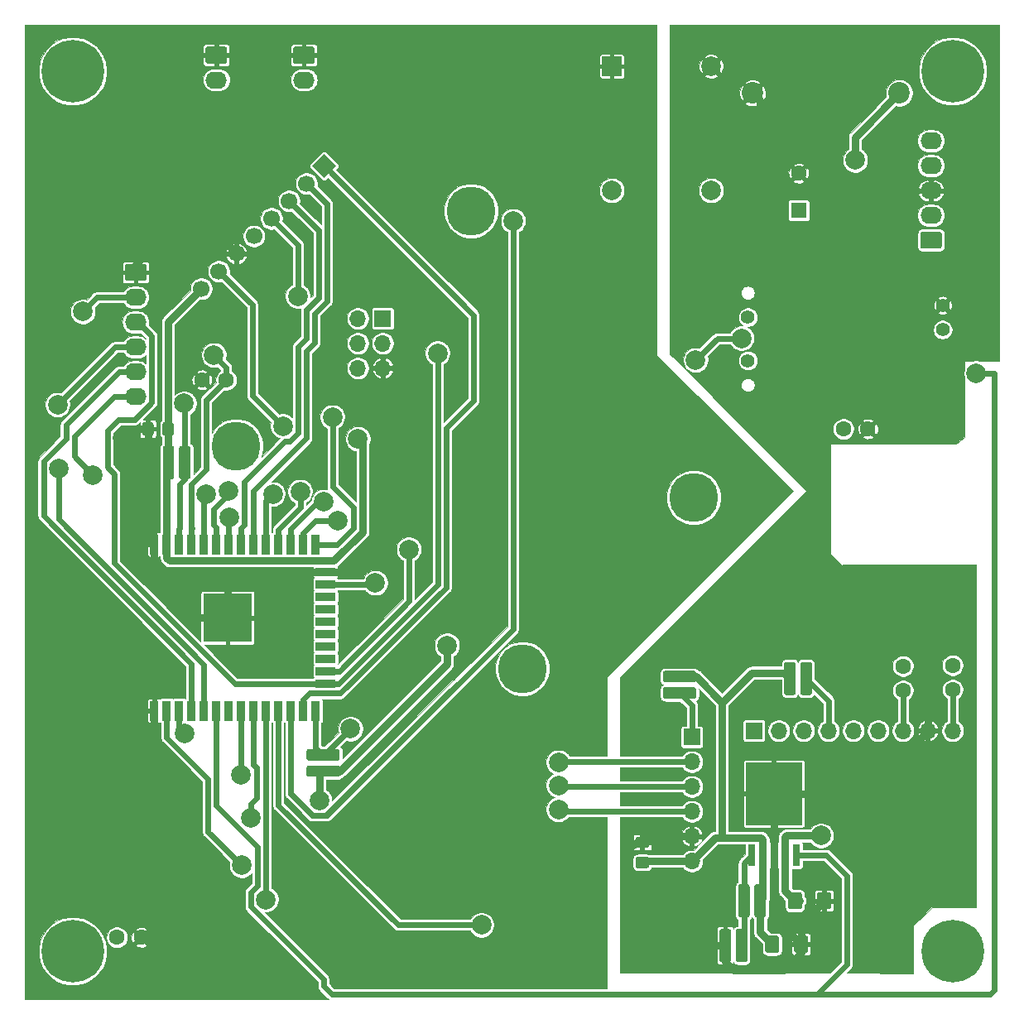
<source format=gbr>
G04 #@! TF.GenerationSoftware,KiCad,Pcbnew,5.1.5+dfsg1-2build2*
G04 #@! TF.CreationDate,2020-09-12T14:49:06+02:00*
G04 #@! TF.ProjectId,hardware,68617264-7761-4726-952e-6b696361645f,rev?*
G04 #@! TF.SameCoordinates,PX18392c0PY81b7468*
G04 #@! TF.FileFunction,Copper,L2,Bot*
G04 #@! TF.FilePolarity,Positive*
%FSLAX46Y46*%
G04 Gerber Fmt 4.6, Leading zero omitted, Abs format (unit mm)*
G04 Created by KiCad (PCBNEW 5.1.5+dfsg1-2build2) date 2020-09-12 14:49:06*
%MOMM*%
%LPD*%
G04 APERTURE LIST*
%ADD10C,2.200000*%
%ADD11O,2.200000X1.740000*%
%ADD12C,0.300000*%
%ADD13R,5.800000X6.400000*%
%ADD14R,0.800000X2.200000*%
%ADD15C,6.400000*%
%ADD16C,1.700000*%
%ADD17C,5.000000*%
%ADD18R,2.000000X2.000000*%
%ADD19C,2.000000*%
%ADD20R,0.900000X2.000000*%
%ADD21R,2.000000X0.900000*%
%ADD22R,5.000000X5.000000*%
%ADD23O,1.700000X1.700000*%
%ADD24R,1.700000X1.700000*%
%ADD25C,1.600000*%
%ADD26C,1.400000*%
%ADD27R,1.600000X1.600000*%
%ADD28C,0.800000*%
%ADD29C,0.600000*%
%ADD30C,0.400000*%
%ADD31C,0.100000*%
G04 APERTURE END LIST*
D10*
X74535000Y103568500D03*
X89535000Y103568500D03*
D11*
X92773500Y98679000D03*
X92773500Y96139000D03*
X92773500Y93599000D03*
X92773500Y91059000D03*
G04 #@! TA.AperFunction,ComponentPad*
D12*
G36*
X93648005Y89387796D02*
G01*
X93672273Y89384196D01*
X93696072Y89378235D01*
X93719171Y89369970D01*
X93741350Y89359480D01*
X93762393Y89346868D01*
X93782099Y89332253D01*
X93800277Y89315777D01*
X93816753Y89297599D01*
X93831368Y89277893D01*
X93843980Y89256850D01*
X93854470Y89234671D01*
X93862735Y89211572D01*
X93868696Y89187773D01*
X93872296Y89163505D01*
X93873500Y89139001D01*
X93873500Y87898999D01*
X93872296Y87874495D01*
X93868696Y87850227D01*
X93862735Y87826428D01*
X93854470Y87803329D01*
X93843980Y87781150D01*
X93831368Y87760107D01*
X93816753Y87740401D01*
X93800277Y87722223D01*
X93782099Y87705747D01*
X93762393Y87691132D01*
X93741350Y87678520D01*
X93719171Y87668030D01*
X93696072Y87659765D01*
X93672273Y87653804D01*
X93648005Y87650204D01*
X93623501Y87649000D01*
X91923499Y87649000D01*
X91898995Y87650204D01*
X91874727Y87653804D01*
X91850928Y87659765D01*
X91827829Y87668030D01*
X91805650Y87678520D01*
X91784607Y87691132D01*
X91764901Y87705747D01*
X91746723Y87722223D01*
X91730247Y87740401D01*
X91715632Y87760107D01*
X91703020Y87781150D01*
X91692530Y87803329D01*
X91684265Y87826428D01*
X91678304Y87850227D01*
X91674704Y87874495D01*
X91673500Y87898999D01*
X91673500Y89139001D01*
X91674704Y89163505D01*
X91678304Y89187773D01*
X91684265Y89211572D01*
X91692530Y89234671D01*
X91703020Y89256850D01*
X91715632Y89277893D01*
X91730247Y89297599D01*
X91746723Y89315777D01*
X91764901Y89332253D01*
X91784607Y89346868D01*
X91805650Y89359480D01*
X91827829Y89369970D01*
X91850928Y89378235D01*
X91874727Y89384196D01*
X91898995Y89387796D01*
X91923499Y89389000D01*
X93623501Y89389000D01*
X93648005Y89387796D01*
G37*
G04 #@! TD.AperFunction*
D11*
X19685000Y104902000D03*
G04 #@! TA.AperFunction,ComponentPad*
D12*
G36*
X20559505Y108310796D02*
G01*
X20583773Y108307196D01*
X20607572Y108301235D01*
X20630671Y108292970D01*
X20652850Y108282480D01*
X20673893Y108269868D01*
X20693599Y108255253D01*
X20711777Y108238777D01*
X20728253Y108220599D01*
X20742868Y108200893D01*
X20755480Y108179850D01*
X20765970Y108157671D01*
X20774235Y108134572D01*
X20780196Y108110773D01*
X20783796Y108086505D01*
X20785000Y108062001D01*
X20785000Y106821999D01*
X20783796Y106797495D01*
X20780196Y106773227D01*
X20774235Y106749428D01*
X20765970Y106726329D01*
X20755480Y106704150D01*
X20742868Y106683107D01*
X20728253Y106663401D01*
X20711777Y106645223D01*
X20693599Y106628747D01*
X20673893Y106614132D01*
X20652850Y106601520D01*
X20630671Y106591030D01*
X20607572Y106582765D01*
X20583773Y106576804D01*
X20559505Y106573204D01*
X20535001Y106572000D01*
X18834999Y106572000D01*
X18810495Y106573204D01*
X18786227Y106576804D01*
X18762428Y106582765D01*
X18739329Y106591030D01*
X18717150Y106601520D01*
X18696107Y106614132D01*
X18676401Y106628747D01*
X18658223Y106645223D01*
X18641747Y106663401D01*
X18627132Y106683107D01*
X18614520Y106704150D01*
X18604030Y106726329D01*
X18595765Y106749428D01*
X18589804Y106773227D01*
X18586204Y106797495D01*
X18585000Y106821999D01*
X18585000Y108062001D01*
X18586204Y108086505D01*
X18589804Y108110773D01*
X18595765Y108134572D01*
X18604030Y108157671D01*
X18614520Y108179850D01*
X18627132Y108200893D01*
X18641747Y108220599D01*
X18658223Y108238777D01*
X18676401Y108255253D01*
X18696107Y108269868D01*
X18717150Y108282480D01*
X18739329Y108292970D01*
X18762428Y108301235D01*
X18786227Y108307196D01*
X18810495Y108310796D01*
X18834999Y108312000D01*
X20535001Y108312000D01*
X20559505Y108310796D01*
G37*
G04 #@! TD.AperFunction*
D11*
X11430000Y72517000D03*
X11430000Y75057000D03*
X11430000Y77597000D03*
X11430000Y80137000D03*
X11430000Y82677000D03*
G04 #@! TA.AperFunction,ComponentPad*
D12*
G36*
X12304505Y86085796D02*
G01*
X12328773Y86082196D01*
X12352572Y86076235D01*
X12375671Y86067970D01*
X12397850Y86057480D01*
X12418893Y86044868D01*
X12438599Y86030253D01*
X12456777Y86013777D01*
X12473253Y85995599D01*
X12487868Y85975893D01*
X12500480Y85954850D01*
X12510970Y85932671D01*
X12519235Y85909572D01*
X12525196Y85885773D01*
X12528796Y85861505D01*
X12530000Y85837001D01*
X12530000Y84596999D01*
X12528796Y84572495D01*
X12525196Y84548227D01*
X12519235Y84524428D01*
X12510970Y84501329D01*
X12500480Y84479150D01*
X12487868Y84458107D01*
X12473253Y84438401D01*
X12456777Y84420223D01*
X12438599Y84403747D01*
X12418893Y84389132D01*
X12397850Y84376520D01*
X12375671Y84366030D01*
X12352572Y84357765D01*
X12328773Y84351804D01*
X12304505Y84348204D01*
X12280001Y84347000D01*
X10579999Y84347000D01*
X10555495Y84348204D01*
X10531227Y84351804D01*
X10507428Y84357765D01*
X10484329Y84366030D01*
X10462150Y84376520D01*
X10441107Y84389132D01*
X10421401Y84403747D01*
X10403223Y84420223D01*
X10386747Y84438401D01*
X10372132Y84458107D01*
X10359520Y84479150D01*
X10349030Y84501329D01*
X10340765Y84524428D01*
X10334804Y84548227D01*
X10331204Y84572495D01*
X10330000Y84596999D01*
X10330000Y85837001D01*
X10331204Y85861505D01*
X10334804Y85885773D01*
X10340765Y85909572D01*
X10349030Y85932671D01*
X10359520Y85954850D01*
X10372132Y85975893D01*
X10386747Y85995599D01*
X10403223Y86013777D01*
X10421401Y86030253D01*
X10441107Y86044868D01*
X10462150Y86057480D01*
X10484329Y86067970D01*
X10507428Y86076235D01*
X10531227Y86082196D01*
X10555495Y86085796D01*
X10579999Y86087000D01*
X12280001Y86087000D01*
X12304505Y86085796D01*
G37*
G04 #@! TD.AperFunction*
D11*
X28638500Y104902000D03*
G04 #@! TA.AperFunction,ComponentPad*
D12*
G36*
X29513005Y108310796D02*
G01*
X29537273Y108307196D01*
X29561072Y108301235D01*
X29584171Y108292970D01*
X29606350Y108282480D01*
X29627393Y108269868D01*
X29647099Y108255253D01*
X29665277Y108238777D01*
X29681753Y108220599D01*
X29696368Y108200893D01*
X29708980Y108179850D01*
X29719470Y108157671D01*
X29727735Y108134572D01*
X29733696Y108110773D01*
X29737296Y108086505D01*
X29738500Y108062001D01*
X29738500Y106821999D01*
X29737296Y106797495D01*
X29733696Y106773227D01*
X29727735Y106749428D01*
X29719470Y106726329D01*
X29708980Y106704150D01*
X29696368Y106683107D01*
X29681753Y106663401D01*
X29665277Y106645223D01*
X29647099Y106628747D01*
X29627393Y106614132D01*
X29606350Y106601520D01*
X29584171Y106591030D01*
X29561072Y106582765D01*
X29537273Y106576804D01*
X29513005Y106573204D01*
X29488501Y106572000D01*
X27788499Y106572000D01*
X27763995Y106573204D01*
X27739727Y106576804D01*
X27715928Y106582765D01*
X27692829Y106591030D01*
X27670650Y106601520D01*
X27649607Y106614132D01*
X27629901Y106628747D01*
X27611723Y106645223D01*
X27595247Y106663401D01*
X27580632Y106683107D01*
X27568020Y106704150D01*
X27557530Y106726329D01*
X27549265Y106749428D01*
X27543304Y106773227D01*
X27539704Y106797495D01*
X27538500Y106821999D01*
X27538500Y108062001D01*
X27539704Y108086505D01*
X27543304Y108110773D01*
X27549265Y108134572D01*
X27557530Y108157671D01*
X27568020Y108179850D01*
X27580632Y108200893D01*
X27595247Y108220599D01*
X27611723Y108238777D01*
X27629901Y108255253D01*
X27649607Y108269868D01*
X27670650Y108282480D01*
X27692829Y108292970D01*
X27715928Y108301235D01*
X27739727Y108307196D01*
X27763995Y108310796D01*
X27788499Y108312000D01*
X29488501Y108312000D01*
X29513005Y108310796D01*
G37*
G04 #@! TD.AperFunction*
D13*
X76707000Y31901000D03*
D14*
X74427000Y25601000D03*
X75567000Y25601000D03*
X76707000Y25601000D03*
X77847000Y25601000D03*
X78987000Y25601000D03*
D15*
X95000000Y105795000D03*
X5000000Y105795000D03*
X5000000Y15795000D03*
X95000000Y15795000D03*
D16*
X18138756Y83543757D03*
X19934807Y85339808D03*
X21730859Y87135860D03*
X23526910Y88931911D03*
X25322961Y90727962D03*
X27119012Y92524013D03*
X28915064Y94320064D03*
G04 #@! TA.AperFunction,ComponentPad*
D12*
G36*
X29509033Y96116116D02*
G01*
X30711115Y97318198D01*
X31913197Y96116116D01*
X30711115Y94914034D01*
X29509033Y96116116D01*
G37*
G04 #@! TD.AperFunction*
D17*
X68505972Y62203274D03*
X50994473Y44691775D03*
X45730063Y91512851D03*
X21688432Y67471220D03*
D18*
X60134500Y106299000D03*
D19*
X60134500Y93599000D03*
X70294500Y106299000D03*
X70294500Y93599000D03*
D20*
X13335000Y40395000D03*
X14605000Y40395000D03*
X15875000Y40395000D03*
X17145000Y40395000D03*
X18415000Y40395000D03*
X19685000Y40395000D03*
X20955000Y40395000D03*
X22225000Y40395000D03*
X23495000Y40395000D03*
X24765000Y40395000D03*
X26035000Y40395000D03*
X27305000Y40395000D03*
X28575000Y40395000D03*
X29845000Y40395000D03*
D21*
X30845000Y43180000D03*
X30845000Y44450000D03*
X30845000Y45720000D03*
X30845000Y46990000D03*
X30845000Y48260000D03*
X30845000Y49530000D03*
X30845000Y50800000D03*
X30845000Y52070000D03*
X30845000Y53340000D03*
X30845000Y54610000D03*
D20*
X29845000Y57395000D03*
X28575000Y57395000D03*
X27305000Y57395000D03*
X26035000Y57395000D03*
X24765000Y57395000D03*
X23495000Y57395000D03*
X22225000Y57395000D03*
X20955000Y57395000D03*
X19685000Y57395000D03*
X18415000Y57395000D03*
X17145000Y57395000D03*
X15875000Y57395000D03*
X14605000Y57395000D03*
X13335000Y57395000D03*
D22*
X20835000Y49895000D03*
G04 #@! TA.AperFunction,SMDPad,CuDef*
D12*
G36*
X73998004Y22653796D02*
G01*
X74022273Y22650196D01*
X74046071Y22644235D01*
X74069171Y22635970D01*
X74091349Y22625480D01*
X74112393Y22612867D01*
X74132098Y22598253D01*
X74150277Y22581777D01*
X74166753Y22563598D01*
X74181367Y22543893D01*
X74193980Y22522849D01*
X74204470Y22500671D01*
X74212735Y22477571D01*
X74218696Y22453773D01*
X74222296Y22429504D01*
X74223500Y22405000D01*
X74223500Y19505000D01*
X74222296Y19480496D01*
X74218696Y19456227D01*
X74212735Y19432429D01*
X74204470Y19409329D01*
X74193980Y19387151D01*
X74181367Y19366107D01*
X74166753Y19346402D01*
X74150277Y19328223D01*
X74132098Y19311747D01*
X74112393Y19297133D01*
X74091349Y19284520D01*
X74069171Y19274030D01*
X74046071Y19265765D01*
X74022273Y19259804D01*
X73998004Y19256204D01*
X73973500Y19255000D01*
X73298500Y19255000D01*
X73273996Y19256204D01*
X73249727Y19259804D01*
X73225929Y19265765D01*
X73202829Y19274030D01*
X73180651Y19284520D01*
X73159607Y19297133D01*
X73139902Y19311747D01*
X73121723Y19328223D01*
X73105247Y19346402D01*
X73090633Y19366107D01*
X73078020Y19387151D01*
X73067530Y19409329D01*
X73059265Y19432429D01*
X73053304Y19456227D01*
X73049704Y19480496D01*
X73048500Y19505000D01*
X73048500Y22405000D01*
X73049704Y22429504D01*
X73053304Y22453773D01*
X73059265Y22477571D01*
X73067530Y22500671D01*
X73078020Y22522849D01*
X73090633Y22543893D01*
X73105247Y22563598D01*
X73121723Y22581777D01*
X73139902Y22598253D01*
X73159607Y22612867D01*
X73180651Y22625480D01*
X73202829Y22635970D01*
X73225929Y22644235D01*
X73249727Y22650196D01*
X73273996Y22653796D01*
X73298500Y22655000D01*
X73973500Y22655000D01*
X73998004Y22653796D01*
G37*
G04 #@! TD.AperFunction*
G04 #@! TA.AperFunction,SMDPad,CuDef*
G36*
X75673004Y22653796D02*
G01*
X75697273Y22650196D01*
X75721071Y22644235D01*
X75744171Y22635970D01*
X75766349Y22625480D01*
X75787393Y22612867D01*
X75807098Y22598253D01*
X75825277Y22581777D01*
X75841753Y22563598D01*
X75856367Y22543893D01*
X75868980Y22522849D01*
X75879470Y22500671D01*
X75887735Y22477571D01*
X75893696Y22453773D01*
X75897296Y22429504D01*
X75898500Y22405000D01*
X75898500Y19505000D01*
X75897296Y19480496D01*
X75893696Y19456227D01*
X75887735Y19432429D01*
X75879470Y19409329D01*
X75868980Y19387151D01*
X75856367Y19366107D01*
X75841753Y19346402D01*
X75825277Y19328223D01*
X75807098Y19311747D01*
X75787393Y19297133D01*
X75766349Y19284520D01*
X75744171Y19274030D01*
X75721071Y19265765D01*
X75697273Y19259804D01*
X75673004Y19256204D01*
X75648500Y19255000D01*
X74973500Y19255000D01*
X74948996Y19256204D01*
X74924727Y19259804D01*
X74900929Y19265765D01*
X74877829Y19274030D01*
X74855651Y19284520D01*
X74834607Y19297133D01*
X74814902Y19311747D01*
X74796723Y19328223D01*
X74780247Y19346402D01*
X74765633Y19366107D01*
X74753020Y19387151D01*
X74742530Y19409329D01*
X74734265Y19432429D01*
X74728304Y19456227D01*
X74724704Y19480496D01*
X74723500Y19505000D01*
X74723500Y22405000D01*
X74724704Y22429504D01*
X74728304Y22453773D01*
X74734265Y22477571D01*
X74742530Y22500671D01*
X74753020Y22522849D01*
X74765633Y22543893D01*
X74780247Y22563598D01*
X74796723Y22581777D01*
X74814902Y22598253D01*
X74834607Y22612867D01*
X74855651Y22625480D01*
X74877829Y22635970D01*
X74900929Y22644235D01*
X74924727Y22650196D01*
X74948996Y22653796D01*
X74973500Y22655000D01*
X75648500Y22655000D01*
X75673004Y22653796D01*
G37*
G04 #@! TD.AperFunction*
G04 #@! TA.AperFunction,SMDPad,CuDef*
G36*
X72093004Y18081796D02*
G01*
X72117273Y18078196D01*
X72141071Y18072235D01*
X72164171Y18063970D01*
X72186349Y18053480D01*
X72207393Y18040867D01*
X72227098Y18026253D01*
X72245277Y18009777D01*
X72261753Y17991598D01*
X72276367Y17971893D01*
X72288980Y17950849D01*
X72299470Y17928671D01*
X72307735Y17905571D01*
X72313696Y17881773D01*
X72317296Y17857504D01*
X72318500Y17833000D01*
X72318500Y14933000D01*
X72317296Y14908496D01*
X72313696Y14884227D01*
X72307735Y14860429D01*
X72299470Y14837329D01*
X72288980Y14815151D01*
X72276367Y14794107D01*
X72261753Y14774402D01*
X72245277Y14756223D01*
X72227098Y14739747D01*
X72207393Y14725133D01*
X72186349Y14712520D01*
X72164171Y14702030D01*
X72141071Y14693765D01*
X72117273Y14687804D01*
X72093004Y14684204D01*
X72068500Y14683000D01*
X71393500Y14683000D01*
X71368996Y14684204D01*
X71344727Y14687804D01*
X71320929Y14693765D01*
X71297829Y14702030D01*
X71275651Y14712520D01*
X71254607Y14725133D01*
X71234902Y14739747D01*
X71216723Y14756223D01*
X71200247Y14774402D01*
X71185633Y14794107D01*
X71173020Y14815151D01*
X71162530Y14837329D01*
X71154265Y14860429D01*
X71148304Y14884227D01*
X71144704Y14908496D01*
X71143500Y14933000D01*
X71143500Y17833000D01*
X71144704Y17857504D01*
X71148304Y17881773D01*
X71154265Y17905571D01*
X71162530Y17928671D01*
X71173020Y17950849D01*
X71185633Y17971893D01*
X71200247Y17991598D01*
X71216723Y18009777D01*
X71234902Y18026253D01*
X71254607Y18040867D01*
X71275651Y18053480D01*
X71297829Y18063970D01*
X71320929Y18072235D01*
X71344727Y18078196D01*
X71368996Y18081796D01*
X71393500Y18083000D01*
X72068500Y18083000D01*
X72093004Y18081796D01*
G37*
G04 #@! TD.AperFunction*
G04 #@! TA.AperFunction,SMDPad,CuDef*
G36*
X73768004Y18081796D02*
G01*
X73792273Y18078196D01*
X73816071Y18072235D01*
X73839171Y18063970D01*
X73861349Y18053480D01*
X73882393Y18040867D01*
X73902098Y18026253D01*
X73920277Y18009777D01*
X73936753Y17991598D01*
X73951367Y17971893D01*
X73963980Y17950849D01*
X73974470Y17928671D01*
X73982735Y17905571D01*
X73988696Y17881773D01*
X73992296Y17857504D01*
X73993500Y17833000D01*
X73993500Y14933000D01*
X73992296Y14908496D01*
X73988696Y14884227D01*
X73982735Y14860429D01*
X73974470Y14837329D01*
X73963980Y14815151D01*
X73951367Y14794107D01*
X73936753Y14774402D01*
X73920277Y14756223D01*
X73902098Y14739747D01*
X73882393Y14725133D01*
X73861349Y14712520D01*
X73839171Y14702030D01*
X73816071Y14693765D01*
X73792273Y14687804D01*
X73768004Y14684204D01*
X73743500Y14683000D01*
X73068500Y14683000D01*
X73043996Y14684204D01*
X73019727Y14687804D01*
X72995929Y14693765D01*
X72972829Y14702030D01*
X72950651Y14712520D01*
X72929607Y14725133D01*
X72909902Y14739747D01*
X72891723Y14756223D01*
X72875247Y14774402D01*
X72860633Y14794107D01*
X72848020Y14815151D01*
X72837530Y14837329D01*
X72829265Y14860429D01*
X72823304Y14884227D01*
X72819704Y14908496D01*
X72818500Y14933000D01*
X72818500Y17833000D01*
X72819704Y17857504D01*
X72823304Y17881773D01*
X72829265Y17905571D01*
X72837530Y17928671D01*
X72848020Y17950849D01*
X72860633Y17971893D01*
X72875247Y17991598D01*
X72891723Y18009777D01*
X72909902Y18026253D01*
X72929607Y18040867D01*
X72950651Y18053480D01*
X72972829Y18063970D01*
X72995929Y18072235D01*
X73019727Y18078196D01*
X73043996Y18081796D01*
X73068500Y18083000D01*
X73743500Y18083000D01*
X73768004Y18081796D01*
G37*
G04 #@! TD.AperFunction*
G04 #@! TA.AperFunction,SMDPad,CuDef*
G36*
X68530504Y44476796D02*
G01*
X68554773Y44473196D01*
X68578571Y44467235D01*
X68601671Y44458970D01*
X68623849Y44448480D01*
X68644893Y44435867D01*
X68664598Y44421253D01*
X68682777Y44404777D01*
X68699253Y44386598D01*
X68713867Y44366893D01*
X68726480Y44345849D01*
X68736970Y44323671D01*
X68745235Y44300571D01*
X68751196Y44276773D01*
X68754796Y44252504D01*
X68756000Y44228000D01*
X68756000Y43553000D01*
X68754796Y43528496D01*
X68751196Y43504227D01*
X68745235Y43480429D01*
X68736970Y43457329D01*
X68726480Y43435151D01*
X68713867Y43414107D01*
X68699253Y43394402D01*
X68682777Y43376223D01*
X68664598Y43359747D01*
X68644893Y43345133D01*
X68623849Y43332520D01*
X68601671Y43322030D01*
X68578571Y43313765D01*
X68554773Y43307804D01*
X68530504Y43304204D01*
X68506000Y43303000D01*
X65606000Y43303000D01*
X65581496Y43304204D01*
X65557227Y43307804D01*
X65533429Y43313765D01*
X65510329Y43322030D01*
X65488151Y43332520D01*
X65467107Y43345133D01*
X65447402Y43359747D01*
X65429223Y43376223D01*
X65412747Y43394402D01*
X65398133Y43414107D01*
X65385520Y43435151D01*
X65375030Y43457329D01*
X65366765Y43480429D01*
X65360804Y43504227D01*
X65357204Y43528496D01*
X65356000Y43553000D01*
X65356000Y44228000D01*
X65357204Y44252504D01*
X65360804Y44276773D01*
X65366765Y44300571D01*
X65375030Y44323671D01*
X65385520Y44345849D01*
X65398133Y44366893D01*
X65412747Y44386598D01*
X65429223Y44404777D01*
X65447402Y44421253D01*
X65467107Y44435867D01*
X65488151Y44448480D01*
X65510329Y44458970D01*
X65533429Y44467235D01*
X65557227Y44473196D01*
X65581496Y44476796D01*
X65606000Y44478000D01*
X68506000Y44478000D01*
X68530504Y44476796D01*
G37*
G04 #@! TD.AperFunction*
G04 #@! TA.AperFunction,SMDPad,CuDef*
G36*
X68530504Y42801796D02*
G01*
X68554773Y42798196D01*
X68578571Y42792235D01*
X68601671Y42783970D01*
X68623849Y42773480D01*
X68644893Y42760867D01*
X68664598Y42746253D01*
X68682777Y42729777D01*
X68699253Y42711598D01*
X68713867Y42691893D01*
X68726480Y42670849D01*
X68736970Y42648671D01*
X68745235Y42625571D01*
X68751196Y42601773D01*
X68754796Y42577504D01*
X68756000Y42553000D01*
X68756000Y41878000D01*
X68754796Y41853496D01*
X68751196Y41829227D01*
X68745235Y41805429D01*
X68736970Y41782329D01*
X68726480Y41760151D01*
X68713867Y41739107D01*
X68699253Y41719402D01*
X68682777Y41701223D01*
X68664598Y41684747D01*
X68644893Y41670133D01*
X68623849Y41657520D01*
X68601671Y41647030D01*
X68578571Y41638765D01*
X68554773Y41632804D01*
X68530504Y41629204D01*
X68506000Y41628000D01*
X65606000Y41628000D01*
X65581496Y41629204D01*
X65557227Y41632804D01*
X65533429Y41638765D01*
X65510329Y41647030D01*
X65488151Y41657520D01*
X65467107Y41670133D01*
X65447402Y41684747D01*
X65429223Y41701223D01*
X65412747Y41719402D01*
X65398133Y41739107D01*
X65385520Y41760151D01*
X65375030Y41782329D01*
X65366765Y41805429D01*
X65360804Y41829227D01*
X65357204Y41853496D01*
X65356000Y41878000D01*
X65356000Y42553000D01*
X65357204Y42577504D01*
X65360804Y42601773D01*
X65366765Y42625571D01*
X65375030Y42648671D01*
X65385520Y42670849D01*
X65398133Y42691893D01*
X65412747Y42711598D01*
X65429223Y42729777D01*
X65447402Y42746253D01*
X65467107Y42760867D01*
X65488151Y42773480D01*
X65510329Y42783970D01*
X65533429Y42792235D01*
X65557227Y42798196D01*
X65581496Y42801796D01*
X65606000Y42803000D01*
X68506000Y42803000D01*
X68530504Y42801796D01*
G37*
G04 #@! TD.AperFunction*
G04 #@! TA.AperFunction,SMDPad,CuDef*
G36*
X78697004Y45386796D02*
G01*
X78721273Y45383196D01*
X78745071Y45377235D01*
X78768171Y45368970D01*
X78790349Y45358480D01*
X78811393Y45345867D01*
X78831098Y45331253D01*
X78849277Y45314777D01*
X78865753Y45296598D01*
X78880367Y45276893D01*
X78892980Y45255849D01*
X78903470Y45233671D01*
X78911735Y45210571D01*
X78917696Y45186773D01*
X78921296Y45162504D01*
X78922500Y45138000D01*
X78922500Y42238000D01*
X78921296Y42213496D01*
X78917696Y42189227D01*
X78911735Y42165429D01*
X78903470Y42142329D01*
X78892980Y42120151D01*
X78880367Y42099107D01*
X78865753Y42079402D01*
X78849277Y42061223D01*
X78831098Y42044747D01*
X78811393Y42030133D01*
X78790349Y42017520D01*
X78768171Y42007030D01*
X78745071Y41998765D01*
X78721273Y41992804D01*
X78697004Y41989204D01*
X78672500Y41988000D01*
X77997500Y41988000D01*
X77972996Y41989204D01*
X77948727Y41992804D01*
X77924929Y41998765D01*
X77901829Y42007030D01*
X77879651Y42017520D01*
X77858607Y42030133D01*
X77838902Y42044747D01*
X77820723Y42061223D01*
X77804247Y42079402D01*
X77789633Y42099107D01*
X77777020Y42120151D01*
X77766530Y42142329D01*
X77758265Y42165429D01*
X77752304Y42189227D01*
X77748704Y42213496D01*
X77747500Y42238000D01*
X77747500Y45138000D01*
X77748704Y45162504D01*
X77752304Y45186773D01*
X77758265Y45210571D01*
X77766530Y45233671D01*
X77777020Y45255849D01*
X77789633Y45276893D01*
X77804247Y45296598D01*
X77820723Y45314777D01*
X77838902Y45331253D01*
X77858607Y45345867D01*
X77879651Y45358480D01*
X77901829Y45368970D01*
X77924929Y45377235D01*
X77948727Y45383196D01*
X77972996Y45386796D01*
X77997500Y45388000D01*
X78672500Y45388000D01*
X78697004Y45386796D01*
G37*
G04 #@! TD.AperFunction*
G04 #@! TA.AperFunction,SMDPad,CuDef*
G36*
X80372004Y45386796D02*
G01*
X80396273Y45383196D01*
X80420071Y45377235D01*
X80443171Y45368970D01*
X80465349Y45358480D01*
X80486393Y45345867D01*
X80506098Y45331253D01*
X80524277Y45314777D01*
X80540753Y45296598D01*
X80555367Y45276893D01*
X80567980Y45255849D01*
X80578470Y45233671D01*
X80586735Y45210571D01*
X80592696Y45186773D01*
X80596296Y45162504D01*
X80597500Y45138000D01*
X80597500Y42238000D01*
X80596296Y42213496D01*
X80592696Y42189227D01*
X80586735Y42165429D01*
X80578470Y42142329D01*
X80567980Y42120151D01*
X80555367Y42099107D01*
X80540753Y42079402D01*
X80524277Y42061223D01*
X80506098Y42044747D01*
X80486393Y42030133D01*
X80465349Y42017520D01*
X80443171Y42007030D01*
X80420071Y41998765D01*
X80396273Y41992804D01*
X80372004Y41989204D01*
X80347500Y41988000D01*
X79672500Y41988000D01*
X79647996Y41989204D01*
X79623727Y41992804D01*
X79599929Y41998765D01*
X79576829Y42007030D01*
X79554651Y42017520D01*
X79533607Y42030133D01*
X79513902Y42044747D01*
X79495723Y42061223D01*
X79479247Y42079402D01*
X79464633Y42099107D01*
X79452020Y42120151D01*
X79441530Y42142329D01*
X79433265Y42165429D01*
X79427304Y42189227D01*
X79423704Y42213496D01*
X79422500Y42238000D01*
X79422500Y45138000D01*
X79423704Y45162504D01*
X79427304Y45186773D01*
X79433265Y45210571D01*
X79441530Y45233671D01*
X79452020Y45255849D01*
X79464633Y45276893D01*
X79479247Y45296598D01*
X79495723Y45314777D01*
X79513902Y45331253D01*
X79533607Y45345867D01*
X79554651Y45358480D01*
X79576829Y45368970D01*
X79599929Y45377235D01*
X79623727Y45383196D01*
X79647996Y45386796D01*
X79672500Y45388000D01*
X80347500Y45388000D01*
X80372004Y45386796D01*
G37*
G04 #@! TD.AperFunction*
G04 #@! TA.AperFunction,SMDPad,CuDef*
G36*
X32081504Y36475796D02*
G01*
X32105773Y36472196D01*
X32129571Y36466235D01*
X32152671Y36457970D01*
X32174849Y36447480D01*
X32195893Y36434867D01*
X32215598Y36420253D01*
X32233777Y36403777D01*
X32250253Y36385598D01*
X32264867Y36365893D01*
X32277480Y36344849D01*
X32287970Y36322671D01*
X32296235Y36299571D01*
X32302196Y36275773D01*
X32305796Y36251504D01*
X32307000Y36227000D01*
X32307000Y35552000D01*
X32305796Y35527496D01*
X32302196Y35503227D01*
X32296235Y35479429D01*
X32287970Y35456329D01*
X32277480Y35434151D01*
X32264867Y35413107D01*
X32250253Y35393402D01*
X32233777Y35375223D01*
X32215598Y35358747D01*
X32195893Y35344133D01*
X32174849Y35331520D01*
X32152671Y35321030D01*
X32129571Y35312765D01*
X32105773Y35306804D01*
X32081504Y35303204D01*
X32057000Y35302000D01*
X29157000Y35302000D01*
X29132496Y35303204D01*
X29108227Y35306804D01*
X29084429Y35312765D01*
X29061329Y35321030D01*
X29039151Y35331520D01*
X29018107Y35344133D01*
X28998402Y35358747D01*
X28980223Y35375223D01*
X28963747Y35393402D01*
X28949133Y35413107D01*
X28936520Y35434151D01*
X28926030Y35456329D01*
X28917765Y35479429D01*
X28911804Y35503227D01*
X28908204Y35527496D01*
X28907000Y35552000D01*
X28907000Y36227000D01*
X28908204Y36251504D01*
X28911804Y36275773D01*
X28917765Y36299571D01*
X28926030Y36322671D01*
X28936520Y36344849D01*
X28949133Y36365893D01*
X28963747Y36385598D01*
X28980223Y36403777D01*
X28998402Y36420253D01*
X29018107Y36434867D01*
X29039151Y36447480D01*
X29061329Y36457970D01*
X29084429Y36466235D01*
X29108227Y36472196D01*
X29132496Y36475796D01*
X29157000Y36477000D01*
X32057000Y36477000D01*
X32081504Y36475796D01*
G37*
G04 #@! TD.AperFunction*
G04 #@! TA.AperFunction,SMDPad,CuDef*
G36*
X32081504Y34800796D02*
G01*
X32105773Y34797196D01*
X32129571Y34791235D01*
X32152671Y34782970D01*
X32174849Y34772480D01*
X32195893Y34759867D01*
X32215598Y34745253D01*
X32233777Y34728777D01*
X32250253Y34710598D01*
X32264867Y34690893D01*
X32277480Y34669849D01*
X32287970Y34647671D01*
X32296235Y34624571D01*
X32302196Y34600773D01*
X32305796Y34576504D01*
X32307000Y34552000D01*
X32307000Y33877000D01*
X32305796Y33852496D01*
X32302196Y33828227D01*
X32296235Y33804429D01*
X32287970Y33781329D01*
X32277480Y33759151D01*
X32264867Y33738107D01*
X32250253Y33718402D01*
X32233777Y33700223D01*
X32215598Y33683747D01*
X32195893Y33669133D01*
X32174849Y33656520D01*
X32152671Y33646030D01*
X32129571Y33637765D01*
X32105773Y33631804D01*
X32081504Y33628204D01*
X32057000Y33627000D01*
X29157000Y33627000D01*
X29132496Y33628204D01*
X29108227Y33631804D01*
X29084429Y33637765D01*
X29061329Y33646030D01*
X29039151Y33656520D01*
X29018107Y33669133D01*
X28998402Y33683747D01*
X28980223Y33700223D01*
X28963747Y33718402D01*
X28949133Y33738107D01*
X28936520Y33759151D01*
X28926030Y33781329D01*
X28917765Y33804429D01*
X28911804Y33828227D01*
X28908204Y33852496D01*
X28907000Y33877000D01*
X28907000Y34552000D01*
X28908204Y34576504D01*
X28911804Y34600773D01*
X28917765Y34624571D01*
X28926030Y34647671D01*
X28936520Y34669849D01*
X28949133Y34690893D01*
X28963747Y34710598D01*
X28980223Y34728777D01*
X28998402Y34745253D01*
X29018107Y34759867D01*
X29039151Y34772480D01*
X29061329Y34782970D01*
X29084429Y34791235D01*
X29108227Y34797196D01*
X29132496Y34800796D01*
X29157000Y34802000D01*
X32057000Y34802000D01*
X32081504Y34800796D01*
G37*
G04 #@! TD.AperFunction*
G04 #@! TA.AperFunction,SMDPad,CuDef*
G36*
X15145504Y67484796D02*
G01*
X15169773Y67481196D01*
X15193571Y67475235D01*
X15216671Y67466970D01*
X15238849Y67456480D01*
X15259893Y67443867D01*
X15279598Y67429253D01*
X15297777Y67412777D01*
X15314253Y67394598D01*
X15328867Y67374893D01*
X15341480Y67353849D01*
X15351970Y67331671D01*
X15360235Y67308571D01*
X15366196Y67284773D01*
X15369796Y67260504D01*
X15371000Y67236000D01*
X15371000Y64336000D01*
X15369796Y64311496D01*
X15366196Y64287227D01*
X15360235Y64263429D01*
X15351970Y64240329D01*
X15341480Y64218151D01*
X15328867Y64197107D01*
X15314253Y64177402D01*
X15297777Y64159223D01*
X15279598Y64142747D01*
X15259893Y64128133D01*
X15238849Y64115520D01*
X15216671Y64105030D01*
X15193571Y64096765D01*
X15169773Y64090804D01*
X15145504Y64087204D01*
X15121000Y64086000D01*
X14446000Y64086000D01*
X14421496Y64087204D01*
X14397227Y64090804D01*
X14373429Y64096765D01*
X14350329Y64105030D01*
X14328151Y64115520D01*
X14307107Y64128133D01*
X14287402Y64142747D01*
X14269223Y64159223D01*
X14252747Y64177402D01*
X14238133Y64197107D01*
X14225520Y64218151D01*
X14215030Y64240329D01*
X14206765Y64263429D01*
X14200804Y64287227D01*
X14197204Y64311496D01*
X14196000Y64336000D01*
X14196000Y67236000D01*
X14197204Y67260504D01*
X14200804Y67284773D01*
X14206765Y67308571D01*
X14215030Y67331671D01*
X14225520Y67353849D01*
X14238133Y67374893D01*
X14252747Y67394598D01*
X14269223Y67412777D01*
X14287402Y67429253D01*
X14307107Y67443867D01*
X14328151Y67456480D01*
X14350329Y67466970D01*
X14373429Y67475235D01*
X14397227Y67481196D01*
X14421496Y67484796D01*
X14446000Y67486000D01*
X15121000Y67486000D01*
X15145504Y67484796D01*
G37*
G04 #@! TD.AperFunction*
G04 #@! TA.AperFunction,SMDPad,CuDef*
G36*
X16820504Y67484796D02*
G01*
X16844773Y67481196D01*
X16868571Y67475235D01*
X16891671Y67466970D01*
X16913849Y67456480D01*
X16934893Y67443867D01*
X16954598Y67429253D01*
X16972777Y67412777D01*
X16989253Y67394598D01*
X17003867Y67374893D01*
X17016480Y67353849D01*
X17026970Y67331671D01*
X17035235Y67308571D01*
X17041196Y67284773D01*
X17044796Y67260504D01*
X17046000Y67236000D01*
X17046000Y64336000D01*
X17044796Y64311496D01*
X17041196Y64287227D01*
X17035235Y64263429D01*
X17026970Y64240329D01*
X17016480Y64218151D01*
X17003867Y64197107D01*
X16989253Y64177402D01*
X16972777Y64159223D01*
X16954598Y64142747D01*
X16934893Y64128133D01*
X16913849Y64115520D01*
X16891671Y64105030D01*
X16868571Y64096765D01*
X16844773Y64090804D01*
X16820504Y64087204D01*
X16796000Y64086000D01*
X16121000Y64086000D01*
X16096496Y64087204D01*
X16072227Y64090804D01*
X16048429Y64096765D01*
X16025329Y64105030D01*
X16003151Y64115520D01*
X15982107Y64128133D01*
X15962402Y64142747D01*
X15944223Y64159223D01*
X15927747Y64177402D01*
X15913133Y64197107D01*
X15900520Y64218151D01*
X15890030Y64240329D01*
X15881765Y64263429D01*
X15875804Y64287227D01*
X15872204Y64311496D01*
X15871000Y64336000D01*
X15871000Y67236000D01*
X15872204Y67260504D01*
X15875804Y67284773D01*
X15881765Y67308571D01*
X15890030Y67331671D01*
X15900520Y67353849D01*
X15913133Y67374893D01*
X15927747Y67394598D01*
X15944223Y67412777D01*
X15962402Y67429253D01*
X15982107Y67443867D01*
X16003151Y67456480D01*
X16025329Y67466970D01*
X16048429Y67475235D01*
X16072227Y67481196D01*
X16096496Y67484796D01*
X16121000Y67486000D01*
X16796000Y67486000D01*
X16820504Y67484796D01*
G37*
G04 #@! TD.AperFunction*
D23*
X94996000Y38354000D03*
X92456000Y38354000D03*
X89916000Y38354000D03*
X87376000Y38354000D03*
X84836000Y38354000D03*
X82296000Y38354000D03*
X79756000Y38354000D03*
X77216000Y38354000D03*
D24*
X74676000Y38354000D03*
D23*
X68326000Y25019000D03*
X68326000Y27559000D03*
X68326000Y30099000D03*
X68326000Y32639000D03*
X68326000Y35179000D03*
D24*
X68326000Y37719000D03*
D23*
X34163000Y75438000D03*
X36703000Y75438000D03*
X34163000Y77978000D03*
X36703000Y77978000D03*
X34163000Y80518000D03*
D24*
X36703000Y80518000D03*
G04 #@! TA.AperFunction,SMDPad,CuDef*
D12*
G36*
X79989004Y17383796D02*
G01*
X80013273Y17380196D01*
X80037071Y17374235D01*
X80060171Y17365970D01*
X80082349Y17355480D01*
X80103393Y17342867D01*
X80123098Y17328253D01*
X80141277Y17311777D01*
X80157753Y17293598D01*
X80172367Y17273893D01*
X80184980Y17252849D01*
X80195470Y17230671D01*
X80203735Y17207571D01*
X80209696Y17183773D01*
X80213296Y17159504D01*
X80214500Y17135000D01*
X80214500Y15885000D01*
X80213296Y15860496D01*
X80209696Y15836227D01*
X80203735Y15812429D01*
X80195470Y15789329D01*
X80184980Y15767151D01*
X80172367Y15746107D01*
X80157753Y15726402D01*
X80141277Y15708223D01*
X80123098Y15691747D01*
X80103393Y15677133D01*
X80082349Y15664520D01*
X80060171Y15654030D01*
X80037071Y15645765D01*
X80013273Y15639804D01*
X79989004Y15636204D01*
X79964500Y15635000D01*
X79039500Y15635000D01*
X79014996Y15636204D01*
X78990727Y15639804D01*
X78966929Y15645765D01*
X78943829Y15654030D01*
X78921651Y15664520D01*
X78900607Y15677133D01*
X78880902Y15691747D01*
X78862723Y15708223D01*
X78846247Y15726402D01*
X78831633Y15746107D01*
X78819020Y15767151D01*
X78808530Y15789329D01*
X78800265Y15812429D01*
X78794304Y15836227D01*
X78790704Y15860496D01*
X78789500Y15885000D01*
X78789500Y17135000D01*
X78790704Y17159504D01*
X78794304Y17183773D01*
X78800265Y17207571D01*
X78808530Y17230671D01*
X78819020Y17252849D01*
X78831633Y17273893D01*
X78846247Y17293598D01*
X78862723Y17311777D01*
X78880902Y17328253D01*
X78900607Y17342867D01*
X78921651Y17355480D01*
X78943829Y17365970D01*
X78966929Y17374235D01*
X78990727Y17380196D01*
X79014996Y17383796D01*
X79039500Y17385000D01*
X79964500Y17385000D01*
X79989004Y17383796D01*
G37*
G04 #@! TD.AperFunction*
G04 #@! TA.AperFunction,SMDPad,CuDef*
G36*
X77014004Y17383796D02*
G01*
X77038273Y17380196D01*
X77062071Y17374235D01*
X77085171Y17365970D01*
X77107349Y17355480D01*
X77128393Y17342867D01*
X77148098Y17328253D01*
X77166277Y17311777D01*
X77182753Y17293598D01*
X77197367Y17273893D01*
X77209980Y17252849D01*
X77220470Y17230671D01*
X77228735Y17207571D01*
X77234696Y17183773D01*
X77238296Y17159504D01*
X77239500Y17135000D01*
X77239500Y15885000D01*
X77238296Y15860496D01*
X77234696Y15836227D01*
X77228735Y15812429D01*
X77220470Y15789329D01*
X77209980Y15767151D01*
X77197367Y15746107D01*
X77182753Y15726402D01*
X77166277Y15708223D01*
X77148098Y15691747D01*
X77128393Y15677133D01*
X77107349Y15664520D01*
X77085171Y15654030D01*
X77062071Y15645765D01*
X77038273Y15639804D01*
X77014004Y15636204D01*
X76989500Y15635000D01*
X76064500Y15635000D01*
X76039996Y15636204D01*
X76015727Y15639804D01*
X75991929Y15645765D01*
X75968829Y15654030D01*
X75946651Y15664520D01*
X75925607Y15677133D01*
X75905902Y15691747D01*
X75887723Y15708223D01*
X75871247Y15726402D01*
X75856633Y15746107D01*
X75844020Y15767151D01*
X75833530Y15789329D01*
X75825265Y15812429D01*
X75819304Y15836227D01*
X75815704Y15860496D01*
X75814500Y15885000D01*
X75814500Y17135000D01*
X75815704Y17159504D01*
X75819304Y17183773D01*
X75825265Y17207571D01*
X75833530Y17230671D01*
X75844020Y17252849D01*
X75856633Y17273893D01*
X75871247Y17293598D01*
X75887723Y17311777D01*
X75905902Y17328253D01*
X75925607Y17342867D01*
X75946651Y17355480D01*
X75968829Y17365970D01*
X75991929Y17374235D01*
X76015727Y17380196D01*
X76039996Y17383796D01*
X76064500Y17385000D01*
X76989500Y17385000D01*
X77014004Y17383796D01*
G37*
G04 #@! TD.AperFunction*
D25*
X94996000Y45045000D03*
X94996000Y42545000D03*
X89916000Y42458000D03*
X89916000Y44958000D03*
X83820000Y69215000D03*
X86320000Y69215000D03*
D26*
X74041000Y76200000D03*
G04 #@! TA.AperFunction,SMDPad,CuDef*
D12*
G36*
X82329004Y21828796D02*
G01*
X82353273Y21825196D01*
X82377071Y21819235D01*
X82400171Y21810970D01*
X82422349Y21800480D01*
X82443393Y21787867D01*
X82463098Y21773253D01*
X82481277Y21756777D01*
X82497753Y21738598D01*
X82512367Y21718893D01*
X82524980Y21697849D01*
X82535470Y21675671D01*
X82543735Y21652571D01*
X82549696Y21628773D01*
X82553296Y21604504D01*
X82554500Y21580000D01*
X82554500Y20330000D01*
X82553296Y20305496D01*
X82549696Y20281227D01*
X82543735Y20257429D01*
X82535470Y20234329D01*
X82524980Y20212151D01*
X82512367Y20191107D01*
X82497753Y20171402D01*
X82481277Y20153223D01*
X82463098Y20136747D01*
X82443393Y20122133D01*
X82422349Y20109520D01*
X82400171Y20099030D01*
X82377071Y20090765D01*
X82353273Y20084804D01*
X82329004Y20081204D01*
X82304500Y20080000D01*
X81379500Y20080000D01*
X81354996Y20081204D01*
X81330727Y20084804D01*
X81306929Y20090765D01*
X81283829Y20099030D01*
X81261651Y20109520D01*
X81240607Y20122133D01*
X81220902Y20136747D01*
X81202723Y20153223D01*
X81186247Y20171402D01*
X81171633Y20191107D01*
X81159020Y20212151D01*
X81148530Y20234329D01*
X81140265Y20257429D01*
X81134304Y20281227D01*
X81130704Y20305496D01*
X81129500Y20330000D01*
X81129500Y21580000D01*
X81130704Y21604504D01*
X81134304Y21628773D01*
X81140265Y21652571D01*
X81148530Y21675671D01*
X81159020Y21697849D01*
X81171633Y21718893D01*
X81186247Y21738598D01*
X81202723Y21756777D01*
X81220902Y21773253D01*
X81240607Y21787867D01*
X81261651Y21800480D01*
X81283829Y21810970D01*
X81306929Y21819235D01*
X81330727Y21825196D01*
X81354996Y21828796D01*
X81379500Y21830000D01*
X82304500Y21830000D01*
X82329004Y21828796D01*
G37*
G04 #@! TD.AperFunction*
G04 #@! TA.AperFunction,SMDPad,CuDef*
G36*
X79354004Y21828796D02*
G01*
X79378273Y21825196D01*
X79402071Y21819235D01*
X79425171Y21810970D01*
X79447349Y21800480D01*
X79468393Y21787867D01*
X79488098Y21773253D01*
X79506277Y21756777D01*
X79522753Y21738598D01*
X79537367Y21718893D01*
X79549980Y21697849D01*
X79560470Y21675671D01*
X79568735Y21652571D01*
X79574696Y21628773D01*
X79578296Y21604504D01*
X79579500Y21580000D01*
X79579500Y20330000D01*
X79578296Y20305496D01*
X79574696Y20281227D01*
X79568735Y20257429D01*
X79560470Y20234329D01*
X79549980Y20212151D01*
X79537367Y20191107D01*
X79522753Y20171402D01*
X79506277Y20153223D01*
X79488098Y20136747D01*
X79468393Y20122133D01*
X79447349Y20109520D01*
X79425171Y20099030D01*
X79402071Y20090765D01*
X79378273Y20084804D01*
X79354004Y20081204D01*
X79329500Y20080000D01*
X78404500Y20080000D01*
X78379996Y20081204D01*
X78355727Y20084804D01*
X78331929Y20090765D01*
X78308829Y20099030D01*
X78286651Y20109520D01*
X78265607Y20122133D01*
X78245902Y20136747D01*
X78227723Y20153223D01*
X78211247Y20171402D01*
X78196633Y20191107D01*
X78184020Y20212151D01*
X78173530Y20234329D01*
X78165265Y20257429D01*
X78159304Y20281227D01*
X78155704Y20305496D01*
X78154500Y20330000D01*
X78154500Y21580000D01*
X78155704Y21604504D01*
X78159304Y21628773D01*
X78165265Y21652571D01*
X78173530Y21675671D01*
X78184020Y21697849D01*
X78196633Y21718893D01*
X78211247Y21738598D01*
X78227723Y21756777D01*
X78245902Y21773253D01*
X78265607Y21787867D01*
X78286651Y21800480D01*
X78308829Y21810970D01*
X78331929Y21819235D01*
X78355727Y21825196D01*
X78379996Y21828796D01*
X78404500Y21830000D01*
X79329500Y21830000D01*
X79354004Y21828796D01*
G37*
G04 #@! TD.AperFunction*
D26*
X74041000Y80645000D03*
X93980000Y81875000D03*
X93980000Y79375000D03*
D25*
X79248000Y95367000D03*
D27*
X79248000Y91567000D03*
G04 #@! TA.AperFunction,SMDPad,CuDef*
D12*
G36*
X63720505Y25447796D02*
G01*
X63744773Y25444196D01*
X63768572Y25438235D01*
X63791671Y25429970D01*
X63813850Y25419480D01*
X63834893Y25406868D01*
X63854599Y25392253D01*
X63872777Y25375777D01*
X63889253Y25357599D01*
X63903868Y25337893D01*
X63916480Y25316850D01*
X63926970Y25294671D01*
X63935235Y25271572D01*
X63941196Y25247773D01*
X63944796Y25223505D01*
X63946000Y25199001D01*
X63946000Y24548999D01*
X63944796Y24524495D01*
X63941196Y24500227D01*
X63935235Y24476428D01*
X63926970Y24453329D01*
X63916480Y24431150D01*
X63903868Y24410107D01*
X63889253Y24390401D01*
X63872777Y24372223D01*
X63854599Y24355747D01*
X63834893Y24341132D01*
X63813850Y24328520D01*
X63791671Y24318030D01*
X63768572Y24309765D01*
X63744773Y24303804D01*
X63720505Y24300204D01*
X63696001Y24299000D01*
X62795999Y24299000D01*
X62771495Y24300204D01*
X62747227Y24303804D01*
X62723428Y24309765D01*
X62700329Y24318030D01*
X62678150Y24328520D01*
X62657107Y24341132D01*
X62637401Y24355747D01*
X62619223Y24372223D01*
X62602747Y24390401D01*
X62588132Y24410107D01*
X62575520Y24431150D01*
X62565030Y24453329D01*
X62556765Y24476428D01*
X62550804Y24500227D01*
X62547204Y24524495D01*
X62546000Y24548999D01*
X62546000Y25199001D01*
X62547204Y25223505D01*
X62550804Y25247773D01*
X62556765Y25271572D01*
X62565030Y25294671D01*
X62575520Y25316850D01*
X62588132Y25337893D01*
X62602747Y25357599D01*
X62619223Y25375777D01*
X62637401Y25392253D01*
X62657107Y25406868D01*
X62678150Y25419480D01*
X62700329Y25429970D01*
X62723428Y25438235D01*
X62747227Y25444196D01*
X62771495Y25447796D01*
X62795999Y25449000D01*
X63696001Y25449000D01*
X63720505Y25447796D01*
G37*
G04 #@! TD.AperFunction*
G04 #@! TA.AperFunction,SMDPad,CuDef*
G36*
X63720505Y27497796D02*
G01*
X63744773Y27494196D01*
X63768572Y27488235D01*
X63791671Y27479970D01*
X63813850Y27469480D01*
X63834893Y27456868D01*
X63854599Y27442253D01*
X63872777Y27425777D01*
X63889253Y27407599D01*
X63903868Y27387893D01*
X63916480Y27366850D01*
X63926970Y27344671D01*
X63935235Y27321572D01*
X63941196Y27297773D01*
X63944796Y27273505D01*
X63946000Y27249001D01*
X63946000Y26598999D01*
X63944796Y26574495D01*
X63941196Y26550227D01*
X63935235Y26526428D01*
X63926970Y26503329D01*
X63916480Y26481150D01*
X63903868Y26460107D01*
X63889253Y26440401D01*
X63872777Y26422223D01*
X63854599Y26405747D01*
X63834893Y26391132D01*
X63813850Y26378520D01*
X63791671Y26368030D01*
X63768572Y26359765D01*
X63744773Y26353804D01*
X63720505Y26350204D01*
X63696001Y26349000D01*
X62795999Y26349000D01*
X62771495Y26350204D01*
X62747227Y26353804D01*
X62723428Y26359765D01*
X62700329Y26368030D01*
X62678150Y26378520D01*
X62657107Y26391132D01*
X62637401Y26405747D01*
X62619223Y26422223D01*
X62602747Y26440401D01*
X62588132Y26460107D01*
X62575520Y26481150D01*
X62565030Y26503329D01*
X62556765Y26526428D01*
X62550804Y26550227D01*
X62547204Y26574495D01*
X62546000Y26598999D01*
X62546000Y27249001D01*
X62547204Y27273505D01*
X62550804Y27297773D01*
X62556765Y27321572D01*
X62565030Y27344671D01*
X62575520Y27366850D01*
X62588132Y27387893D01*
X62602747Y27407599D01*
X62619223Y27425777D01*
X62637401Y27442253D01*
X62657107Y27456868D01*
X62678150Y27469480D01*
X62700329Y27479970D01*
X62723428Y27488235D01*
X62747227Y27494196D01*
X62771495Y27497796D01*
X62795999Y27499000D01*
X63696001Y27499000D01*
X63720505Y27497796D01*
G37*
G04 #@! TD.AperFunction*
G04 #@! TA.AperFunction,SMDPad,CuDef*
G36*
X13040505Y69913796D02*
G01*
X13064773Y69910196D01*
X13088572Y69904235D01*
X13111671Y69895970D01*
X13133850Y69885480D01*
X13154893Y69872868D01*
X13174599Y69858253D01*
X13192777Y69841777D01*
X13209253Y69823599D01*
X13223868Y69803893D01*
X13236480Y69782850D01*
X13246970Y69760671D01*
X13255235Y69737572D01*
X13261196Y69713773D01*
X13264796Y69689505D01*
X13266000Y69665001D01*
X13266000Y68764999D01*
X13264796Y68740495D01*
X13261196Y68716227D01*
X13255235Y68692428D01*
X13246970Y68669329D01*
X13236480Y68647150D01*
X13223868Y68626107D01*
X13209253Y68606401D01*
X13192777Y68588223D01*
X13174599Y68571747D01*
X13154893Y68557132D01*
X13133850Y68544520D01*
X13111671Y68534030D01*
X13088572Y68525765D01*
X13064773Y68519804D01*
X13040505Y68516204D01*
X13016001Y68515000D01*
X12365999Y68515000D01*
X12341495Y68516204D01*
X12317227Y68519804D01*
X12293428Y68525765D01*
X12270329Y68534030D01*
X12248150Y68544520D01*
X12227107Y68557132D01*
X12207401Y68571747D01*
X12189223Y68588223D01*
X12172747Y68606401D01*
X12158132Y68626107D01*
X12145520Y68647150D01*
X12135030Y68669329D01*
X12126765Y68692428D01*
X12120804Y68716227D01*
X12117204Y68740495D01*
X12116000Y68764999D01*
X12116000Y69665001D01*
X12117204Y69689505D01*
X12120804Y69713773D01*
X12126765Y69737572D01*
X12135030Y69760671D01*
X12145520Y69782850D01*
X12158132Y69803893D01*
X12172747Y69823599D01*
X12189223Y69841777D01*
X12207401Y69858253D01*
X12227107Y69872868D01*
X12248150Y69885480D01*
X12270329Y69895970D01*
X12293428Y69904235D01*
X12317227Y69910196D01*
X12341495Y69913796D01*
X12365999Y69915000D01*
X13016001Y69915000D01*
X13040505Y69913796D01*
G37*
G04 #@! TD.AperFunction*
G04 #@! TA.AperFunction,SMDPad,CuDef*
G36*
X15090505Y69913796D02*
G01*
X15114773Y69910196D01*
X15138572Y69904235D01*
X15161671Y69895970D01*
X15183850Y69885480D01*
X15204893Y69872868D01*
X15224599Y69858253D01*
X15242777Y69841777D01*
X15259253Y69823599D01*
X15273868Y69803893D01*
X15286480Y69782850D01*
X15296970Y69760671D01*
X15305235Y69737572D01*
X15311196Y69713773D01*
X15314796Y69689505D01*
X15316000Y69665001D01*
X15316000Y68764999D01*
X15314796Y68740495D01*
X15311196Y68716227D01*
X15305235Y68692428D01*
X15296970Y68669329D01*
X15286480Y68647150D01*
X15273868Y68626107D01*
X15259253Y68606401D01*
X15242777Y68588223D01*
X15224599Y68571747D01*
X15204893Y68557132D01*
X15183850Y68544520D01*
X15161671Y68534030D01*
X15138572Y68525765D01*
X15114773Y68519804D01*
X15090505Y68516204D01*
X15066001Y68515000D01*
X14415999Y68515000D01*
X14391495Y68516204D01*
X14367227Y68519804D01*
X14343428Y68525765D01*
X14320329Y68534030D01*
X14298150Y68544520D01*
X14277107Y68557132D01*
X14257401Y68571747D01*
X14239223Y68588223D01*
X14222747Y68606401D01*
X14208132Y68626107D01*
X14195520Y68647150D01*
X14185030Y68669329D01*
X14176765Y68692428D01*
X14170804Y68716227D01*
X14167204Y68740495D01*
X14166000Y68764999D01*
X14166000Y69665001D01*
X14167204Y69689505D01*
X14170804Y69713773D01*
X14176765Y69737572D01*
X14185030Y69760671D01*
X14195520Y69782850D01*
X14208132Y69803893D01*
X14222747Y69823599D01*
X14239223Y69841777D01*
X14257401Y69858253D01*
X14277107Y69872868D01*
X14298150Y69885480D01*
X14320329Y69895970D01*
X14343428Y69904235D01*
X14367227Y69910196D01*
X14391495Y69913796D01*
X14415999Y69915000D01*
X15066001Y69915000D01*
X15090505Y69913796D01*
G37*
G04 #@! TD.AperFunction*
D25*
X18201000Y74231500D03*
X20701000Y74231500D03*
X12001500Y17208500D03*
X9501500Y17208500D03*
D19*
X4064000Y98742500D03*
X13081000Y36830000D03*
X14605000Y15367000D03*
X13208000Y107378500D03*
X36766500Y70485000D03*
X10096500Y68326000D03*
X16510000Y76708000D03*
X30226000Y31242000D03*
X43281600Y47066200D03*
X34163000Y68199000D03*
X19431000Y76771500D03*
X74168000Y86233000D03*
X75247500Y97091500D03*
X84899500Y87625000D03*
X77216000Y70167500D03*
X85026500Y96710500D03*
X81534000Y27622500D03*
X32131000Y59817000D03*
X26480045Y69521104D03*
X35941000Y53467000D03*
X28003500Y82804000D03*
X33401000Y38544500D03*
X7048500Y64516000D03*
X3556000Y65151000D03*
X3450020Y71691500D03*
X73406000Y78486000D03*
X68707000Y76263500D03*
X42311000Y76962000D03*
X16383000Y71818500D03*
X6032500Y81216500D03*
X31559500Y70421500D03*
X18669000Y62547500D03*
X20975000Y60134500D03*
X20958817Y62840460D03*
X28257500Y62801500D03*
X54673500Y30289500D03*
X25463500Y62547500D03*
X54673500Y32766000D03*
X30670500Y61785500D03*
X54673500Y35115500D03*
X22225000Y33845500D03*
X24765000Y21082000D03*
X22288500Y24574500D03*
X23177500Y29464000D03*
X97409000Y74930000D03*
X46799500Y18478500D03*
X50038000Y90487500D03*
X39370000Y56896000D03*
X16446500Y38100000D03*
D28*
X13335000Y54095000D02*
X13335000Y57395000D01*
X17535000Y49895000D02*
X13335000Y54095000D01*
X20835000Y49895000D02*
X17535000Y49895000D01*
X13335000Y37084000D02*
X13081000Y36830000D01*
X13335000Y40395000D02*
X13335000Y37084000D01*
X15051281Y15813281D02*
X14605000Y15367000D01*
X11430000Y86087000D02*
X11430000Y85217000D01*
X14773001Y89430001D02*
X11430000Y86087000D01*
X10033000Y98742500D02*
X4064000Y98742500D01*
X11566346Y97209154D02*
X10033000Y98742500D01*
X11566346Y86876346D02*
X11566346Y97209154D01*
X11557000Y86867000D02*
X11566346Y86876346D01*
X11557000Y85217000D02*
X11557000Y86867000D01*
X12700000Y107378500D02*
X13208000Y107378500D01*
X4064000Y98742500D02*
X12700000Y107378500D01*
X14773001Y89430001D02*
X19436718Y89430001D01*
X20835000Y53195000D02*
X20835000Y49895000D01*
X22250000Y54610000D02*
X20835000Y53195000D01*
X30845000Y54610000D02*
X22250000Y54610000D01*
X12691000Y58039000D02*
X13335000Y57395000D01*
X12691000Y69215000D02*
X12691000Y58039000D01*
X10985500Y69215000D02*
X10096500Y68326000D01*
X12691000Y69215000D02*
X10985500Y69215000D01*
X13081000Y16891000D02*
X13081000Y36830000D01*
X14605000Y15367000D02*
X13081000Y16891000D01*
X36766500Y57213500D02*
X36766500Y70485000D01*
X34163000Y54610000D02*
X36766500Y57213500D01*
X30845000Y54610000D02*
X34163000Y54610000D01*
X19436718Y89430001D02*
X21730859Y87135860D01*
X30226000Y33833500D02*
X30607000Y34214500D01*
X30226000Y31242000D02*
X30226000Y33833500D01*
X14783500Y69417500D02*
X14783500Y65786000D01*
X14605000Y65607500D02*
X14783500Y65786000D01*
X14732999Y69923001D02*
X14732999Y80138000D01*
X14741000Y69915000D02*
X14732999Y69923001D01*
X14741000Y69215000D02*
X14741000Y69915000D01*
X14605000Y64730500D02*
X14605000Y57395000D01*
X14783500Y64909000D02*
X14605000Y64730500D01*
X14783500Y65786000D02*
X14783500Y64909000D01*
X34631011Y67730989D02*
X34163000Y68199000D01*
X34631011Y58679492D02*
X34631011Y67730989D01*
X31696518Y55744999D02*
X34631011Y58679492D01*
X14904999Y55744999D02*
X31696518Y55744999D01*
X14605000Y56044998D02*
X14904999Y55744999D01*
X14605000Y57395000D02*
X14605000Y56044998D01*
X31992310Y34214500D02*
X31445900Y34214500D01*
X31445900Y34214500D02*
X30607000Y34214500D01*
X43281600Y45651987D02*
X43281600Y47066200D01*
X43281600Y45189100D02*
X43281600Y45651987D01*
X32307000Y34214500D02*
X43281600Y45189100D01*
X30607000Y34214500D02*
X32307000Y34214500D01*
X14732999Y80138000D02*
X18138756Y83543757D01*
D29*
X20701000Y75501500D02*
X19431000Y76771500D01*
X20701000Y74231500D02*
X20701000Y75501500D01*
X17145000Y59075037D02*
X17158510Y59088547D01*
X17145000Y57395000D02*
X17145000Y59075037D01*
X18688431Y72218931D02*
X20701000Y74231500D01*
X18638431Y72168931D02*
X20701000Y74231500D01*
X18638431Y65047043D02*
X18638431Y72168931D01*
X17108509Y63517121D02*
X18638431Y65047043D01*
X17108509Y61034499D02*
X17108509Y63517121D01*
X17145000Y60998008D02*
X17108509Y61034499D01*
X17145000Y59075037D02*
X17145000Y60998008D01*
D28*
X70708001Y27401001D02*
X68326000Y25019000D01*
X63391000Y25019000D02*
X63246000Y24874000D01*
X68326000Y25019000D02*
X63391000Y25019000D01*
X68756000Y43890500D02*
X67056000Y43890500D01*
X71404999Y41241501D02*
X68756000Y43890500D01*
X71404999Y27401001D02*
X71404999Y41241501D01*
X71404999Y27401001D02*
X70708001Y27401001D01*
X71404999Y37863001D02*
X71404999Y27401001D01*
X75567000Y21211000D02*
X75311000Y20955000D01*
X75567000Y25601000D02*
X75567000Y21211000D01*
X75311000Y17726000D02*
X76527000Y16510000D01*
X75311000Y20955000D02*
X75311000Y17726000D01*
X75387001Y27401001D02*
X71404999Y27401001D01*
X75567000Y27221002D02*
X75387001Y27401001D01*
X75567000Y25601000D02*
X75567000Y27221002D01*
X74438998Y44275500D02*
X71404999Y41241501D01*
X77747500Y44275500D02*
X74438998Y44275500D01*
X78335000Y43688000D02*
X77747500Y44275500D01*
X79502000Y15635000D02*
X77724000Y13857000D01*
X79502000Y16510000D02*
X79502000Y15635000D01*
X71731000Y14683000D02*
X71731000Y16383000D01*
X72557000Y13857000D02*
X71731000Y14683000D01*
X77724000Y13857000D02*
X72557000Y13857000D01*
X63881000Y27559000D02*
X63246000Y26924000D01*
X68326000Y27559000D02*
X63881000Y27559000D01*
X65479740Y20499260D02*
X65913000Y20066000D01*
X65479740Y20521740D02*
X65479740Y20499260D01*
X69618480Y16383000D02*
X65479740Y20521740D01*
X74168000Y96012000D02*
X75247500Y97091500D01*
X74168000Y86233000D02*
X74168000Y96012000D01*
X75247500Y102856000D02*
X74535000Y103568500D01*
X75247500Y97091500D02*
X75247500Y102856000D01*
X79502000Y18615000D02*
X81842000Y20955000D01*
X79502000Y16510000D02*
X79502000Y18615000D01*
X71143500Y16383000D02*
X71731000Y16383000D01*
X61845990Y24155490D02*
X69618480Y16383000D01*
X69618480Y16383000D02*
X71143500Y16383000D01*
X61845990Y26223990D02*
X61845990Y24155490D01*
X62546000Y26924000D02*
X61845990Y26223990D01*
X63246000Y26924000D02*
X62546000Y26924000D01*
X76707000Y31901000D02*
X76707000Y31601000D01*
X76707000Y25601000D02*
X76707000Y31901000D01*
X86003000Y31901000D02*
X76707000Y31901000D01*
X92456000Y38354000D02*
X86003000Y31901000D01*
X76707000Y19305000D02*
X79502000Y16510000D01*
X76707000Y25601000D02*
X76707000Y19305000D01*
X75560000Y87625000D02*
X74168000Y86233000D01*
X84899500Y87625000D02*
X75560000Y87625000D01*
X78215999Y82185001D02*
X74168000Y86233000D01*
X78215999Y71167499D02*
X78215999Y82185001D01*
X77216000Y70167500D02*
X78215999Y71167499D01*
X81153000Y66230500D02*
X77216000Y70167500D01*
X79185499Y57908503D02*
X79185499Y60325999D01*
X92456000Y44638002D02*
X79185499Y57908503D01*
X81153000Y62293500D02*
X81153000Y66230500D01*
X92456000Y38354000D02*
X92456000Y44638002D01*
X79185499Y60325999D02*
X81153000Y62293500D01*
X78867000Y20955000D02*
X79341002Y20955000D01*
X85026500Y99060000D02*
X89535000Y103568500D01*
X85026500Y96710500D02*
X85026500Y99060000D01*
X77847000Y21975000D02*
X78867000Y20955000D01*
X77847000Y25601000D02*
X77847000Y21975000D01*
X77968500Y27622500D02*
X81534000Y27622500D01*
X77847000Y27501000D02*
X77968500Y27622500D01*
X77847000Y25601000D02*
X77847000Y27501000D01*
D29*
X89916000Y38354000D02*
X89916000Y42458000D01*
X95123000Y38481000D02*
X94996000Y38354000D01*
X94996000Y38354000D02*
X94996000Y42545000D01*
X23368000Y81026000D02*
X23368000Y72670038D01*
X23368000Y72633149D02*
X23368000Y81026000D01*
X26480045Y69521104D02*
X23368000Y72633149D01*
X29826998Y59817000D02*
X32131000Y59817000D01*
X28575000Y58565002D02*
X29826998Y59817000D01*
X28575000Y57395000D02*
X28575000Y58565002D01*
X23368000Y81906615D02*
X19934807Y85339808D01*
X23368000Y81026000D02*
X23368000Y81906615D01*
X32245000Y53340000D02*
X30845000Y53340000D01*
X35814000Y53340000D02*
X35941000Y53467000D01*
X30845000Y53340000D02*
X35814000Y53340000D01*
X25273000Y90678001D02*
X25322961Y90727962D01*
X25540538Y90727962D02*
X25322961Y90727962D01*
X25322961Y90691539D02*
X25322961Y90727962D01*
X28003500Y88047423D02*
X25322961Y90727962D01*
X28003500Y82804000D02*
X28003500Y88047423D01*
X28030046Y77570454D02*
X28880957Y78421365D01*
X28030046Y68777103D02*
X28030046Y77570454D01*
X27224046Y67971103D02*
X28030046Y68777103D01*
X28880957Y81387455D02*
X30129002Y82635500D01*
X26702317Y67971103D02*
X27224046Y67971103D01*
X22542500Y63811286D02*
X26702317Y67971103D01*
X22542500Y59407998D02*
X22542500Y63811286D01*
X28880957Y78421365D02*
X28880957Y81387455D01*
X22225000Y59090498D02*
X22542500Y59407998D01*
X30129002Y82635500D02*
X30129002Y89514023D01*
X22225000Y57395000D02*
X22225000Y59090498D01*
X30129002Y89514023D02*
X27119012Y92524013D01*
X30988000Y83185000D02*
X30979012Y82716914D01*
X30979012Y92256116D02*
X30988000Y83185000D01*
X29730967Y81035371D02*
X30988000Y82292404D01*
X29730967Y78069280D02*
X29730967Y81035371D01*
X28880056Y77218370D02*
X29730967Y78069280D01*
X23495000Y62873002D02*
X28880056Y68258058D01*
X30988000Y82292404D02*
X30988000Y83185000D01*
X28880056Y68258058D02*
X28880056Y77218370D01*
X23495000Y57395000D02*
X23495000Y62873002D01*
X30979012Y92256116D02*
X28915064Y94320064D01*
X28575000Y40395000D02*
X28575000Y41475002D01*
X45974000Y72110600D02*
X45974000Y80853231D01*
X43161010Y52961821D02*
X43161010Y69297610D01*
X43161010Y69297610D02*
X45974000Y72110600D01*
X32379187Y42179999D02*
X43161010Y52961821D01*
X29189997Y42179999D02*
X32379187Y42179999D01*
X28575000Y41565002D02*
X29189997Y42179999D01*
X28575000Y40395000D02*
X28575000Y41565002D01*
X30711115Y96116116D02*
X45974000Y80853231D01*
X29845000Y36651500D02*
X30607000Y35889500D01*
X29845000Y40395000D02*
X29845000Y36651500D01*
X29845000Y40395000D02*
X29845000Y39116000D01*
X11430000Y72390000D02*
X11557000Y72517000D01*
X30746000Y35889500D02*
X33401000Y38544500D01*
X30607000Y35889500D02*
X30746000Y35889500D01*
X5143500Y66421000D02*
X7048500Y64516000D01*
X5143500Y68434160D02*
X5143500Y66421000D01*
X9226340Y72517000D02*
X5143500Y68434160D01*
X11430000Y72517000D02*
X9226340Y72517000D01*
X17145000Y40395000D02*
X17145000Y41795000D01*
X17145000Y45190810D02*
X2005999Y60329811D01*
X17145000Y40395000D02*
X17145000Y45190810D01*
X2005999Y65895001D02*
X4293490Y68182492D01*
X2005999Y65583401D02*
X2005999Y65895001D01*
X2005999Y60329811D02*
X2005999Y65583401D01*
X9730000Y75057000D02*
X11430000Y75057000D01*
X4293490Y69620490D02*
X9730000Y75057000D01*
X4293490Y68182492D02*
X4293490Y69620490D01*
X11430000Y77597000D02*
X11660000Y77597000D01*
X3556000Y59981904D02*
X3556000Y65151000D01*
X18415000Y45122904D02*
X3556000Y59981904D01*
X18415000Y40395000D02*
X18415000Y45122904D01*
X9355520Y77597000D02*
X11430000Y77597000D01*
X3450020Y71691500D02*
X9355520Y77597000D01*
X70929500Y78486000D02*
X68707000Y76263500D01*
X73406000Y78486000D02*
X70929500Y78486000D01*
X42311000Y53313906D02*
X42311000Y76962000D01*
X32177094Y43180000D02*
X42311000Y53313906D01*
X30845000Y43180000D02*
X32177094Y43180000D01*
X21559998Y43180000D02*
X30845000Y43180000D01*
X11316207Y70165010D02*
X9641508Y70165010D01*
X13080010Y71928813D02*
X11316207Y70165010D01*
X13080010Y78716990D02*
X13080010Y71928813D01*
X11660000Y80137000D02*
X13080010Y78716990D01*
X11430000Y80137000D02*
X11660000Y80137000D01*
X9271000Y55468998D02*
X21559998Y43180000D01*
X9271000Y64587502D02*
X9271000Y55468998D01*
X8546499Y65312003D02*
X9271000Y64587502D01*
X8546499Y69070001D02*
X8546499Y65312003D01*
X9641508Y70165010D02*
X8546499Y69070001D01*
X16458500Y65786000D02*
X16458500Y68631500D01*
X16458500Y71743000D02*
X16383000Y71818500D01*
X16458500Y65786000D02*
X16458500Y71743000D01*
X16458500Y64086000D02*
X16458500Y65786000D01*
X15921010Y63548510D02*
X16458500Y64086000D01*
X15921010Y59041010D02*
X15921010Y63548510D01*
X15875000Y58995000D02*
X15921010Y59041010D01*
X15875000Y57395000D02*
X15875000Y58995000D01*
X7493000Y82677000D02*
X6032500Y81216500D01*
X11430000Y82677000D02*
X7493000Y82677000D01*
X31559500Y63309500D02*
X31559500Y70421500D01*
X33681001Y61187999D02*
X31559500Y63309500D01*
X33681001Y59072999D02*
X33681001Y61187999D01*
X32003002Y57395000D02*
X33681001Y59072999D01*
X29845000Y57395000D02*
X32003002Y57395000D01*
X18415000Y62293500D02*
X18669000Y62547500D01*
X18415000Y57395000D02*
X18415000Y62293500D01*
X20955000Y60114500D02*
X20975000Y60134500D01*
X20955000Y57395000D02*
X20955000Y60114500D01*
X20958817Y62840460D02*
X20474462Y62840460D01*
X20958817Y62543315D02*
X20958817Y62840460D01*
X19424999Y61009497D02*
X20958817Y62543315D01*
X19424999Y59390499D02*
X19424999Y61009497D01*
X19685000Y59130498D02*
X19424999Y59390499D01*
X19685000Y57395000D02*
X19685000Y59130498D01*
X54864000Y30099000D02*
X54673500Y30289500D01*
X68326000Y30099000D02*
X54864000Y30099000D01*
X26035000Y57395000D02*
X26035000Y58927094D01*
X28257500Y61149594D02*
X28257500Y62801500D01*
X26035000Y58927094D02*
X28257500Y61149594D01*
X24765000Y61849000D02*
X25463500Y62547500D01*
X24765000Y57395000D02*
X24765000Y61849000D01*
X54800500Y32639000D02*
X54673500Y32766000D01*
X68326000Y32639000D02*
X54800500Y32639000D01*
X30095500Y61785500D02*
X30670500Y61785500D01*
X27305000Y58995000D02*
X30095500Y61785500D01*
X27305000Y57395000D02*
X27305000Y58995000D01*
X54737000Y35179000D02*
X54673500Y35115500D01*
X68326000Y35179000D02*
X54737000Y35179000D01*
X68326000Y40945500D02*
X67056000Y42215500D01*
X68326000Y37719000D02*
X68326000Y40945500D01*
X82296000Y41402000D02*
X80010000Y43688000D01*
X82296000Y38354000D02*
X82296000Y41402000D01*
X22225000Y40395000D02*
X22225000Y33845500D01*
X24765000Y40395000D02*
X24765000Y21082000D01*
X18834990Y28028010D02*
X22288500Y24574500D01*
X18834990Y33417508D02*
X18834990Y28028010D01*
X14605000Y37647498D02*
X18834990Y33417508D01*
X14605000Y40395000D02*
X14605000Y37647498D01*
X23495000Y29781500D02*
X23177500Y29464000D01*
X23177500Y30878213D02*
X23177500Y29464000D01*
X23775001Y31475714D02*
X23177500Y30878213D01*
X23775001Y34589501D02*
X23775001Y31475714D01*
X23495000Y34869502D02*
X23775001Y34589501D01*
X23495000Y40395000D02*
X23495000Y34869502D01*
X73636000Y16613000D02*
X73406000Y16383000D01*
X73636000Y20955000D02*
X73636000Y16613000D01*
X73636000Y24810000D02*
X74427000Y25601000D01*
X73636000Y20955000D02*
X73636000Y24810000D01*
X79040000Y25654000D02*
X78987000Y25601000D01*
X82042000Y25654000D02*
X79040000Y25654000D01*
X84201000Y23495000D02*
X84201000Y14478000D01*
X82042000Y25654000D02*
X84201000Y23495000D01*
X82679990Y12956990D02*
X84201000Y14478000D01*
X19685000Y30662498D02*
X19685000Y40395000D01*
X23914990Y22525992D02*
X23914990Y26432508D01*
X23214999Y21826001D02*
X23914990Y22525992D01*
X23214999Y20337999D02*
X23214999Y21826001D01*
X23914990Y26432508D02*
X19685000Y30662498D01*
X30646008Y12906990D02*
X23214999Y20337999D01*
X30646008Y12216492D02*
X31467490Y11395010D01*
X30646008Y12906990D02*
X30646008Y12216492D01*
X81118010Y11395010D02*
X82679990Y12956990D01*
X31467490Y11395010D02*
X81118010Y11395010D01*
X81118010Y11395010D02*
X98136010Y11395010D01*
X97409000Y74930000D02*
X99158490Y74930000D01*
X99158490Y74930000D02*
X99221990Y74866500D01*
X99221990Y74866500D02*
X99221990Y11782490D01*
X98834510Y11395010D02*
X98136010Y11395010D01*
X99221990Y11782490D02*
X98834510Y11395010D01*
X39779535Y18478500D02*
X46799500Y18478500D01*
X26035000Y40395000D02*
X26035000Y30734000D01*
X38290500Y18478500D02*
X46799500Y18478500D01*
X26035000Y30734000D02*
X38290500Y18478500D01*
X30946001Y29741999D02*
X44261010Y43057008D01*
X27305000Y31942998D02*
X29505999Y29741999D01*
D30*
X29505999Y29741999D02*
X30946001Y29741999D01*
D29*
X27305000Y40395000D02*
X27305000Y31942998D01*
X50038000Y90484480D02*
X50038000Y90487500D01*
X30970001Y29691999D02*
X50038000Y48759998D01*
X50038000Y48759998D02*
X50038000Y90487500D01*
X29481999Y29691999D02*
X30970001Y29691999D01*
X27305000Y31868998D02*
X29481999Y29691999D01*
X27305000Y40395000D02*
X27305000Y31868998D01*
X30845000Y44450000D02*
X31745002Y44450000D01*
X39370000Y51575000D02*
X39370000Y56896000D01*
X32245000Y44450000D02*
X39370000Y51575000D01*
X30845000Y44450000D02*
X32245000Y44450000D01*
X15875000Y38124000D02*
X15855000Y38104000D01*
X15875000Y38671500D02*
X16446500Y38100000D01*
X15875000Y40395000D02*
X15875000Y38671500D01*
D31*
G36*
X99722001Y76186500D02*
G01*
X97755729Y76186500D01*
X97537039Y76230000D01*
X97280961Y76230000D01*
X97062271Y76186500D01*
X96202500Y76186500D01*
X96192745Y76185539D01*
X96183366Y76182694D01*
X96174721Y76178073D01*
X96167145Y76171855D01*
X96160927Y76164279D01*
X96156306Y76155634D01*
X96153461Y76146255D01*
X96152500Y76136500D01*
X96152500Y75276729D01*
X96109000Y75058039D01*
X96109000Y74801961D01*
X96152500Y74583271D01*
X96152500Y68412690D01*
X95358685Y67741000D01*
X82550000Y67741000D01*
X82540245Y67740039D01*
X82530866Y67737194D01*
X82522221Y67732573D01*
X82514645Y67726355D01*
X82508427Y67718779D01*
X82503806Y67710134D01*
X82500961Y67700755D01*
X82500000Y67691000D01*
X82500000Y56515000D01*
X82500715Y56506574D01*
X82503306Y56497121D01*
X82507691Y56488355D01*
X82513702Y56480613D01*
X83656702Y55274113D01*
X83665221Y55266927D01*
X83673866Y55262306D01*
X83683245Y55259461D01*
X83693000Y55258500D01*
X83702755Y55259461D01*
X83712134Y55262306D01*
X83720779Y55266927D01*
X83728355Y55273145D01*
X83734573Y55280721D01*
X83739194Y55289366D01*
X83742039Y55298745D01*
X83743000Y55308500D01*
X83743000Y55322000D01*
X97359000Y55322000D01*
X97359000Y20306500D01*
X92900500Y20306500D01*
X92890745Y20305539D01*
X92881366Y20302694D01*
X92872721Y20298073D01*
X92865145Y20291855D01*
X90960145Y18386855D01*
X90953927Y18379279D01*
X90949306Y18370634D01*
X90946461Y18361255D01*
X90945500Y18351500D01*
X90945500Y13512378D01*
X84135111Y13563584D01*
X84604419Y14032891D01*
X84627317Y14051683D01*
X84702296Y14143045D01*
X84758010Y14247279D01*
X84792318Y14360379D01*
X84801000Y14448526D01*
X84803903Y14478000D01*
X84801000Y14507474D01*
X84801000Y23465527D01*
X84803903Y23495001D01*
X84792318Y23612621D01*
X84758010Y23725720D01*
X84758010Y23725721D01*
X84702296Y23829955D01*
X84627317Y23921317D01*
X84604420Y23940108D01*
X82487113Y26057414D01*
X82468317Y26080317D01*
X82376955Y26155296D01*
X82272721Y26211010D01*
X82159621Y26245318D01*
X82071474Y26254000D01*
X82042000Y26256903D01*
X82012526Y26254000D01*
X79688451Y26254000D01*
X79688451Y26701000D01*
X79682659Y26759810D01*
X79665504Y26816360D01*
X79637647Y26868477D01*
X79600158Y26914158D01*
X79589993Y26922500D01*
X80438228Y26922500D01*
X80524224Y26793798D01*
X80705298Y26612724D01*
X80918219Y26470455D01*
X81154804Y26372458D01*
X81405961Y26322500D01*
X81662039Y26322500D01*
X81913196Y26372458D01*
X82149781Y26470455D01*
X82362702Y26612724D01*
X82543776Y26793798D01*
X82686045Y27006719D01*
X82784042Y27243304D01*
X82834000Y27494461D01*
X82834000Y27750539D01*
X82784042Y28001696D01*
X82686045Y28238281D01*
X82543776Y28451202D01*
X82362702Y28632276D01*
X82149781Y28774545D01*
X81913196Y28872542D01*
X81662039Y28922500D01*
X81405961Y28922500D01*
X81154804Y28872542D01*
X80918219Y28774545D01*
X80705298Y28632276D01*
X80524224Y28451202D01*
X80438228Y28322500D01*
X78002887Y28322500D01*
X77968500Y28325887D01*
X77934113Y28322500D01*
X77934110Y28322500D01*
X77831276Y28312372D01*
X77699325Y28272345D01*
X77577719Y28207345D01*
X77471130Y28119870D01*
X77449204Y28093153D01*
X77376342Y28020291D01*
X77349631Y27998370D01*
X77327710Y27971659D01*
X77327708Y27971657D01*
X77262155Y27891781D01*
X77197155Y27770174D01*
X77178257Y27707873D01*
X77157233Y27638565D01*
X77157129Y27638223D01*
X77143613Y27501000D01*
X77147001Y27466603D01*
X77147001Y26948270D01*
X77107000Y26952210D01*
X76973500Y26951000D01*
X76911000Y26888500D01*
X76911000Y25805000D01*
X76931000Y25805000D01*
X76931000Y25397000D01*
X76911000Y25397000D01*
X76911000Y24313500D01*
X76973500Y24251000D01*
X77107000Y24249790D01*
X77147000Y24253730D01*
X77147001Y22009397D01*
X77143613Y21975000D01*
X77157129Y21837777D01*
X77197155Y21705826D01*
X77262155Y21584219D01*
X77321416Y21512010D01*
X77349631Y21477630D01*
X77376342Y21455709D01*
X77853049Y20979002D01*
X77853049Y20330000D01*
X77863645Y20222417D01*
X77895026Y20118969D01*
X77945985Y20023630D01*
X78014565Y19940065D01*
X78098130Y19871485D01*
X78193469Y19820526D01*
X78296917Y19789145D01*
X78404500Y19778549D01*
X79329500Y19778549D01*
X79437083Y19789145D01*
X79540531Y19820526D01*
X79635870Y19871485D01*
X79719435Y19940065D01*
X79788015Y20023630D01*
X79818144Y20080000D01*
X80878290Y20080000D01*
X80883117Y20030991D01*
X80897412Y19983866D01*
X80920627Y19940435D01*
X80951868Y19902368D01*
X80989935Y19871127D01*
X81033366Y19847912D01*
X81080491Y19833617D01*
X81129500Y19828790D01*
X81575500Y19830000D01*
X81638000Y19892500D01*
X81638000Y20751000D01*
X82046000Y20751000D01*
X82046000Y19892500D01*
X82108500Y19830000D01*
X82554500Y19828790D01*
X82603509Y19833617D01*
X82650634Y19847912D01*
X82694065Y19871127D01*
X82732132Y19902368D01*
X82763373Y19940435D01*
X82786588Y19983866D01*
X82800883Y20030991D01*
X82805710Y20080000D01*
X82804500Y20688500D01*
X82742000Y20751000D01*
X82046000Y20751000D01*
X81638000Y20751000D01*
X80942000Y20751000D01*
X80879500Y20688500D01*
X80878290Y20080000D01*
X79818144Y20080000D01*
X79838974Y20118969D01*
X79870355Y20222417D01*
X79880951Y20330000D01*
X79880951Y20509513D01*
X79925847Y20564219D01*
X79990847Y20685825D01*
X80030874Y20817776D01*
X80044389Y20955000D01*
X80030874Y21092224D01*
X79990847Y21224175D01*
X79925847Y21345781D01*
X79880951Y21400487D01*
X79880951Y21580000D01*
X79870355Y21687583D01*
X79838974Y21791031D01*
X79818145Y21830000D01*
X80878290Y21830000D01*
X80879500Y21221500D01*
X80942000Y21159000D01*
X81638000Y21159000D01*
X81638000Y22017500D01*
X82046000Y22017500D01*
X82046000Y21159000D01*
X82742000Y21159000D01*
X82804500Y21221500D01*
X82805710Y21830000D01*
X82800883Y21879009D01*
X82786588Y21926134D01*
X82763373Y21969565D01*
X82732132Y22007632D01*
X82694065Y22038873D01*
X82650634Y22062088D01*
X82603509Y22076383D01*
X82554500Y22081210D01*
X82108500Y22080000D01*
X82046000Y22017500D01*
X81638000Y22017500D01*
X81575500Y22080000D01*
X81129500Y22081210D01*
X81080491Y22076383D01*
X81033366Y22062088D01*
X80989935Y22038873D01*
X80951868Y22007632D01*
X80920627Y21969565D01*
X80897412Y21926134D01*
X80883117Y21879009D01*
X80878290Y21830000D01*
X79818145Y21830000D01*
X79788015Y21886370D01*
X79719435Y21969935D01*
X79635870Y22038515D01*
X79540531Y22089474D01*
X79437083Y22120855D01*
X79329500Y22131451D01*
X78680498Y22131451D01*
X78547000Y22264949D01*
X78547000Y24203488D01*
X78587000Y24199549D01*
X79387000Y24199549D01*
X79445810Y24205341D01*
X79502360Y24222496D01*
X79554477Y24250353D01*
X79600158Y24287842D01*
X79637647Y24333523D01*
X79665504Y24385640D01*
X79682659Y24442190D01*
X79688451Y24501000D01*
X79688451Y25054000D01*
X81793473Y25054000D01*
X83601000Y23246472D01*
X83601001Y14726529D01*
X82449973Y13575500D01*
X61010000Y13575500D01*
X61010000Y14683000D01*
X70892290Y14683000D01*
X70897117Y14633991D01*
X70911412Y14586866D01*
X70934627Y14543435D01*
X70965868Y14505368D01*
X71003935Y14474127D01*
X71047366Y14450912D01*
X71094491Y14436617D01*
X71143500Y14431790D01*
X71464500Y14433000D01*
X71527000Y14495500D01*
X71527000Y16179000D01*
X70956000Y16179000D01*
X70893500Y16116500D01*
X70892290Y14683000D01*
X61010000Y14683000D01*
X61010000Y18083000D01*
X70892290Y18083000D01*
X70893500Y16649500D01*
X70956000Y16587000D01*
X71527000Y16587000D01*
X71527000Y18270500D01*
X71464500Y18333000D01*
X71143500Y18334210D01*
X71094491Y18329383D01*
X71047366Y18315088D01*
X71003935Y18291873D01*
X70965868Y18260632D01*
X70934627Y18222565D01*
X70911412Y18179134D01*
X70897117Y18132009D01*
X70892290Y18083000D01*
X61010000Y18083000D01*
X61010000Y25199001D01*
X62244549Y25199001D01*
X62244549Y24548999D01*
X62255145Y24441416D01*
X62286526Y24337968D01*
X62337485Y24242630D01*
X62406065Y24159065D01*
X62489630Y24090485D01*
X62584968Y24039526D01*
X62688416Y24008145D01*
X62795999Y23997549D01*
X63696001Y23997549D01*
X63803584Y24008145D01*
X63907032Y24039526D01*
X64002370Y24090485D01*
X64085935Y24159065D01*
X64154515Y24242630D01*
X64195335Y24319000D01*
X67410632Y24319000D01*
X67432737Y24285918D01*
X67592918Y24125737D01*
X67781271Y23999884D01*
X67990557Y23913194D01*
X68212735Y23869000D01*
X68439265Y23869000D01*
X68661443Y23913194D01*
X68870729Y23999884D01*
X69059082Y24125737D01*
X69219263Y24285918D01*
X69345116Y24474271D01*
X69431806Y24683557D01*
X69476000Y24905735D01*
X69476000Y25132265D01*
X69468238Y25171288D01*
X70997951Y26701001D01*
X71370609Y26701001D01*
X71404999Y26697614D01*
X71439389Y26701001D01*
X73725549Y26701001D01*
X73725549Y25748077D01*
X73232581Y25255108D01*
X73209684Y25236317D01*
X73134705Y25144955D01*
X73090729Y25062682D01*
X73078991Y25040721D01*
X73044682Y24927620D01*
X73033097Y24810000D01*
X73036001Y24780516D01*
X73036001Y22886964D01*
X72992130Y22863515D01*
X72908565Y22794935D01*
X72839985Y22711370D01*
X72789026Y22616031D01*
X72757645Y22512583D01*
X72747049Y22405000D01*
X72747049Y19505000D01*
X72757645Y19397417D01*
X72789026Y19293969D01*
X72839985Y19198630D01*
X72908565Y19115065D01*
X72992130Y19046485D01*
X73036000Y19023036D01*
X73036001Y18381250D01*
X72960917Y18373855D01*
X72857469Y18342474D01*
X72762130Y18291515D01*
X72678565Y18222935D01*
X72609985Y18139370D01*
X72569694Y18063990D01*
X72569710Y18083000D01*
X72564883Y18132009D01*
X72550588Y18179134D01*
X72527373Y18222565D01*
X72496132Y18260632D01*
X72458065Y18291873D01*
X72414634Y18315088D01*
X72367509Y18329383D01*
X72318500Y18334210D01*
X71997500Y18333000D01*
X71935000Y18270500D01*
X71935000Y16587000D01*
X71955000Y16587000D01*
X71955000Y16179000D01*
X71935000Y16179000D01*
X71935000Y14495500D01*
X71997500Y14433000D01*
X72318500Y14431790D01*
X72367509Y14436617D01*
X72414634Y14450912D01*
X72458065Y14474127D01*
X72496132Y14505368D01*
X72527373Y14543435D01*
X72550588Y14586866D01*
X72564883Y14633991D01*
X72569710Y14683000D01*
X72569694Y14702010D01*
X72609985Y14626630D01*
X72678565Y14543065D01*
X72762130Y14474485D01*
X72857469Y14423526D01*
X72960917Y14392145D01*
X73068500Y14381549D01*
X73743500Y14381549D01*
X73851083Y14392145D01*
X73954531Y14423526D01*
X74049870Y14474485D01*
X74133435Y14543065D01*
X74202015Y14626630D01*
X74252974Y14721969D01*
X74284355Y14825417D01*
X74294951Y14933000D01*
X74294951Y17833000D01*
X74284355Y17940583D01*
X74252974Y18044031D01*
X74236000Y18075788D01*
X74236000Y19023036D01*
X74279870Y19046485D01*
X74363435Y19115065D01*
X74432015Y19198630D01*
X74473500Y19276244D01*
X74514985Y19198630D01*
X74583565Y19115065D01*
X74611001Y19092549D01*
X74611001Y17760397D01*
X74607613Y17726000D01*
X74621129Y17588777D01*
X74661155Y17456826D01*
X74726155Y17335219D01*
X74791708Y17255343D01*
X74813631Y17228630D01*
X74840342Y17206709D01*
X75513049Y16534001D01*
X75513049Y15885000D01*
X75523645Y15777417D01*
X75555026Y15673969D01*
X75605985Y15578630D01*
X75674565Y15495065D01*
X75758130Y15426485D01*
X75853469Y15375526D01*
X75956917Y15344145D01*
X76064500Y15333549D01*
X76989500Y15333549D01*
X77097083Y15344145D01*
X77200531Y15375526D01*
X77295870Y15426485D01*
X77379435Y15495065D01*
X77448015Y15578630D01*
X77478144Y15635000D01*
X78538290Y15635000D01*
X78543117Y15585991D01*
X78557412Y15538866D01*
X78580627Y15495435D01*
X78611868Y15457368D01*
X78649935Y15426127D01*
X78693366Y15402912D01*
X78740491Y15388617D01*
X78789500Y15383790D01*
X79235500Y15385000D01*
X79298000Y15447500D01*
X79298000Y16306000D01*
X79706000Y16306000D01*
X79706000Y15447500D01*
X79768500Y15385000D01*
X80214500Y15383790D01*
X80263509Y15388617D01*
X80310634Y15402912D01*
X80354065Y15426127D01*
X80392132Y15457368D01*
X80423373Y15495435D01*
X80446588Y15538866D01*
X80460883Y15585991D01*
X80465710Y15635000D01*
X80464500Y16243500D01*
X80402000Y16306000D01*
X79706000Y16306000D01*
X79298000Y16306000D01*
X78602000Y16306000D01*
X78539500Y16243500D01*
X78538290Y15635000D01*
X77478144Y15635000D01*
X77498974Y15673969D01*
X77530355Y15777417D01*
X77540951Y15885000D01*
X77540951Y17135000D01*
X77530355Y17242583D01*
X77498974Y17346031D01*
X77478145Y17385000D01*
X78538290Y17385000D01*
X78539500Y16776500D01*
X78602000Y16714000D01*
X79298000Y16714000D01*
X79298000Y17572500D01*
X79706000Y17572500D01*
X79706000Y16714000D01*
X80402000Y16714000D01*
X80464500Y16776500D01*
X80465710Y17385000D01*
X80460883Y17434009D01*
X80446588Y17481134D01*
X80423373Y17524565D01*
X80392132Y17562632D01*
X80354065Y17593873D01*
X80310634Y17617088D01*
X80263509Y17631383D01*
X80214500Y17636210D01*
X79768500Y17635000D01*
X79706000Y17572500D01*
X79298000Y17572500D01*
X79235500Y17635000D01*
X78789500Y17636210D01*
X78740491Y17631383D01*
X78693366Y17617088D01*
X78649935Y17593873D01*
X78611868Y17562632D01*
X78580627Y17524565D01*
X78557412Y17481134D01*
X78543117Y17434009D01*
X78538290Y17385000D01*
X77478145Y17385000D01*
X77448015Y17441370D01*
X77379435Y17524935D01*
X77295870Y17593515D01*
X77200531Y17644474D01*
X77097083Y17675855D01*
X76989500Y17686451D01*
X76340498Y17686451D01*
X76011000Y18015949D01*
X76011000Y19092550D01*
X76038435Y19115065D01*
X76107015Y19198630D01*
X76157974Y19293969D01*
X76189355Y19397417D01*
X76199951Y19505000D01*
X76199951Y20910219D01*
X76216845Y20941825D01*
X76256872Y21073776D01*
X76267000Y21176610D01*
X76267000Y21176613D01*
X76270387Y21211000D01*
X76267000Y21245387D01*
X76267000Y24253730D01*
X76307000Y24249790D01*
X76440500Y24251000D01*
X76503000Y24313500D01*
X76503000Y25397000D01*
X76483000Y25397000D01*
X76483000Y25805000D01*
X76503000Y25805000D01*
X76503000Y26888500D01*
X76440500Y26951000D01*
X76307000Y26952210D01*
X76267000Y26948270D01*
X76267000Y27186616D01*
X76270387Y27221003D01*
X76266174Y27263778D01*
X76256872Y27358226D01*
X76216845Y27490177D01*
X76151845Y27611783D01*
X76064370Y27718372D01*
X76037653Y27740298D01*
X75906297Y27871654D01*
X75884371Y27898371D01*
X75777782Y27985846D01*
X75656176Y28050846D01*
X75524225Y28090873D01*
X75421391Y28101001D01*
X75421388Y28101001D01*
X75387001Y28104388D01*
X75352614Y28101001D01*
X72104999Y28101001D01*
X72104999Y28701000D01*
X73555790Y28701000D01*
X73560617Y28651991D01*
X73574912Y28604866D01*
X73598127Y28561435D01*
X73629368Y28523368D01*
X73667435Y28492127D01*
X73710866Y28468912D01*
X73757991Y28454617D01*
X73807000Y28449790D01*
X76440500Y28451000D01*
X76503000Y28513500D01*
X76503000Y31697000D01*
X76911000Y31697000D01*
X76911000Y28513500D01*
X76973500Y28451000D01*
X79607000Y28449790D01*
X79656009Y28454617D01*
X79703134Y28468912D01*
X79746565Y28492127D01*
X79784632Y28523368D01*
X79815873Y28561435D01*
X79839088Y28604866D01*
X79853383Y28651991D01*
X79858210Y28701000D01*
X79857000Y31634500D01*
X79794500Y31697000D01*
X76911000Y31697000D01*
X76503000Y31697000D01*
X73619500Y31697000D01*
X73557000Y31634500D01*
X73555790Y28701000D01*
X72104999Y28701000D01*
X72104999Y35101000D01*
X73555790Y35101000D01*
X73557000Y32167500D01*
X73619500Y32105000D01*
X76503000Y32105000D01*
X76503000Y35288500D01*
X76911000Y35288500D01*
X76911000Y32105000D01*
X79794500Y32105000D01*
X79857000Y32167500D01*
X79858210Y35101000D01*
X79853383Y35150009D01*
X79839088Y35197134D01*
X79815873Y35240565D01*
X79784632Y35278632D01*
X79746565Y35309873D01*
X79703134Y35333088D01*
X79656009Y35347383D01*
X79607000Y35352210D01*
X76973500Y35351000D01*
X76911000Y35288500D01*
X76503000Y35288500D01*
X76440500Y35351000D01*
X73807000Y35352210D01*
X73757991Y35347383D01*
X73710866Y35333088D01*
X73667435Y35309873D01*
X73629368Y35278632D01*
X73598127Y35240565D01*
X73574912Y35197134D01*
X73560617Y35150009D01*
X73555790Y35101000D01*
X72104999Y35101000D01*
X72104999Y39204000D01*
X73524549Y39204000D01*
X73524549Y37504000D01*
X73530341Y37445190D01*
X73547496Y37388640D01*
X73575353Y37336523D01*
X73612842Y37290842D01*
X73658523Y37253353D01*
X73710640Y37225496D01*
X73767190Y37208341D01*
X73826000Y37202549D01*
X75526000Y37202549D01*
X75584810Y37208341D01*
X75641360Y37225496D01*
X75693477Y37253353D01*
X75739158Y37290842D01*
X75776647Y37336523D01*
X75804504Y37388640D01*
X75821659Y37445190D01*
X75827451Y37504000D01*
X75827451Y38467265D01*
X76066000Y38467265D01*
X76066000Y38240735D01*
X76110194Y38018557D01*
X76196884Y37809271D01*
X76322737Y37620918D01*
X76482918Y37460737D01*
X76671271Y37334884D01*
X76880557Y37248194D01*
X77102735Y37204000D01*
X77329265Y37204000D01*
X77551443Y37248194D01*
X77760729Y37334884D01*
X77949082Y37460737D01*
X78109263Y37620918D01*
X78235116Y37809271D01*
X78321806Y38018557D01*
X78366000Y38240735D01*
X78366000Y38467265D01*
X78606000Y38467265D01*
X78606000Y38240735D01*
X78650194Y38018557D01*
X78736884Y37809271D01*
X78862737Y37620918D01*
X79022918Y37460737D01*
X79211271Y37334884D01*
X79420557Y37248194D01*
X79642735Y37204000D01*
X79869265Y37204000D01*
X80091443Y37248194D01*
X80300729Y37334884D01*
X80489082Y37460737D01*
X80649263Y37620918D01*
X80775116Y37809271D01*
X80861806Y38018557D01*
X80906000Y38240735D01*
X80906000Y38467265D01*
X80861806Y38689443D01*
X80775116Y38898729D01*
X80649263Y39087082D01*
X80489082Y39247263D01*
X80300729Y39373116D01*
X80091443Y39459806D01*
X79869265Y39504000D01*
X79642735Y39504000D01*
X79420557Y39459806D01*
X79211271Y39373116D01*
X79022918Y39247263D01*
X78862737Y39087082D01*
X78736884Y38898729D01*
X78650194Y38689443D01*
X78606000Y38467265D01*
X78366000Y38467265D01*
X78321806Y38689443D01*
X78235116Y38898729D01*
X78109263Y39087082D01*
X77949082Y39247263D01*
X77760729Y39373116D01*
X77551443Y39459806D01*
X77329265Y39504000D01*
X77102735Y39504000D01*
X76880557Y39459806D01*
X76671271Y39373116D01*
X76482918Y39247263D01*
X76322737Y39087082D01*
X76196884Y38898729D01*
X76110194Y38689443D01*
X76066000Y38467265D01*
X75827451Y38467265D01*
X75827451Y39204000D01*
X75821659Y39262810D01*
X75804504Y39319360D01*
X75776647Y39371477D01*
X75739158Y39417158D01*
X75693477Y39454647D01*
X75641360Y39482504D01*
X75584810Y39499659D01*
X75526000Y39505451D01*
X73826000Y39505451D01*
X73767190Y39499659D01*
X73710640Y39482504D01*
X73658523Y39454647D01*
X73612842Y39417158D01*
X73575353Y39371477D01*
X73547496Y39319360D01*
X73530341Y39262810D01*
X73524549Y39204000D01*
X72104999Y39204000D01*
X72104999Y40951552D01*
X74728948Y43575500D01*
X77446049Y43575500D01*
X77446049Y42238000D01*
X77456645Y42130417D01*
X77488026Y42026969D01*
X77538985Y41931630D01*
X77607565Y41848065D01*
X77691130Y41779485D01*
X77786469Y41728526D01*
X77889917Y41697145D01*
X77997500Y41686549D01*
X78672500Y41686549D01*
X78780083Y41697145D01*
X78883531Y41728526D01*
X78978870Y41779485D01*
X79062435Y41848065D01*
X79131015Y41931630D01*
X79172500Y42009244D01*
X79213985Y41931630D01*
X79282565Y41848065D01*
X79366130Y41779485D01*
X79461469Y41728526D01*
X79564917Y41697145D01*
X79672500Y41686549D01*
X80347500Y41686549D01*
X80455083Y41697145D01*
X80558531Y41728526D01*
X80653870Y41779485D01*
X80737435Y41848065D01*
X80806015Y41931630D01*
X80844967Y42004505D01*
X81696001Y41153471D01*
X81696000Y39336185D01*
X81562918Y39247263D01*
X81402737Y39087082D01*
X81276884Y38898729D01*
X81190194Y38689443D01*
X81146000Y38467265D01*
X81146000Y38240735D01*
X81190194Y38018557D01*
X81276884Y37809271D01*
X81402737Y37620918D01*
X81562918Y37460737D01*
X81751271Y37334884D01*
X81960557Y37248194D01*
X82182735Y37204000D01*
X82409265Y37204000D01*
X82631443Y37248194D01*
X82840729Y37334884D01*
X83029082Y37460737D01*
X83189263Y37620918D01*
X83315116Y37809271D01*
X83401806Y38018557D01*
X83446000Y38240735D01*
X83446000Y38467265D01*
X83686000Y38467265D01*
X83686000Y38240735D01*
X83730194Y38018557D01*
X83816884Y37809271D01*
X83942737Y37620918D01*
X84102918Y37460737D01*
X84291271Y37334884D01*
X84500557Y37248194D01*
X84722735Y37204000D01*
X84949265Y37204000D01*
X85171443Y37248194D01*
X85380729Y37334884D01*
X85569082Y37460737D01*
X85729263Y37620918D01*
X85855116Y37809271D01*
X85941806Y38018557D01*
X85986000Y38240735D01*
X85986000Y38467265D01*
X86226000Y38467265D01*
X86226000Y38240735D01*
X86270194Y38018557D01*
X86356884Y37809271D01*
X86482737Y37620918D01*
X86642918Y37460737D01*
X86831271Y37334884D01*
X87040557Y37248194D01*
X87262735Y37204000D01*
X87489265Y37204000D01*
X87711443Y37248194D01*
X87920729Y37334884D01*
X88109082Y37460737D01*
X88269263Y37620918D01*
X88395116Y37809271D01*
X88481806Y38018557D01*
X88526000Y38240735D01*
X88526000Y38467265D01*
X88766000Y38467265D01*
X88766000Y38240735D01*
X88810194Y38018557D01*
X88896884Y37809271D01*
X89022737Y37620918D01*
X89182918Y37460737D01*
X89371271Y37334884D01*
X89580557Y37248194D01*
X89802735Y37204000D01*
X90029265Y37204000D01*
X90251443Y37248194D01*
X90460729Y37334884D01*
X90649082Y37460737D01*
X90809263Y37620918D01*
X90935116Y37809271D01*
X91007250Y37983417D01*
X91420292Y37983417D01*
X91512490Y37788481D01*
X91640947Y37615278D01*
X91800726Y37470463D01*
X91985686Y37359602D01*
X92085419Y37318303D01*
X92252000Y37336754D01*
X92252000Y38150000D01*
X92660000Y38150000D01*
X92660000Y37336754D01*
X92826581Y37318303D01*
X92926314Y37359602D01*
X93111274Y37470463D01*
X93271053Y37615278D01*
X93399510Y37788481D01*
X93491708Y37983417D01*
X93474429Y38150000D01*
X92660000Y38150000D01*
X92252000Y38150000D01*
X91437571Y38150000D01*
X91420292Y37983417D01*
X91007250Y37983417D01*
X91021806Y38018557D01*
X91066000Y38240735D01*
X91066000Y38467265D01*
X93846000Y38467265D01*
X93846000Y38240735D01*
X93890194Y38018557D01*
X93976884Y37809271D01*
X94102737Y37620918D01*
X94262918Y37460737D01*
X94451271Y37334884D01*
X94660557Y37248194D01*
X94882735Y37204000D01*
X95109265Y37204000D01*
X95331443Y37248194D01*
X95540729Y37334884D01*
X95729082Y37460737D01*
X95889263Y37620918D01*
X96015116Y37809271D01*
X96101806Y38018557D01*
X96146000Y38240735D01*
X96146000Y38467265D01*
X96101806Y38689443D01*
X96015116Y38898729D01*
X95889263Y39087082D01*
X95729082Y39247263D01*
X95596000Y39336185D01*
X95596000Y41622949D01*
X95697209Y41690575D01*
X95850425Y41843791D01*
X95970807Y42023955D01*
X96053727Y42224142D01*
X96096000Y42436659D01*
X96096000Y42653341D01*
X96053727Y42865858D01*
X95970807Y43066045D01*
X95850425Y43246209D01*
X95697209Y43399425D01*
X95517045Y43519807D01*
X95316858Y43602727D01*
X95104341Y43645000D01*
X94887659Y43645000D01*
X94675142Y43602727D01*
X94474955Y43519807D01*
X94294791Y43399425D01*
X94141575Y43246209D01*
X94021193Y43066045D01*
X93938273Y42865858D01*
X93896000Y42653341D01*
X93896000Y42436659D01*
X93938273Y42224142D01*
X94021193Y42023955D01*
X94141575Y41843791D01*
X94294791Y41690575D01*
X94396001Y41622949D01*
X94396000Y39336185D01*
X94262918Y39247263D01*
X94102737Y39087082D01*
X93976884Y38898729D01*
X93890194Y38689443D01*
X93846000Y38467265D01*
X91066000Y38467265D01*
X91021806Y38689443D01*
X91007251Y38724583D01*
X91420292Y38724583D01*
X91437571Y38558000D01*
X92252000Y38558000D01*
X92252000Y39371246D01*
X92660000Y39371246D01*
X92660000Y38558000D01*
X93474429Y38558000D01*
X93491708Y38724583D01*
X93399510Y38919519D01*
X93271053Y39092722D01*
X93111274Y39237537D01*
X92926314Y39348398D01*
X92826581Y39389697D01*
X92660000Y39371246D01*
X92252000Y39371246D01*
X92085419Y39389697D01*
X91985686Y39348398D01*
X91800726Y39237537D01*
X91640947Y39092722D01*
X91512490Y38919519D01*
X91420292Y38724583D01*
X91007251Y38724583D01*
X90935116Y38898729D01*
X90809263Y39087082D01*
X90649082Y39247263D01*
X90516000Y39336185D01*
X90516000Y41535949D01*
X90617209Y41603575D01*
X90770425Y41756791D01*
X90890807Y41936955D01*
X90973727Y42137142D01*
X91016000Y42349659D01*
X91016000Y42566341D01*
X90973727Y42778858D01*
X90890807Y42979045D01*
X90770425Y43159209D01*
X90617209Y43312425D01*
X90437045Y43432807D01*
X90236858Y43515727D01*
X90024341Y43558000D01*
X89807659Y43558000D01*
X89595142Y43515727D01*
X89394955Y43432807D01*
X89214791Y43312425D01*
X89061575Y43159209D01*
X88941193Y42979045D01*
X88858273Y42778858D01*
X88816000Y42566341D01*
X88816000Y42349659D01*
X88858273Y42137142D01*
X88941193Y41936955D01*
X89061575Y41756791D01*
X89214791Y41603575D01*
X89316001Y41535949D01*
X89316000Y39336185D01*
X89182918Y39247263D01*
X89022737Y39087082D01*
X88896884Y38898729D01*
X88810194Y38689443D01*
X88766000Y38467265D01*
X88526000Y38467265D01*
X88481806Y38689443D01*
X88395116Y38898729D01*
X88269263Y39087082D01*
X88109082Y39247263D01*
X87920729Y39373116D01*
X87711443Y39459806D01*
X87489265Y39504000D01*
X87262735Y39504000D01*
X87040557Y39459806D01*
X86831271Y39373116D01*
X86642918Y39247263D01*
X86482737Y39087082D01*
X86356884Y38898729D01*
X86270194Y38689443D01*
X86226000Y38467265D01*
X85986000Y38467265D01*
X85941806Y38689443D01*
X85855116Y38898729D01*
X85729263Y39087082D01*
X85569082Y39247263D01*
X85380729Y39373116D01*
X85171443Y39459806D01*
X84949265Y39504000D01*
X84722735Y39504000D01*
X84500557Y39459806D01*
X84291271Y39373116D01*
X84102918Y39247263D01*
X83942737Y39087082D01*
X83816884Y38898729D01*
X83730194Y38689443D01*
X83686000Y38467265D01*
X83446000Y38467265D01*
X83401806Y38689443D01*
X83315116Y38898729D01*
X83189263Y39087082D01*
X83029082Y39247263D01*
X82896000Y39336185D01*
X82896000Y41372527D01*
X82898903Y41402001D01*
X82887318Y41519621D01*
X82861851Y41603575D01*
X82853010Y41632721D01*
X82797296Y41736955D01*
X82722317Y41828317D01*
X82699419Y41847109D01*
X80898951Y43647576D01*
X80898951Y45066341D01*
X88816000Y45066341D01*
X88816000Y44849659D01*
X88858273Y44637142D01*
X88941193Y44436955D01*
X89061575Y44256791D01*
X89214791Y44103575D01*
X89394955Y43983193D01*
X89595142Y43900273D01*
X89807659Y43858000D01*
X90024341Y43858000D01*
X90236858Y43900273D01*
X90437045Y43983193D01*
X90617209Y44103575D01*
X90770425Y44256791D01*
X90890807Y44436955D01*
X90973727Y44637142D01*
X91016000Y44849659D01*
X91016000Y45066341D01*
X90998695Y45153341D01*
X93896000Y45153341D01*
X93896000Y44936659D01*
X93938273Y44724142D01*
X94021193Y44523955D01*
X94141575Y44343791D01*
X94294791Y44190575D01*
X94474955Y44070193D01*
X94675142Y43987273D01*
X94887659Y43945000D01*
X95104341Y43945000D01*
X95316858Y43987273D01*
X95517045Y44070193D01*
X95697209Y44190575D01*
X95850425Y44343791D01*
X95970807Y44523955D01*
X96053727Y44724142D01*
X96096000Y44936659D01*
X96096000Y45153341D01*
X96053727Y45365858D01*
X95970807Y45566045D01*
X95850425Y45746209D01*
X95697209Y45899425D01*
X95517045Y46019807D01*
X95316858Y46102727D01*
X95104341Y46145000D01*
X94887659Y46145000D01*
X94675142Y46102727D01*
X94474955Y46019807D01*
X94294791Y45899425D01*
X94141575Y45746209D01*
X94021193Y45566045D01*
X93938273Y45365858D01*
X93896000Y45153341D01*
X90998695Y45153341D01*
X90973727Y45278858D01*
X90890807Y45479045D01*
X90770425Y45659209D01*
X90617209Y45812425D01*
X90437045Y45932807D01*
X90236858Y46015727D01*
X90024341Y46058000D01*
X89807659Y46058000D01*
X89595142Y46015727D01*
X89394955Y45932807D01*
X89214791Y45812425D01*
X89061575Y45659209D01*
X88941193Y45479045D01*
X88858273Y45278858D01*
X88816000Y45066341D01*
X80898951Y45066341D01*
X80898951Y45138000D01*
X80888355Y45245583D01*
X80856974Y45349031D01*
X80806015Y45444370D01*
X80737435Y45527935D01*
X80653870Y45596515D01*
X80558531Y45647474D01*
X80455083Y45678855D01*
X80347500Y45689451D01*
X79672500Y45689451D01*
X79564917Y45678855D01*
X79461469Y45647474D01*
X79366130Y45596515D01*
X79282565Y45527935D01*
X79213985Y45444370D01*
X79172500Y45366756D01*
X79131015Y45444370D01*
X79062435Y45527935D01*
X78978870Y45596515D01*
X78883531Y45647474D01*
X78780083Y45678855D01*
X78672500Y45689451D01*
X77997500Y45689451D01*
X77889917Y45678855D01*
X77786469Y45647474D01*
X77691130Y45596515D01*
X77607565Y45527935D01*
X77538985Y45444370D01*
X77488026Y45349031D01*
X77456645Y45245583D01*
X77446049Y45138000D01*
X77446049Y44975500D01*
X74473388Y44975500D01*
X74438998Y44978887D01*
X74404608Y44975500D01*
X74301774Y44965372D01*
X74169823Y44925345D01*
X74048217Y44860345D01*
X73941628Y44772870D01*
X73919707Y44746159D01*
X71404999Y42231450D01*
X69275296Y44361153D01*
X69253370Y44387870D01*
X69146781Y44475345D01*
X69025175Y44540345D01*
X68937879Y44566826D01*
X68895935Y44617935D01*
X68812370Y44686515D01*
X68717031Y44737474D01*
X68613583Y44768855D01*
X68506000Y44779451D01*
X65606000Y44779451D01*
X65498417Y44768855D01*
X65394969Y44737474D01*
X65299630Y44686515D01*
X65216065Y44617935D01*
X65147485Y44534370D01*
X65096526Y44439031D01*
X65065145Y44335583D01*
X65054549Y44228000D01*
X65054549Y43553000D01*
X65065145Y43445417D01*
X65096526Y43341969D01*
X65147485Y43246630D01*
X65216065Y43163065D01*
X65299630Y43094485D01*
X65377244Y43053000D01*
X65299630Y43011515D01*
X65216065Y42942935D01*
X65147485Y42859370D01*
X65096526Y42764031D01*
X65065145Y42660583D01*
X65054549Y42553000D01*
X65054549Y41878000D01*
X65065145Y41770417D01*
X65096526Y41666969D01*
X65147485Y41571630D01*
X65216065Y41488065D01*
X65299630Y41419485D01*
X65394969Y41368526D01*
X65498417Y41337145D01*
X65606000Y41326549D01*
X67096424Y41326549D01*
X67726001Y40696971D01*
X67726000Y38870451D01*
X67476000Y38870451D01*
X67417190Y38864659D01*
X67360640Y38847504D01*
X67308523Y38819647D01*
X67262842Y38782158D01*
X67225353Y38736477D01*
X67197496Y38684360D01*
X67180341Y38627810D01*
X67174549Y38569000D01*
X67174549Y36869000D01*
X67180341Y36810190D01*
X67197496Y36753640D01*
X67225353Y36701523D01*
X67262842Y36655842D01*
X67308523Y36618353D01*
X67360640Y36590496D01*
X67417190Y36573341D01*
X67476000Y36567549D01*
X69176000Y36567549D01*
X69234810Y36573341D01*
X69291360Y36590496D01*
X69343477Y36618353D01*
X69389158Y36655842D01*
X69426647Y36701523D01*
X69454504Y36753640D01*
X69471659Y36810190D01*
X69477451Y36869000D01*
X69477451Y38569000D01*
X69471659Y38627810D01*
X69454504Y38684360D01*
X69426647Y38736477D01*
X69389158Y38782158D01*
X69343477Y38819647D01*
X69291360Y38847504D01*
X69234810Y38864659D01*
X69176000Y38870451D01*
X68926000Y38870451D01*
X68926000Y40916027D01*
X68928903Y40945501D01*
X68917318Y41063122D01*
X68904833Y41104278D01*
X68883010Y41176221D01*
X68827296Y41280455D01*
X68752317Y41371817D01*
X68740828Y41381246D01*
X68812370Y41419485D01*
X68895935Y41488065D01*
X68964515Y41571630D01*
X69015474Y41666969D01*
X69046855Y41770417D01*
X69057451Y41878000D01*
X69057451Y42553000D01*
X69052414Y42604137D01*
X70705000Y40951551D01*
X70705000Y37897398D01*
X70704999Y37897390D01*
X70704999Y28104092D01*
X70673613Y28101001D01*
X70673611Y28101001D01*
X70570777Y28090873D01*
X70438826Y28050846D01*
X70317219Y27985846D01*
X70242334Y27924389D01*
X70210631Y27898371D01*
X70188710Y27871660D01*
X69100766Y26783716D01*
X69209537Y26903726D01*
X69320398Y27088686D01*
X69361697Y27188419D01*
X69343246Y27355000D01*
X68530000Y27355000D01*
X68530000Y26540571D01*
X68696583Y26523292D01*
X68891519Y26615490D01*
X69050305Y26733255D01*
X68478288Y26161238D01*
X68439265Y26169000D01*
X68212735Y26169000D01*
X67990557Y26124806D01*
X67781271Y26038116D01*
X67592918Y25912263D01*
X67432737Y25752082D01*
X67410632Y25719000D01*
X63872333Y25719000D01*
X63803584Y25739855D01*
X63696001Y25750451D01*
X62795999Y25750451D01*
X62688416Y25739855D01*
X62584968Y25708474D01*
X62489630Y25657515D01*
X62406065Y25588935D01*
X62337485Y25505370D01*
X62286526Y25410032D01*
X62255145Y25306584D01*
X62244549Y25199001D01*
X61010000Y25199001D01*
X61010000Y26349000D01*
X62294790Y26349000D01*
X62299617Y26299991D01*
X62313912Y26252866D01*
X62337127Y26209435D01*
X62368368Y26171368D01*
X62406435Y26140127D01*
X62449866Y26116912D01*
X62496991Y26102617D01*
X62546000Y26097790D01*
X62979500Y26099000D01*
X63042000Y26161500D01*
X63042000Y26720000D01*
X63450000Y26720000D01*
X63450000Y26161500D01*
X63512500Y26099000D01*
X63946000Y26097790D01*
X63995009Y26102617D01*
X64042134Y26116912D01*
X64085565Y26140127D01*
X64123632Y26171368D01*
X64154873Y26209435D01*
X64178088Y26252866D01*
X64192383Y26299991D01*
X64197210Y26349000D01*
X64196000Y26657500D01*
X64133500Y26720000D01*
X63450000Y26720000D01*
X63042000Y26720000D01*
X62358500Y26720000D01*
X62296000Y26657500D01*
X62294790Y26349000D01*
X61010000Y26349000D01*
X61010000Y27499000D01*
X62294790Y27499000D01*
X62296000Y27190500D01*
X62358500Y27128000D01*
X63042000Y27128000D01*
X63042000Y27686500D01*
X63450000Y27686500D01*
X63450000Y27128000D01*
X64133500Y27128000D01*
X64193919Y27188419D01*
X67290303Y27188419D01*
X67331602Y27088686D01*
X67442463Y26903726D01*
X67587278Y26743947D01*
X67760481Y26615490D01*
X67955417Y26523292D01*
X68122000Y26540571D01*
X68122000Y27355000D01*
X67308754Y27355000D01*
X67290303Y27188419D01*
X64193919Y27188419D01*
X64196000Y27190500D01*
X64197210Y27499000D01*
X64192383Y27548009D01*
X64178088Y27595134D01*
X64154873Y27638565D01*
X64123632Y27676632D01*
X64085565Y27707873D01*
X64042134Y27731088D01*
X63995009Y27745383D01*
X63946000Y27750210D01*
X63512500Y27749000D01*
X63450000Y27686500D01*
X63042000Y27686500D01*
X62979500Y27749000D01*
X62546000Y27750210D01*
X62496991Y27745383D01*
X62449866Y27731088D01*
X62406435Y27707873D01*
X62368368Y27676632D01*
X62337127Y27638565D01*
X62313912Y27595134D01*
X62299617Y27548009D01*
X62294790Y27499000D01*
X61010000Y27499000D01*
X61010000Y27929581D01*
X67290303Y27929581D01*
X67308754Y27763000D01*
X68122000Y27763000D01*
X68122000Y28577429D01*
X68530000Y28577429D01*
X68530000Y27763000D01*
X69343246Y27763000D01*
X69361697Y27929581D01*
X69320398Y28029314D01*
X69209537Y28214274D01*
X69064722Y28374053D01*
X68891519Y28502510D01*
X68696583Y28594708D01*
X68530000Y28577429D01*
X68122000Y28577429D01*
X67955417Y28594708D01*
X67760481Y28502510D01*
X67587278Y28374053D01*
X67442463Y28214274D01*
X67331602Y28029314D01*
X67290303Y27929581D01*
X61010000Y27929581D01*
X61010000Y29499000D01*
X67343815Y29499000D01*
X67432737Y29365918D01*
X67592918Y29205737D01*
X67781271Y29079884D01*
X67990557Y28993194D01*
X68212735Y28949000D01*
X68439265Y28949000D01*
X68661443Y28993194D01*
X68870729Y29079884D01*
X69059082Y29205737D01*
X69219263Y29365918D01*
X69345116Y29554271D01*
X69431806Y29763557D01*
X69476000Y29985735D01*
X69476000Y30212265D01*
X69431806Y30434443D01*
X69345116Y30643729D01*
X69219263Y30832082D01*
X69059082Y30992263D01*
X68870729Y31118116D01*
X68661443Y31204806D01*
X68439265Y31249000D01*
X68212735Y31249000D01*
X67990557Y31204806D01*
X67781271Y31118116D01*
X67592918Y30992263D01*
X67432737Y30832082D01*
X67343815Y30699000D01*
X61010000Y30699000D01*
X61010000Y32039000D01*
X67343815Y32039000D01*
X67432737Y31905918D01*
X67592918Y31745737D01*
X67781271Y31619884D01*
X67990557Y31533194D01*
X68212735Y31489000D01*
X68439265Y31489000D01*
X68661443Y31533194D01*
X68870729Y31619884D01*
X69059082Y31745737D01*
X69219263Y31905918D01*
X69345116Y32094271D01*
X69431806Y32303557D01*
X69476000Y32525735D01*
X69476000Y32752265D01*
X69431806Y32974443D01*
X69345116Y33183729D01*
X69219263Y33372082D01*
X69059082Y33532263D01*
X68870729Y33658116D01*
X68661443Y33744806D01*
X68439265Y33789000D01*
X68212735Y33789000D01*
X67990557Y33744806D01*
X67781271Y33658116D01*
X67592918Y33532263D01*
X67432737Y33372082D01*
X67343815Y33239000D01*
X61010000Y33239000D01*
X61010000Y34579000D01*
X67343815Y34579000D01*
X67432737Y34445918D01*
X67592918Y34285737D01*
X67781271Y34159884D01*
X67990557Y34073194D01*
X68212735Y34029000D01*
X68439265Y34029000D01*
X68661443Y34073194D01*
X68870729Y34159884D01*
X69059082Y34285737D01*
X69219263Y34445918D01*
X69345116Y34634271D01*
X69431806Y34843557D01*
X69476000Y35065735D01*
X69476000Y35292265D01*
X69431806Y35514443D01*
X69345116Y35723729D01*
X69219263Y35912082D01*
X69059082Y36072263D01*
X68870729Y36198116D01*
X68661443Y36284806D01*
X68439265Y36329000D01*
X68212735Y36329000D01*
X67990557Y36284806D01*
X67781271Y36198116D01*
X67592918Y36072263D01*
X67432737Y35912082D01*
X67343815Y35779000D01*
X61010000Y35779000D01*
X61010000Y43794290D01*
X80045355Y62829645D01*
X80051573Y62837221D01*
X80056194Y62845866D01*
X80059039Y62855245D01*
X80060000Y62865000D01*
X80059039Y62874755D01*
X80056194Y62884134D01*
X80051573Y62892779D01*
X80045355Y62900355D01*
X73622369Y69323341D01*
X82720000Y69323341D01*
X82720000Y69106659D01*
X82762273Y68894142D01*
X82845193Y68693955D01*
X82965575Y68513791D01*
X83118791Y68360575D01*
X83298955Y68240193D01*
X83499142Y68157273D01*
X83711659Y68115000D01*
X83928341Y68115000D01*
X84140858Y68157273D01*
X84341045Y68240193D01*
X84521209Y68360575D01*
X84544507Y68383873D01*
X85777373Y68383873D01*
X85876581Y68257621D01*
X86071877Y68189509D01*
X86276708Y68160807D01*
X86483203Y68172617D01*
X86683425Y68224486D01*
X86763419Y68257621D01*
X86862627Y68383873D01*
X86320000Y68926500D01*
X85777373Y68383873D01*
X84544507Y68383873D01*
X84674425Y68513791D01*
X84794807Y68693955D01*
X84877727Y68894142D01*
X84920000Y69106659D01*
X84920000Y69258292D01*
X85265807Y69258292D01*
X85277617Y69051797D01*
X85329486Y68851575D01*
X85362621Y68771581D01*
X85488873Y68672373D01*
X86031500Y69215000D01*
X86608500Y69215000D01*
X87151127Y68672373D01*
X87277379Y68771581D01*
X87345491Y68966877D01*
X87374193Y69171708D01*
X87362383Y69378203D01*
X87310514Y69578425D01*
X87277379Y69658419D01*
X87151127Y69757627D01*
X86608500Y69215000D01*
X86031500Y69215000D01*
X85488873Y69757627D01*
X85362621Y69658419D01*
X85294509Y69463123D01*
X85265807Y69258292D01*
X84920000Y69258292D01*
X84920000Y69323341D01*
X84877727Y69535858D01*
X84794807Y69736045D01*
X84674425Y69916209D01*
X84544507Y70046127D01*
X85777373Y70046127D01*
X86320000Y69503500D01*
X86862627Y70046127D01*
X86763419Y70172379D01*
X86568123Y70240491D01*
X86363292Y70269193D01*
X86156797Y70257383D01*
X85956575Y70205514D01*
X85876581Y70172379D01*
X85777373Y70046127D01*
X84544507Y70046127D01*
X84521209Y70069425D01*
X84341045Y70189807D01*
X84140858Y70272727D01*
X83928341Y70315000D01*
X83711659Y70315000D01*
X83499142Y70272727D01*
X83298955Y70189807D01*
X83118791Y70069425D01*
X82965575Y69916209D01*
X82845193Y69736045D01*
X82762273Y69535858D01*
X82720000Y69323341D01*
X73622369Y69323341D01*
X69176766Y73768944D01*
X73341000Y73768944D01*
X73341000Y73631056D01*
X73367901Y73495818D01*
X73420668Y73368426D01*
X73497274Y73253776D01*
X73594776Y73156274D01*
X73709426Y73079668D01*
X73836818Y73026901D01*
X73972056Y73000000D01*
X74109944Y73000000D01*
X74245182Y73026901D01*
X74372574Y73079668D01*
X74487224Y73156274D01*
X74584726Y73253776D01*
X74661332Y73368426D01*
X74714099Y73495818D01*
X74741000Y73631056D01*
X74741000Y73768944D01*
X74714099Y73904182D01*
X74661332Y74031574D01*
X74584726Y74146224D01*
X74487224Y74243726D01*
X74372574Y74320332D01*
X74245182Y74373099D01*
X74109944Y74400000D01*
X73972056Y74400000D01*
X73836818Y74373099D01*
X73709426Y74320332D01*
X73594776Y74243726D01*
X73497274Y74146224D01*
X73420668Y74031574D01*
X73367901Y73904182D01*
X73341000Y73768944D01*
X69176766Y73768944D01*
X66554171Y76391539D01*
X67407000Y76391539D01*
X67407000Y76135461D01*
X67456958Y75884304D01*
X67554955Y75647719D01*
X67697224Y75434798D01*
X67878298Y75253724D01*
X68091219Y75111455D01*
X68327804Y75013458D01*
X68578961Y74963500D01*
X68835039Y74963500D01*
X69086196Y75013458D01*
X69322781Y75111455D01*
X69535702Y75253724D01*
X69716776Y75434798D01*
X69859045Y75647719D01*
X69957042Y75884304D01*
X70007000Y76135461D01*
X70007000Y76298491D01*
X73041000Y76298491D01*
X73041000Y76101509D01*
X73079429Y75908311D01*
X73154811Y75726322D01*
X73264249Y75562537D01*
X73403537Y75423249D01*
X73567322Y75313811D01*
X73749311Y75238429D01*
X73942509Y75200000D01*
X74139491Y75200000D01*
X74332689Y75238429D01*
X74514678Y75313811D01*
X74678463Y75423249D01*
X74817751Y75562537D01*
X74927189Y75726322D01*
X75002571Y75908311D01*
X75041000Y76101509D01*
X75041000Y76298491D01*
X75002571Y76491689D01*
X74927189Y76673678D01*
X74817751Y76837463D01*
X74678463Y76976751D01*
X74514678Y77086189D01*
X74332689Y77161571D01*
X74139491Y77200000D01*
X73942509Y77200000D01*
X73749311Y77161571D01*
X73567322Y77086189D01*
X73403537Y76976751D01*
X73264249Y76837463D01*
X73154811Y76673678D01*
X73079429Y76491689D01*
X73041000Y76298491D01*
X70007000Y76298491D01*
X70007000Y76391539D01*
X69957042Y76642696D01*
X69950505Y76658478D01*
X71178028Y77886000D01*
X72247418Y77886000D01*
X72253955Y77870219D01*
X72396224Y77657298D01*
X72577298Y77476224D01*
X72790219Y77333955D01*
X73026804Y77235958D01*
X73277961Y77186000D01*
X73534039Y77186000D01*
X73785196Y77235958D01*
X74021781Y77333955D01*
X74234702Y77476224D01*
X74415776Y77657298D01*
X74558045Y77870219D01*
X74656042Y78106804D01*
X74706000Y78357961D01*
X74706000Y78614039D01*
X74656042Y78865196D01*
X74558045Y79101781D01*
X74415776Y79314702D01*
X74256987Y79473491D01*
X92980000Y79473491D01*
X92980000Y79276509D01*
X93018429Y79083311D01*
X93093811Y78901322D01*
X93203249Y78737537D01*
X93342537Y78598249D01*
X93506322Y78488811D01*
X93688311Y78413429D01*
X93881509Y78375000D01*
X94078491Y78375000D01*
X94271689Y78413429D01*
X94453678Y78488811D01*
X94617463Y78598249D01*
X94756751Y78737537D01*
X94866189Y78901322D01*
X94941571Y79083311D01*
X94980000Y79276509D01*
X94980000Y79473491D01*
X94941571Y79666689D01*
X94866189Y79848678D01*
X94756751Y80012463D01*
X94617463Y80151751D01*
X94453678Y80261189D01*
X94271689Y80336571D01*
X94078491Y80375000D01*
X93881509Y80375000D01*
X93688311Y80336571D01*
X93506322Y80261189D01*
X93342537Y80151751D01*
X93203249Y80012463D01*
X93093811Y79848678D01*
X93018429Y79666689D01*
X92980000Y79473491D01*
X74256987Y79473491D01*
X74234702Y79495776D01*
X74021781Y79638045D01*
X74004990Y79645000D01*
X74139491Y79645000D01*
X74332689Y79683429D01*
X74514678Y79758811D01*
X74678463Y79868249D01*
X74817751Y80007537D01*
X74927189Y80171322D01*
X75002571Y80353311D01*
X75041000Y80546509D01*
X75041000Y80743491D01*
X75002571Y80936689D01*
X74928027Y81116657D01*
X93510157Y81116657D01*
X93596904Y81000647D01*
X93774843Y80942709D01*
X93960666Y80920599D01*
X94147231Y80935165D01*
X94327371Y80985849D01*
X94363096Y81000647D01*
X94449843Y81116657D01*
X93980000Y81586500D01*
X93510157Y81116657D01*
X74928027Y81116657D01*
X74927189Y81118678D01*
X74817751Y81282463D01*
X74678463Y81421751D01*
X74514678Y81531189D01*
X74332689Y81606571D01*
X74139491Y81645000D01*
X73942509Y81645000D01*
X73749311Y81606571D01*
X73567322Y81531189D01*
X73403537Y81421751D01*
X73264249Y81282463D01*
X73154811Y81118678D01*
X73079429Y80936689D01*
X73041000Y80743491D01*
X73041000Y80546509D01*
X73079429Y80353311D01*
X73154811Y80171322D01*
X73264249Y80007537D01*
X73403537Y79868249D01*
X73526631Y79786000D01*
X73277961Y79786000D01*
X73026804Y79736042D01*
X72790219Y79638045D01*
X72577298Y79495776D01*
X72396224Y79314702D01*
X72253955Y79101781D01*
X72247418Y79086000D01*
X70958976Y79086000D01*
X70929500Y79088903D01*
X70811879Y79077319D01*
X70698779Y79043010D01*
X70594545Y78987296D01*
X70503183Y78912317D01*
X70484391Y78889419D01*
X69101978Y77507005D01*
X69086196Y77513542D01*
X68835039Y77563500D01*
X68578961Y77563500D01*
X68327804Y77513542D01*
X68091219Y77415545D01*
X67878298Y77273276D01*
X67697224Y77092202D01*
X67554955Y76879281D01*
X67456958Y76642696D01*
X67407000Y76391539D01*
X66554171Y76391539D01*
X66090000Y76855710D01*
X66090000Y81894334D01*
X93025599Y81894334D01*
X93040165Y81707769D01*
X93090849Y81527629D01*
X93105647Y81491904D01*
X93221657Y81405157D01*
X93691500Y81875000D01*
X94268500Y81875000D01*
X94738343Y81405157D01*
X94854353Y81491904D01*
X94912291Y81669843D01*
X94934401Y81855666D01*
X94919835Y82042231D01*
X94869151Y82222371D01*
X94854353Y82258096D01*
X94738343Y82344843D01*
X94268500Y81875000D01*
X93691500Y81875000D01*
X93221657Y82344843D01*
X93105647Y82258096D01*
X93047709Y82080157D01*
X93025599Y81894334D01*
X66090000Y81894334D01*
X66090000Y83213944D01*
X73341000Y83213944D01*
X73341000Y83076056D01*
X73367901Y82940818D01*
X73420668Y82813426D01*
X73497274Y82698776D01*
X73594776Y82601274D01*
X73709426Y82524668D01*
X73836818Y82471901D01*
X73972056Y82445000D01*
X74109944Y82445000D01*
X74245182Y82471901D01*
X74372574Y82524668D01*
X74487224Y82601274D01*
X74519293Y82633343D01*
X93510157Y82633343D01*
X93980000Y82163500D01*
X94449843Y82633343D01*
X94363096Y82749353D01*
X94185157Y82807291D01*
X93999334Y82829401D01*
X93812769Y82814835D01*
X93632629Y82764151D01*
X93596904Y82749353D01*
X93510157Y82633343D01*
X74519293Y82633343D01*
X74584726Y82698776D01*
X74661332Y82813426D01*
X74714099Y82940818D01*
X74741000Y83076056D01*
X74741000Y83213944D01*
X74714099Y83349182D01*
X74661332Y83476574D01*
X74584726Y83591224D01*
X74487224Y83688726D01*
X74372574Y83765332D01*
X74245182Y83818099D01*
X74109944Y83845000D01*
X73972056Y83845000D01*
X73836818Y83818099D01*
X73709426Y83765332D01*
X73594776Y83688726D01*
X73497274Y83591224D01*
X73420668Y83476574D01*
X73367901Y83349182D01*
X73341000Y83213944D01*
X66090000Y83213944D01*
X66090000Y89139001D01*
X91372049Y89139001D01*
X91372049Y87898999D01*
X91382645Y87791416D01*
X91414026Y87687968D01*
X91464985Y87592630D01*
X91533565Y87509065D01*
X91617130Y87440485D01*
X91712468Y87389526D01*
X91815916Y87358145D01*
X91923499Y87347549D01*
X93623501Y87347549D01*
X93731084Y87358145D01*
X93834532Y87389526D01*
X93929870Y87440485D01*
X94013435Y87509065D01*
X94082015Y87592630D01*
X94132974Y87687968D01*
X94164355Y87791416D01*
X94174951Y87898999D01*
X94174951Y89139001D01*
X94164355Y89246584D01*
X94132974Y89350032D01*
X94082015Y89445370D01*
X94013435Y89528935D01*
X93929870Y89597515D01*
X93834532Y89648474D01*
X93731084Y89679855D01*
X93623501Y89690451D01*
X91923499Y89690451D01*
X91815916Y89679855D01*
X91712468Y89648474D01*
X91617130Y89597515D01*
X91533565Y89528935D01*
X91464985Y89445370D01*
X91414026Y89350032D01*
X91382645Y89246584D01*
X91372049Y89139001D01*
X66090000Y89139001D01*
X66090000Y93727039D01*
X68994500Y93727039D01*
X68994500Y93470961D01*
X69044458Y93219804D01*
X69142455Y92983219D01*
X69284724Y92770298D01*
X69465798Y92589224D01*
X69678719Y92446955D01*
X69915304Y92348958D01*
X70166461Y92299000D01*
X70422539Y92299000D01*
X70673696Y92348958D01*
X70717253Y92367000D01*
X78146549Y92367000D01*
X78146549Y90767000D01*
X78152341Y90708190D01*
X78169496Y90651640D01*
X78197353Y90599523D01*
X78234842Y90553842D01*
X78280523Y90516353D01*
X78332640Y90488496D01*
X78389190Y90471341D01*
X78448000Y90465549D01*
X80048000Y90465549D01*
X80106810Y90471341D01*
X80163360Y90488496D01*
X80215477Y90516353D01*
X80261158Y90553842D01*
X80298647Y90599523D01*
X80326504Y90651640D01*
X80343659Y90708190D01*
X80349451Y90767000D01*
X80349451Y91059000D01*
X91367839Y91059000D01*
X91390429Y90829640D01*
X91457331Y90609094D01*
X91565974Y90405838D01*
X91712182Y90227682D01*
X91890338Y90081474D01*
X92093594Y89972831D01*
X92314140Y89905929D01*
X92486023Y89889000D01*
X93060977Y89889000D01*
X93232860Y89905929D01*
X93453406Y89972831D01*
X93656662Y90081474D01*
X93834818Y90227682D01*
X93981026Y90405838D01*
X94089669Y90609094D01*
X94156571Y90829640D01*
X94179161Y91059000D01*
X94156571Y91288360D01*
X94089669Y91508906D01*
X93981026Y91712162D01*
X93834818Y91890318D01*
X93656662Y92036526D01*
X93453406Y92145169D01*
X93232860Y92212071D01*
X93060977Y92229000D01*
X92486023Y92229000D01*
X92314140Y92212071D01*
X92093594Y92145169D01*
X91890338Y92036526D01*
X91712182Y91890318D01*
X91565974Y91712162D01*
X91457331Y91508906D01*
X91390429Y91288360D01*
X91367839Y91059000D01*
X80349451Y91059000D01*
X80349451Y92367000D01*
X80343659Y92425810D01*
X80326504Y92482360D01*
X80298647Y92534477D01*
X80261158Y92580158D01*
X80215477Y92617647D01*
X80163360Y92645504D01*
X80106810Y92662659D01*
X80048000Y92668451D01*
X78448000Y92668451D01*
X78389190Y92662659D01*
X78332640Y92645504D01*
X78280523Y92617647D01*
X78234842Y92580158D01*
X78197353Y92534477D01*
X78169496Y92482360D01*
X78152341Y92425810D01*
X78146549Y92367000D01*
X70717253Y92367000D01*
X70910281Y92446955D01*
X71123202Y92589224D01*
X71304276Y92770298D01*
X71446545Y92983219D01*
X71544542Y93219804D01*
X71545622Y93225236D01*
X91487706Y93225236D01*
X91535117Y93105501D01*
X91650770Y92918258D01*
X91800730Y92757175D01*
X91979234Y92628443D01*
X92179423Y92537009D01*
X92393603Y92486387D01*
X92569500Y92539136D01*
X92569500Y93395000D01*
X92977500Y93395000D01*
X92977500Y92539136D01*
X93153397Y92486387D01*
X93367577Y92537009D01*
X93567766Y92628443D01*
X93746270Y92757175D01*
X93896230Y92918258D01*
X94011883Y93105501D01*
X94059294Y93225236D01*
X94041137Y93395000D01*
X92977500Y93395000D01*
X92569500Y93395000D01*
X91505863Y93395000D01*
X91487706Y93225236D01*
X71545622Y93225236D01*
X71594500Y93470961D01*
X71594500Y93727039D01*
X71545623Y93972764D01*
X91487706Y93972764D01*
X91505863Y93803000D01*
X92569500Y93803000D01*
X92569500Y94658864D01*
X92977500Y94658864D01*
X92977500Y93803000D01*
X94041137Y93803000D01*
X94059294Y93972764D01*
X94011883Y94092499D01*
X93896230Y94279742D01*
X93746270Y94440825D01*
X93567766Y94569557D01*
X93367577Y94660991D01*
X93153397Y94711613D01*
X92977500Y94658864D01*
X92569500Y94658864D01*
X92393603Y94711613D01*
X92179423Y94660991D01*
X91979234Y94569557D01*
X91800730Y94440825D01*
X91650770Y94279742D01*
X91535117Y94092499D01*
X91487706Y93972764D01*
X71545623Y93972764D01*
X71544542Y93978196D01*
X71446545Y94214781D01*
X71304276Y94427702D01*
X71196105Y94535873D01*
X78705373Y94535873D01*
X78804581Y94409621D01*
X78999877Y94341509D01*
X79204708Y94312807D01*
X79411203Y94324617D01*
X79611425Y94376486D01*
X79691419Y94409621D01*
X79790627Y94535873D01*
X79248000Y95078500D01*
X78705373Y94535873D01*
X71196105Y94535873D01*
X71123202Y94608776D01*
X70910281Y94751045D01*
X70673696Y94849042D01*
X70422539Y94899000D01*
X70166461Y94899000D01*
X69915304Y94849042D01*
X69678719Y94751045D01*
X69465798Y94608776D01*
X69284724Y94427702D01*
X69142455Y94214781D01*
X69044458Y93978196D01*
X68994500Y93727039D01*
X66090000Y93727039D01*
X66090000Y95410292D01*
X78193807Y95410292D01*
X78205617Y95203797D01*
X78257486Y95003575D01*
X78290621Y94923581D01*
X78416873Y94824373D01*
X78959500Y95367000D01*
X79536500Y95367000D01*
X80079127Y94824373D01*
X80205379Y94923581D01*
X80273491Y95118877D01*
X80302193Y95323708D01*
X80290383Y95530203D01*
X80238514Y95730425D01*
X80205379Y95810419D01*
X80079127Y95909627D01*
X79536500Y95367000D01*
X78959500Y95367000D01*
X78416873Y95909627D01*
X78290621Y95810419D01*
X78222509Y95615123D01*
X78193807Y95410292D01*
X66090000Y95410292D01*
X66090000Y96198127D01*
X78705373Y96198127D01*
X79248000Y95655500D01*
X79790627Y96198127D01*
X79691419Y96324379D01*
X79496123Y96392491D01*
X79291292Y96421193D01*
X79084797Y96409383D01*
X78884575Y96357514D01*
X78804581Y96324379D01*
X78705373Y96198127D01*
X66090000Y96198127D01*
X66090000Y96838539D01*
X83726500Y96838539D01*
X83726500Y96582461D01*
X83776458Y96331304D01*
X83874455Y96094719D01*
X84016724Y95881798D01*
X84197798Y95700724D01*
X84410719Y95558455D01*
X84647304Y95460458D01*
X84898461Y95410500D01*
X85154539Y95410500D01*
X85405696Y95460458D01*
X85642281Y95558455D01*
X85855202Y95700724D01*
X86036276Y95881798D01*
X86178545Y96094719D01*
X86196886Y96139000D01*
X91367839Y96139000D01*
X91390429Y95909640D01*
X91457331Y95689094D01*
X91565974Y95485838D01*
X91712182Y95307682D01*
X91890338Y95161474D01*
X92093594Y95052831D01*
X92314140Y94985929D01*
X92486023Y94969000D01*
X93060977Y94969000D01*
X93232860Y94985929D01*
X93453406Y95052831D01*
X93656662Y95161474D01*
X93834818Y95307682D01*
X93981026Y95485838D01*
X94089669Y95689094D01*
X94156571Y95909640D01*
X94179161Y96139000D01*
X94156571Y96368360D01*
X94089669Y96588906D01*
X93981026Y96792162D01*
X93834818Y96970318D01*
X93656662Y97116526D01*
X93453406Y97225169D01*
X93232860Y97292071D01*
X93060977Y97309000D01*
X92486023Y97309000D01*
X92314140Y97292071D01*
X92093594Y97225169D01*
X91890338Y97116526D01*
X91712182Y96970318D01*
X91565974Y96792162D01*
X91457331Y96588906D01*
X91390429Y96368360D01*
X91367839Y96139000D01*
X86196886Y96139000D01*
X86276542Y96331304D01*
X86326500Y96582461D01*
X86326500Y96838539D01*
X86276542Y97089696D01*
X86178545Y97326281D01*
X86036276Y97539202D01*
X85855202Y97720276D01*
X85726500Y97806272D01*
X85726500Y98679000D01*
X91367839Y98679000D01*
X91390429Y98449640D01*
X91457331Y98229094D01*
X91565974Y98025838D01*
X91712182Y97847682D01*
X91890338Y97701474D01*
X92093594Y97592831D01*
X92314140Y97525929D01*
X92486023Y97509000D01*
X93060977Y97509000D01*
X93232860Y97525929D01*
X93453406Y97592831D01*
X93656662Y97701474D01*
X93834818Y97847682D01*
X93981026Y98025838D01*
X94089669Y98229094D01*
X94156571Y98449640D01*
X94179161Y98679000D01*
X94156571Y98908360D01*
X94089669Y99128906D01*
X93981026Y99332162D01*
X93834818Y99510318D01*
X93656662Y99656526D01*
X93453406Y99765169D01*
X93232860Y99832071D01*
X93060977Y99849000D01*
X92486023Y99849000D01*
X92314140Y99832071D01*
X92093594Y99765169D01*
X91890338Y99656526D01*
X91712182Y99510318D01*
X91565974Y99332162D01*
X91457331Y99128906D01*
X91390429Y98908360D01*
X91367839Y98679000D01*
X85726500Y98679000D01*
X85726500Y98770051D01*
X89170104Y102213654D01*
X89397112Y102168500D01*
X89672888Y102168500D01*
X89943365Y102222301D01*
X90198149Y102327836D01*
X90427448Y102481049D01*
X90622451Y102676052D01*
X90775664Y102905351D01*
X90881199Y103160135D01*
X90935000Y103430612D01*
X90935000Y103706388D01*
X90881199Y103976865D01*
X90775664Y104231649D01*
X90622451Y104460948D01*
X90427448Y104655951D01*
X90198149Y104809164D01*
X89943365Y104914699D01*
X89672888Y104968500D01*
X89397112Y104968500D01*
X89126635Y104914699D01*
X88871851Y104809164D01*
X88642552Y104655951D01*
X88447549Y104460948D01*
X88294336Y104231649D01*
X88188801Y103976865D01*
X88135000Y103706388D01*
X88135000Y103430612D01*
X88180154Y103203604D01*
X84555842Y99579291D01*
X84529131Y99557370D01*
X84507210Y99530659D01*
X84507208Y99530657D01*
X84441655Y99450781D01*
X84376655Y99329174D01*
X84336629Y99197223D01*
X84323113Y99060000D01*
X84326501Y99025603D01*
X84326500Y97806272D01*
X84197798Y97720276D01*
X84016724Y97539202D01*
X83874455Y97326281D01*
X83776458Y97089696D01*
X83726500Y96838539D01*
X66090000Y96838539D01*
X66090000Y102520673D01*
X73775673Y102520673D01*
X73911757Y102363616D01*
X74158794Y102265178D01*
X74420289Y102216827D01*
X74686191Y102220420D01*
X74946284Y102275819D01*
X75158243Y102363616D01*
X75294327Y102520673D01*
X74535000Y103280000D01*
X73775673Y102520673D01*
X66090000Y102520673D01*
X66090000Y103683211D01*
X73183327Y103683211D01*
X73186920Y103417309D01*
X73242319Y103157216D01*
X73330116Y102945257D01*
X73487173Y102809173D01*
X74246500Y103568500D01*
X74823500Y103568500D01*
X75582827Y102809173D01*
X75739884Y102945257D01*
X75838322Y103192294D01*
X75886673Y103453789D01*
X75883080Y103719691D01*
X75827681Y103979784D01*
X75739884Y104191743D01*
X75582827Y104327827D01*
X74823500Y103568500D01*
X74246500Y103568500D01*
X73487173Y104327827D01*
X73330116Y104191743D01*
X73231678Y103944706D01*
X73183327Y103683211D01*
X66090000Y103683211D01*
X66090000Y104616327D01*
X73775673Y104616327D01*
X74535000Y103857000D01*
X75294327Y104616327D01*
X75158243Y104773384D01*
X74911206Y104871822D01*
X74649711Y104920173D01*
X74383809Y104916580D01*
X74123716Y104861181D01*
X73911757Y104773384D01*
X73775673Y104616327D01*
X66090000Y104616327D01*
X66090000Y105323203D01*
X69607203Y105323203D01*
X69731055Y105176419D01*
X69960886Y105088066D01*
X70203538Y105046249D01*
X70449686Y105052574D01*
X70689870Y105106799D01*
X70857945Y105176419D01*
X70981797Y105323203D01*
X70294500Y106010500D01*
X69607203Y105323203D01*
X66090000Y105323203D01*
X66090000Y106389962D01*
X69041749Y106389962D01*
X69048074Y106143814D01*
X69102299Y105903630D01*
X69171919Y105735555D01*
X69318703Y105611703D01*
X70006000Y106299000D01*
X70583000Y106299000D01*
X71270297Y105611703D01*
X71417081Y105735555D01*
X71505434Y105965386D01*
X71535477Y106139720D01*
X91500000Y106139720D01*
X91500000Y105450280D01*
X91634503Y104774088D01*
X91898340Y104137128D01*
X92281372Y103563880D01*
X92768880Y103076372D01*
X93342128Y102693340D01*
X93979088Y102429503D01*
X94655280Y102295000D01*
X95344720Y102295000D01*
X96020912Y102429503D01*
X96657872Y102693340D01*
X97231120Y103076372D01*
X97718628Y103563880D01*
X98101660Y104137128D01*
X98365497Y104774088D01*
X98500000Y105450280D01*
X98500000Y106139720D01*
X98365497Y106815912D01*
X98101660Y107452872D01*
X97718628Y108026120D01*
X97231120Y108513628D01*
X96657872Y108896660D01*
X96020912Y109160497D01*
X95344720Y109295000D01*
X94655280Y109295000D01*
X93979088Y109160497D01*
X93342128Y108896660D01*
X92768880Y108513628D01*
X92281372Y108026120D01*
X91898340Y107452872D01*
X91634503Y106815912D01*
X91500000Y106139720D01*
X71535477Y106139720D01*
X71547251Y106208038D01*
X71540926Y106454186D01*
X71486701Y106694370D01*
X71417081Y106862445D01*
X71270297Y106986297D01*
X70583000Y106299000D01*
X70006000Y106299000D01*
X69318703Y106986297D01*
X69171919Y106862445D01*
X69083566Y106632614D01*
X69041749Y106389962D01*
X66090000Y106389962D01*
X66090000Y107274797D01*
X69607203Y107274797D01*
X70294500Y106587500D01*
X70981797Y107274797D01*
X70857945Y107421581D01*
X70628114Y107509934D01*
X70385462Y107551751D01*
X70139314Y107545426D01*
X69899130Y107491201D01*
X69731055Y107421581D01*
X69607203Y107274797D01*
X66090000Y107274797D01*
X66090000Y110517000D01*
X99722001Y110517000D01*
X99722001Y76186500D01*
G37*
X99722001Y76186500D02*
X97755729Y76186500D01*
X97537039Y76230000D01*
X97280961Y76230000D01*
X97062271Y76186500D01*
X96202500Y76186500D01*
X96192745Y76185539D01*
X96183366Y76182694D01*
X96174721Y76178073D01*
X96167145Y76171855D01*
X96160927Y76164279D01*
X96156306Y76155634D01*
X96153461Y76146255D01*
X96152500Y76136500D01*
X96152500Y75276729D01*
X96109000Y75058039D01*
X96109000Y74801961D01*
X96152500Y74583271D01*
X96152500Y68412690D01*
X95358685Y67741000D01*
X82550000Y67741000D01*
X82540245Y67740039D01*
X82530866Y67737194D01*
X82522221Y67732573D01*
X82514645Y67726355D01*
X82508427Y67718779D01*
X82503806Y67710134D01*
X82500961Y67700755D01*
X82500000Y67691000D01*
X82500000Y56515000D01*
X82500715Y56506574D01*
X82503306Y56497121D01*
X82507691Y56488355D01*
X82513702Y56480613D01*
X83656702Y55274113D01*
X83665221Y55266927D01*
X83673866Y55262306D01*
X83683245Y55259461D01*
X83693000Y55258500D01*
X83702755Y55259461D01*
X83712134Y55262306D01*
X83720779Y55266927D01*
X83728355Y55273145D01*
X83734573Y55280721D01*
X83739194Y55289366D01*
X83742039Y55298745D01*
X83743000Y55308500D01*
X83743000Y55322000D01*
X97359000Y55322000D01*
X97359000Y20306500D01*
X92900500Y20306500D01*
X92890745Y20305539D01*
X92881366Y20302694D01*
X92872721Y20298073D01*
X92865145Y20291855D01*
X90960145Y18386855D01*
X90953927Y18379279D01*
X90949306Y18370634D01*
X90946461Y18361255D01*
X90945500Y18351500D01*
X90945500Y13512378D01*
X84135111Y13563584D01*
X84604419Y14032891D01*
X84627317Y14051683D01*
X84702296Y14143045D01*
X84758010Y14247279D01*
X84792318Y14360379D01*
X84801000Y14448526D01*
X84803903Y14478000D01*
X84801000Y14507474D01*
X84801000Y23465527D01*
X84803903Y23495001D01*
X84792318Y23612621D01*
X84758010Y23725720D01*
X84758010Y23725721D01*
X84702296Y23829955D01*
X84627317Y23921317D01*
X84604420Y23940108D01*
X82487113Y26057414D01*
X82468317Y26080317D01*
X82376955Y26155296D01*
X82272721Y26211010D01*
X82159621Y26245318D01*
X82071474Y26254000D01*
X82042000Y26256903D01*
X82012526Y26254000D01*
X79688451Y26254000D01*
X79688451Y26701000D01*
X79682659Y26759810D01*
X79665504Y26816360D01*
X79637647Y26868477D01*
X79600158Y26914158D01*
X79589993Y26922500D01*
X80438228Y26922500D01*
X80524224Y26793798D01*
X80705298Y26612724D01*
X80918219Y26470455D01*
X81154804Y26372458D01*
X81405961Y26322500D01*
X81662039Y26322500D01*
X81913196Y26372458D01*
X82149781Y26470455D01*
X82362702Y26612724D01*
X82543776Y26793798D01*
X82686045Y27006719D01*
X82784042Y27243304D01*
X82834000Y27494461D01*
X82834000Y27750539D01*
X82784042Y28001696D01*
X82686045Y28238281D01*
X82543776Y28451202D01*
X82362702Y28632276D01*
X82149781Y28774545D01*
X81913196Y28872542D01*
X81662039Y28922500D01*
X81405961Y28922500D01*
X81154804Y28872542D01*
X80918219Y28774545D01*
X80705298Y28632276D01*
X80524224Y28451202D01*
X80438228Y28322500D01*
X78002887Y28322500D01*
X77968500Y28325887D01*
X77934113Y28322500D01*
X77934110Y28322500D01*
X77831276Y28312372D01*
X77699325Y28272345D01*
X77577719Y28207345D01*
X77471130Y28119870D01*
X77449204Y28093153D01*
X77376342Y28020291D01*
X77349631Y27998370D01*
X77327710Y27971659D01*
X77327708Y27971657D01*
X77262155Y27891781D01*
X77197155Y27770174D01*
X77178257Y27707873D01*
X77157233Y27638565D01*
X77157129Y27638223D01*
X77143613Y27501000D01*
X77147001Y27466603D01*
X77147001Y26948270D01*
X77107000Y26952210D01*
X76973500Y26951000D01*
X76911000Y26888500D01*
X76911000Y25805000D01*
X76931000Y25805000D01*
X76931000Y25397000D01*
X76911000Y25397000D01*
X76911000Y24313500D01*
X76973500Y24251000D01*
X77107000Y24249790D01*
X77147000Y24253730D01*
X77147001Y22009397D01*
X77143613Y21975000D01*
X77157129Y21837777D01*
X77197155Y21705826D01*
X77262155Y21584219D01*
X77321416Y21512010D01*
X77349631Y21477630D01*
X77376342Y21455709D01*
X77853049Y20979002D01*
X77853049Y20330000D01*
X77863645Y20222417D01*
X77895026Y20118969D01*
X77945985Y20023630D01*
X78014565Y19940065D01*
X78098130Y19871485D01*
X78193469Y19820526D01*
X78296917Y19789145D01*
X78404500Y19778549D01*
X79329500Y19778549D01*
X79437083Y19789145D01*
X79540531Y19820526D01*
X79635870Y19871485D01*
X79719435Y19940065D01*
X79788015Y20023630D01*
X79818144Y20080000D01*
X80878290Y20080000D01*
X80883117Y20030991D01*
X80897412Y19983866D01*
X80920627Y19940435D01*
X80951868Y19902368D01*
X80989935Y19871127D01*
X81033366Y19847912D01*
X81080491Y19833617D01*
X81129500Y19828790D01*
X81575500Y19830000D01*
X81638000Y19892500D01*
X81638000Y20751000D01*
X82046000Y20751000D01*
X82046000Y19892500D01*
X82108500Y19830000D01*
X82554500Y19828790D01*
X82603509Y19833617D01*
X82650634Y19847912D01*
X82694065Y19871127D01*
X82732132Y19902368D01*
X82763373Y19940435D01*
X82786588Y19983866D01*
X82800883Y20030991D01*
X82805710Y20080000D01*
X82804500Y20688500D01*
X82742000Y20751000D01*
X82046000Y20751000D01*
X81638000Y20751000D01*
X80942000Y20751000D01*
X80879500Y20688500D01*
X80878290Y20080000D01*
X79818144Y20080000D01*
X79838974Y20118969D01*
X79870355Y20222417D01*
X79880951Y20330000D01*
X79880951Y20509513D01*
X79925847Y20564219D01*
X79990847Y20685825D01*
X80030874Y20817776D01*
X80044389Y20955000D01*
X80030874Y21092224D01*
X79990847Y21224175D01*
X79925847Y21345781D01*
X79880951Y21400487D01*
X79880951Y21580000D01*
X79870355Y21687583D01*
X79838974Y21791031D01*
X79818145Y21830000D01*
X80878290Y21830000D01*
X80879500Y21221500D01*
X80942000Y21159000D01*
X81638000Y21159000D01*
X81638000Y22017500D01*
X82046000Y22017500D01*
X82046000Y21159000D01*
X82742000Y21159000D01*
X82804500Y21221500D01*
X82805710Y21830000D01*
X82800883Y21879009D01*
X82786588Y21926134D01*
X82763373Y21969565D01*
X82732132Y22007632D01*
X82694065Y22038873D01*
X82650634Y22062088D01*
X82603509Y22076383D01*
X82554500Y22081210D01*
X82108500Y22080000D01*
X82046000Y22017500D01*
X81638000Y22017500D01*
X81575500Y22080000D01*
X81129500Y22081210D01*
X81080491Y22076383D01*
X81033366Y22062088D01*
X80989935Y22038873D01*
X80951868Y22007632D01*
X80920627Y21969565D01*
X80897412Y21926134D01*
X80883117Y21879009D01*
X80878290Y21830000D01*
X79818145Y21830000D01*
X79788015Y21886370D01*
X79719435Y21969935D01*
X79635870Y22038515D01*
X79540531Y22089474D01*
X79437083Y22120855D01*
X79329500Y22131451D01*
X78680498Y22131451D01*
X78547000Y22264949D01*
X78547000Y24203488D01*
X78587000Y24199549D01*
X79387000Y24199549D01*
X79445810Y24205341D01*
X79502360Y24222496D01*
X79554477Y24250353D01*
X79600158Y24287842D01*
X79637647Y24333523D01*
X79665504Y24385640D01*
X79682659Y24442190D01*
X79688451Y24501000D01*
X79688451Y25054000D01*
X81793473Y25054000D01*
X83601000Y23246472D01*
X83601001Y14726529D01*
X82449973Y13575500D01*
X61010000Y13575500D01*
X61010000Y14683000D01*
X70892290Y14683000D01*
X70897117Y14633991D01*
X70911412Y14586866D01*
X70934627Y14543435D01*
X70965868Y14505368D01*
X71003935Y14474127D01*
X71047366Y14450912D01*
X71094491Y14436617D01*
X71143500Y14431790D01*
X71464500Y14433000D01*
X71527000Y14495500D01*
X71527000Y16179000D01*
X70956000Y16179000D01*
X70893500Y16116500D01*
X70892290Y14683000D01*
X61010000Y14683000D01*
X61010000Y18083000D01*
X70892290Y18083000D01*
X70893500Y16649500D01*
X70956000Y16587000D01*
X71527000Y16587000D01*
X71527000Y18270500D01*
X71464500Y18333000D01*
X71143500Y18334210D01*
X71094491Y18329383D01*
X71047366Y18315088D01*
X71003935Y18291873D01*
X70965868Y18260632D01*
X70934627Y18222565D01*
X70911412Y18179134D01*
X70897117Y18132009D01*
X70892290Y18083000D01*
X61010000Y18083000D01*
X61010000Y25199001D01*
X62244549Y25199001D01*
X62244549Y24548999D01*
X62255145Y24441416D01*
X62286526Y24337968D01*
X62337485Y24242630D01*
X62406065Y24159065D01*
X62489630Y24090485D01*
X62584968Y24039526D01*
X62688416Y24008145D01*
X62795999Y23997549D01*
X63696001Y23997549D01*
X63803584Y24008145D01*
X63907032Y24039526D01*
X64002370Y24090485D01*
X64085935Y24159065D01*
X64154515Y24242630D01*
X64195335Y24319000D01*
X67410632Y24319000D01*
X67432737Y24285918D01*
X67592918Y24125737D01*
X67781271Y23999884D01*
X67990557Y23913194D01*
X68212735Y23869000D01*
X68439265Y23869000D01*
X68661443Y23913194D01*
X68870729Y23999884D01*
X69059082Y24125737D01*
X69219263Y24285918D01*
X69345116Y24474271D01*
X69431806Y24683557D01*
X69476000Y24905735D01*
X69476000Y25132265D01*
X69468238Y25171288D01*
X70997951Y26701001D01*
X71370609Y26701001D01*
X71404999Y26697614D01*
X71439389Y26701001D01*
X73725549Y26701001D01*
X73725549Y25748077D01*
X73232581Y25255108D01*
X73209684Y25236317D01*
X73134705Y25144955D01*
X73090729Y25062682D01*
X73078991Y25040721D01*
X73044682Y24927620D01*
X73033097Y24810000D01*
X73036001Y24780516D01*
X73036001Y22886964D01*
X72992130Y22863515D01*
X72908565Y22794935D01*
X72839985Y22711370D01*
X72789026Y22616031D01*
X72757645Y22512583D01*
X72747049Y22405000D01*
X72747049Y19505000D01*
X72757645Y19397417D01*
X72789026Y19293969D01*
X72839985Y19198630D01*
X72908565Y19115065D01*
X72992130Y19046485D01*
X73036000Y19023036D01*
X73036001Y18381250D01*
X72960917Y18373855D01*
X72857469Y18342474D01*
X72762130Y18291515D01*
X72678565Y18222935D01*
X72609985Y18139370D01*
X72569694Y18063990D01*
X72569710Y18083000D01*
X72564883Y18132009D01*
X72550588Y18179134D01*
X72527373Y18222565D01*
X72496132Y18260632D01*
X72458065Y18291873D01*
X72414634Y18315088D01*
X72367509Y18329383D01*
X72318500Y18334210D01*
X71997500Y18333000D01*
X71935000Y18270500D01*
X71935000Y16587000D01*
X71955000Y16587000D01*
X71955000Y16179000D01*
X71935000Y16179000D01*
X71935000Y14495500D01*
X71997500Y14433000D01*
X72318500Y14431790D01*
X72367509Y14436617D01*
X72414634Y14450912D01*
X72458065Y14474127D01*
X72496132Y14505368D01*
X72527373Y14543435D01*
X72550588Y14586866D01*
X72564883Y14633991D01*
X72569710Y14683000D01*
X72569694Y14702010D01*
X72609985Y14626630D01*
X72678565Y14543065D01*
X72762130Y14474485D01*
X72857469Y14423526D01*
X72960917Y14392145D01*
X73068500Y14381549D01*
X73743500Y14381549D01*
X73851083Y14392145D01*
X73954531Y14423526D01*
X74049870Y14474485D01*
X74133435Y14543065D01*
X74202015Y14626630D01*
X74252974Y14721969D01*
X74284355Y14825417D01*
X74294951Y14933000D01*
X74294951Y17833000D01*
X74284355Y17940583D01*
X74252974Y18044031D01*
X74236000Y18075788D01*
X74236000Y19023036D01*
X74279870Y19046485D01*
X74363435Y19115065D01*
X74432015Y19198630D01*
X74473500Y19276244D01*
X74514985Y19198630D01*
X74583565Y19115065D01*
X74611001Y19092549D01*
X74611001Y17760397D01*
X74607613Y17726000D01*
X74621129Y17588777D01*
X74661155Y17456826D01*
X74726155Y17335219D01*
X74791708Y17255343D01*
X74813631Y17228630D01*
X74840342Y17206709D01*
X75513049Y16534001D01*
X75513049Y15885000D01*
X75523645Y15777417D01*
X75555026Y15673969D01*
X75605985Y15578630D01*
X75674565Y15495065D01*
X75758130Y15426485D01*
X75853469Y15375526D01*
X75956917Y15344145D01*
X76064500Y15333549D01*
X76989500Y15333549D01*
X77097083Y15344145D01*
X77200531Y15375526D01*
X77295870Y15426485D01*
X77379435Y15495065D01*
X77448015Y15578630D01*
X77478144Y15635000D01*
X78538290Y15635000D01*
X78543117Y15585991D01*
X78557412Y15538866D01*
X78580627Y15495435D01*
X78611868Y15457368D01*
X78649935Y15426127D01*
X78693366Y15402912D01*
X78740491Y15388617D01*
X78789500Y15383790D01*
X79235500Y15385000D01*
X79298000Y15447500D01*
X79298000Y16306000D01*
X79706000Y16306000D01*
X79706000Y15447500D01*
X79768500Y15385000D01*
X80214500Y15383790D01*
X80263509Y15388617D01*
X80310634Y15402912D01*
X80354065Y15426127D01*
X80392132Y15457368D01*
X80423373Y15495435D01*
X80446588Y15538866D01*
X80460883Y15585991D01*
X80465710Y15635000D01*
X80464500Y16243500D01*
X80402000Y16306000D01*
X79706000Y16306000D01*
X79298000Y16306000D01*
X78602000Y16306000D01*
X78539500Y16243500D01*
X78538290Y15635000D01*
X77478144Y15635000D01*
X77498974Y15673969D01*
X77530355Y15777417D01*
X77540951Y15885000D01*
X77540951Y17135000D01*
X77530355Y17242583D01*
X77498974Y17346031D01*
X77478145Y17385000D01*
X78538290Y17385000D01*
X78539500Y16776500D01*
X78602000Y16714000D01*
X79298000Y16714000D01*
X79298000Y17572500D01*
X79706000Y17572500D01*
X79706000Y16714000D01*
X80402000Y16714000D01*
X80464500Y16776500D01*
X80465710Y17385000D01*
X80460883Y17434009D01*
X80446588Y17481134D01*
X80423373Y17524565D01*
X80392132Y17562632D01*
X80354065Y17593873D01*
X80310634Y17617088D01*
X80263509Y17631383D01*
X80214500Y17636210D01*
X79768500Y17635000D01*
X79706000Y17572500D01*
X79298000Y17572500D01*
X79235500Y17635000D01*
X78789500Y17636210D01*
X78740491Y17631383D01*
X78693366Y17617088D01*
X78649935Y17593873D01*
X78611868Y17562632D01*
X78580627Y17524565D01*
X78557412Y17481134D01*
X78543117Y17434009D01*
X78538290Y17385000D01*
X77478145Y17385000D01*
X77448015Y17441370D01*
X77379435Y17524935D01*
X77295870Y17593515D01*
X77200531Y17644474D01*
X77097083Y17675855D01*
X76989500Y17686451D01*
X76340498Y17686451D01*
X76011000Y18015949D01*
X76011000Y19092550D01*
X76038435Y19115065D01*
X76107015Y19198630D01*
X76157974Y19293969D01*
X76189355Y19397417D01*
X76199951Y19505000D01*
X76199951Y20910219D01*
X76216845Y20941825D01*
X76256872Y21073776D01*
X76267000Y21176610D01*
X76267000Y21176613D01*
X76270387Y21211000D01*
X76267000Y21245387D01*
X76267000Y24253730D01*
X76307000Y24249790D01*
X76440500Y24251000D01*
X76503000Y24313500D01*
X76503000Y25397000D01*
X76483000Y25397000D01*
X76483000Y25805000D01*
X76503000Y25805000D01*
X76503000Y26888500D01*
X76440500Y26951000D01*
X76307000Y26952210D01*
X76267000Y26948270D01*
X76267000Y27186616D01*
X76270387Y27221003D01*
X76266174Y27263778D01*
X76256872Y27358226D01*
X76216845Y27490177D01*
X76151845Y27611783D01*
X76064370Y27718372D01*
X76037653Y27740298D01*
X75906297Y27871654D01*
X75884371Y27898371D01*
X75777782Y27985846D01*
X75656176Y28050846D01*
X75524225Y28090873D01*
X75421391Y28101001D01*
X75421388Y28101001D01*
X75387001Y28104388D01*
X75352614Y28101001D01*
X72104999Y28101001D01*
X72104999Y28701000D01*
X73555790Y28701000D01*
X73560617Y28651991D01*
X73574912Y28604866D01*
X73598127Y28561435D01*
X73629368Y28523368D01*
X73667435Y28492127D01*
X73710866Y28468912D01*
X73757991Y28454617D01*
X73807000Y28449790D01*
X76440500Y28451000D01*
X76503000Y28513500D01*
X76503000Y31697000D01*
X76911000Y31697000D01*
X76911000Y28513500D01*
X76973500Y28451000D01*
X79607000Y28449790D01*
X79656009Y28454617D01*
X79703134Y28468912D01*
X79746565Y28492127D01*
X79784632Y28523368D01*
X79815873Y28561435D01*
X79839088Y28604866D01*
X79853383Y28651991D01*
X79858210Y28701000D01*
X79857000Y31634500D01*
X79794500Y31697000D01*
X76911000Y31697000D01*
X76503000Y31697000D01*
X73619500Y31697000D01*
X73557000Y31634500D01*
X73555790Y28701000D01*
X72104999Y28701000D01*
X72104999Y35101000D01*
X73555790Y35101000D01*
X73557000Y32167500D01*
X73619500Y32105000D01*
X76503000Y32105000D01*
X76503000Y35288500D01*
X76911000Y35288500D01*
X76911000Y32105000D01*
X79794500Y32105000D01*
X79857000Y32167500D01*
X79858210Y35101000D01*
X79853383Y35150009D01*
X79839088Y35197134D01*
X79815873Y35240565D01*
X79784632Y35278632D01*
X79746565Y35309873D01*
X79703134Y35333088D01*
X79656009Y35347383D01*
X79607000Y35352210D01*
X76973500Y35351000D01*
X76911000Y35288500D01*
X76503000Y35288500D01*
X76440500Y35351000D01*
X73807000Y35352210D01*
X73757991Y35347383D01*
X73710866Y35333088D01*
X73667435Y35309873D01*
X73629368Y35278632D01*
X73598127Y35240565D01*
X73574912Y35197134D01*
X73560617Y35150009D01*
X73555790Y35101000D01*
X72104999Y35101000D01*
X72104999Y39204000D01*
X73524549Y39204000D01*
X73524549Y37504000D01*
X73530341Y37445190D01*
X73547496Y37388640D01*
X73575353Y37336523D01*
X73612842Y37290842D01*
X73658523Y37253353D01*
X73710640Y37225496D01*
X73767190Y37208341D01*
X73826000Y37202549D01*
X75526000Y37202549D01*
X75584810Y37208341D01*
X75641360Y37225496D01*
X75693477Y37253353D01*
X75739158Y37290842D01*
X75776647Y37336523D01*
X75804504Y37388640D01*
X75821659Y37445190D01*
X75827451Y37504000D01*
X75827451Y38467265D01*
X76066000Y38467265D01*
X76066000Y38240735D01*
X76110194Y38018557D01*
X76196884Y37809271D01*
X76322737Y37620918D01*
X76482918Y37460737D01*
X76671271Y37334884D01*
X76880557Y37248194D01*
X77102735Y37204000D01*
X77329265Y37204000D01*
X77551443Y37248194D01*
X77760729Y37334884D01*
X77949082Y37460737D01*
X78109263Y37620918D01*
X78235116Y37809271D01*
X78321806Y38018557D01*
X78366000Y38240735D01*
X78366000Y38467265D01*
X78606000Y38467265D01*
X78606000Y38240735D01*
X78650194Y38018557D01*
X78736884Y37809271D01*
X78862737Y37620918D01*
X79022918Y37460737D01*
X79211271Y37334884D01*
X79420557Y37248194D01*
X79642735Y37204000D01*
X79869265Y37204000D01*
X80091443Y37248194D01*
X80300729Y37334884D01*
X80489082Y37460737D01*
X80649263Y37620918D01*
X80775116Y37809271D01*
X80861806Y38018557D01*
X80906000Y38240735D01*
X80906000Y38467265D01*
X80861806Y38689443D01*
X80775116Y38898729D01*
X80649263Y39087082D01*
X80489082Y39247263D01*
X80300729Y39373116D01*
X80091443Y39459806D01*
X79869265Y39504000D01*
X79642735Y39504000D01*
X79420557Y39459806D01*
X79211271Y39373116D01*
X79022918Y39247263D01*
X78862737Y39087082D01*
X78736884Y38898729D01*
X78650194Y38689443D01*
X78606000Y38467265D01*
X78366000Y38467265D01*
X78321806Y38689443D01*
X78235116Y38898729D01*
X78109263Y39087082D01*
X77949082Y39247263D01*
X77760729Y39373116D01*
X77551443Y39459806D01*
X77329265Y39504000D01*
X77102735Y39504000D01*
X76880557Y39459806D01*
X76671271Y39373116D01*
X76482918Y39247263D01*
X76322737Y39087082D01*
X76196884Y38898729D01*
X76110194Y38689443D01*
X76066000Y38467265D01*
X75827451Y38467265D01*
X75827451Y39204000D01*
X75821659Y39262810D01*
X75804504Y39319360D01*
X75776647Y39371477D01*
X75739158Y39417158D01*
X75693477Y39454647D01*
X75641360Y39482504D01*
X75584810Y39499659D01*
X75526000Y39505451D01*
X73826000Y39505451D01*
X73767190Y39499659D01*
X73710640Y39482504D01*
X73658523Y39454647D01*
X73612842Y39417158D01*
X73575353Y39371477D01*
X73547496Y39319360D01*
X73530341Y39262810D01*
X73524549Y39204000D01*
X72104999Y39204000D01*
X72104999Y40951552D01*
X74728948Y43575500D01*
X77446049Y43575500D01*
X77446049Y42238000D01*
X77456645Y42130417D01*
X77488026Y42026969D01*
X77538985Y41931630D01*
X77607565Y41848065D01*
X77691130Y41779485D01*
X77786469Y41728526D01*
X77889917Y41697145D01*
X77997500Y41686549D01*
X78672500Y41686549D01*
X78780083Y41697145D01*
X78883531Y41728526D01*
X78978870Y41779485D01*
X79062435Y41848065D01*
X79131015Y41931630D01*
X79172500Y42009244D01*
X79213985Y41931630D01*
X79282565Y41848065D01*
X79366130Y41779485D01*
X79461469Y41728526D01*
X79564917Y41697145D01*
X79672500Y41686549D01*
X80347500Y41686549D01*
X80455083Y41697145D01*
X80558531Y41728526D01*
X80653870Y41779485D01*
X80737435Y41848065D01*
X80806015Y41931630D01*
X80844967Y42004505D01*
X81696001Y41153471D01*
X81696000Y39336185D01*
X81562918Y39247263D01*
X81402737Y39087082D01*
X81276884Y38898729D01*
X81190194Y38689443D01*
X81146000Y38467265D01*
X81146000Y38240735D01*
X81190194Y38018557D01*
X81276884Y37809271D01*
X81402737Y37620918D01*
X81562918Y37460737D01*
X81751271Y37334884D01*
X81960557Y37248194D01*
X82182735Y37204000D01*
X82409265Y37204000D01*
X82631443Y37248194D01*
X82840729Y37334884D01*
X83029082Y37460737D01*
X83189263Y37620918D01*
X83315116Y37809271D01*
X83401806Y38018557D01*
X83446000Y38240735D01*
X83446000Y38467265D01*
X83686000Y38467265D01*
X83686000Y38240735D01*
X83730194Y38018557D01*
X83816884Y37809271D01*
X83942737Y37620918D01*
X84102918Y37460737D01*
X84291271Y37334884D01*
X84500557Y37248194D01*
X84722735Y37204000D01*
X84949265Y37204000D01*
X85171443Y37248194D01*
X85380729Y37334884D01*
X85569082Y37460737D01*
X85729263Y37620918D01*
X85855116Y37809271D01*
X85941806Y38018557D01*
X85986000Y38240735D01*
X85986000Y38467265D01*
X86226000Y38467265D01*
X86226000Y38240735D01*
X86270194Y38018557D01*
X86356884Y37809271D01*
X86482737Y37620918D01*
X86642918Y37460737D01*
X86831271Y37334884D01*
X87040557Y37248194D01*
X87262735Y37204000D01*
X87489265Y37204000D01*
X87711443Y37248194D01*
X87920729Y37334884D01*
X88109082Y37460737D01*
X88269263Y37620918D01*
X88395116Y37809271D01*
X88481806Y38018557D01*
X88526000Y38240735D01*
X88526000Y38467265D01*
X88766000Y38467265D01*
X88766000Y38240735D01*
X88810194Y38018557D01*
X88896884Y37809271D01*
X89022737Y37620918D01*
X89182918Y37460737D01*
X89371271Y37334884D01*
X89580557Y37248194D01*
X89802735Y37204000D01*
X90029265Y37204000D01*
X90251443Y37248194D01*
X90460729Y37334884D01*
X90649082Y37460737D01*
X90809263Y37620918D01*
X90935116Y37809271D01*
X91007250Y37983417D01*
X91420292Y37983417D01*
X91512490Y37788481D01*
X91640947Y37615278D01*
X91800726Y37470463D01*
X91985686Y37359602D01*
X92085419Y37318303D01*
X92252000Y37336754D01*
X92252000Y38150000D01*
X92660000Y38150000D01*
X92660000Y37336754D01*
X92826581Y37318303D01*
X92926314Y37359602D01*
X93111274Y37470463D01*
X93271053Y37615278D01*
X93399510Y37788481D01*
X93491708Y37983417D01*
X93474429Y38150000D01*
X92660000Y38150000D01*
X92252000Y38150000D01*
X91437571Y38150000D01*
X91420292Y37983417D01*
X91007250Y37983417D01*
X91021806Y38018557D01*
X91066000Y38240735D01*
X91066000Y38467265D01*
X93846000Y38467265D01*
X93846000Y38240735D01*
X93890194Y38018557D01*
X93976884Y37809271D01*
X94102737Y37620918D01*
X94262918Y37460737D01*
X94451271Y37334884D01*
X94660557Y37248194D01*
X94882735Y37204000D01*
X95109265Y37204000D01*
X95331443Y37248194D01*
X95540729Y37334884D01*
X95729082Y37460737D01*
X95889263Y37620918D01*
X96015116Y37809271D01*
X96101806Y38018557D01*
X96146000Y38240735D01*
X96146000Y38467265D01*
X96101806Y38689443D01*
X96015116Y38898729D01*
X95889263Y39087082D01*
X95729082Y39247263D01*
X95596000Y39336185D01*
X95596000Y41622949D01*
X95697209Y41690575D01*
X95850425Y41843791D01*
X95970807Y42023955D01*
X96053727Y42224142D01*
X96096000Y42436659D01*
X96096000Y42653341D01*
X96053727Y42865858D01*
X95970807Y43066045D01*
X95850425Y43246209D01*
X95697209Y43399425D01*
X95517045Y43519807D01*
X95316858Y43602727D01*
X95104341Y43645000D01*
X94887659Y43645000D01*
X94675142Y43602727D01*
X94474955Y43519807D01*
X94294791Y43399425D01*
X94141575Y43246209D01*
X94021193Y43066045D01*
X93938273Y42865858D01*
X93896000Y42653341D01*
X93896000Y42436659D01*
X93938273Y42224142D01*
X94021193Y42023955D01*
X94141575Y41843791D01*
X94294791Y41690575D01*
X94396001Y41622949D01*
X94396000Y39336185D01*
X94262918Y39247263D01*
X94102737Y39087082D01*
X93976884Y38898729D01*
X93890194Y38689443D01*
X93846000Y38467265D01*
X91066000Y38467265D01*
X91021806Y38689443D01*
X91007251Y38724583D01*
X91420292Y38724583D01*
X91437571Y38558000D01*
X92252000Y38558000D01*
X92252000Y39371246D01*
X92660000Y39371246D01*
X92660000Y38558000D01*
X93474429Y38558000D01*
X93491708Y38724583D01*
X93399510Y38919519D01*
X93271053Y39092722D01*
X93111274Y39237537D01*
X92926314Y39348398D01*
X92826581Y39389697D01*
X92660000Y39371246D01*
X92252000Y39371246D01*
X92085419Y39389697D01*
X91985686Y39348398D01*
X91800726Y39237537D01*
X91640947Y39092722D01*
X91512490Y38919519D01*
X91420292Y38724583D01*
X91007251Y38724583D01*
X90935116Y38898729D01*
X90809263Y39087082D01*
X90649082Y39247263D01*
X90516000Y39336185D01*
X90516000Y41535949D01*
X90617209Y41603575D01*
X90770425Y41756791D01*
X90890807Y41936955D01*
X90973727Y42137142D01*
X91016000Y42349659D01*
X91016000Y42566341D01*
X90973727Y42778858D01*
X90890807Y42979045D01*
X90770425Y43159209D01*
X90617209Y43312425D01*
X90437045Y43432807D01*
X90236858Y43515727D01*
X90024341Y43558000D01*
X89807659Y43558000D01*
X89595142Y43515727D01*
X89394955Y43432807D01*
X89214791Y43312425D01*
X89061575Y43159209D01*
X88941193Y42979045D01*
X88858273Y42778858D01*
X88816000Y42566341D01*
X88816000Y42349659D01*
X88858273Y42137142D01*
X88941193Y41936955D01*
X89061575Y41756791D01*
X89214791Y41603575D01*
X89316001Y41535949D01*
X89316000Y39336185D01*
X89182918Y39247263D01*
X89022737Y39087082D01*
X88896884Y38898729D01*
X88810194Y38689443D01*
X88766000Y38467265D01*
X88526000Y38467265D01*
X88481806Y38689443D01*
X88395116Y38898729D01*
X88269263Y39087082D01*
X88109082Y39247263D01*
X87920729Y39373116D01*
X87711443Y39459806D01*
X87489265Y39504000D01*
X87262735Y39504000D01*
X87040557Y39459806D01*
X86831271Y39373116D01*
X86642918Y39247263D01*
X86482737Y39087082D01*
X86356884Y38898729D01*
X86270194Y38689443D01*
X86226000Y38467265D01*
X85986000Y38467265D01*
X85941806Y38689443D01*
X85855116Y38898729D01*
X85729263Y39087082D01*
X85569082Y39247263D01*
X85380729Y39373116D01*
X85171443Y39459806D01*
X84949265Y39504000D01*
X84722735Y39504000D01*
X84500557Y39459806D01*
X84291271Y39373116D01*
X84102918Y39247263D01*
X83942737Y39087082D01*
X83816884Y38898729D01*
X83730194Y38689443D01*
X83686000Y38467265D01*
X83446000Y38467265D01*
X83401806Y38689443D01*
X83315116Y38898729D01*
X83189263Y39087082D01*
X83029082Y39247263D01*
X82896000Y39336185D01*
X82896000Y41372527D01*
X82898903Y41402001D01*
X82887318Y41519621D01*
X82861851Y41603575D01*
X82853010Y41632721D01*
X82797296Y41736955D01*
X82722317Y41828317D01*
X82699419Y41847109D01*
X80898951Y43647576D01*
X80898951Y45066341D01*
X88816000Y45066341D01*
X88816000Y44849659D01*
X88858273Y44637142D01*
X88941193Y44436955D01*
X89061575Y44256791D01*
X89214791Y44103575D01*
X89394955Y43983193D01*
X89595142Y43900273D01*
X89807659Y43858000D01*
X90024341Y43858000D01*
X90236858Y43900273D01*
X90437045Y43983193D01*
X90617209Y44103575D01*
X90770425Y44256791D01*
X90890807Y44436955D01*
X90973727Y44637142D01*
X91016000Y44849659D01*
X91016000Y45066341D01*
X90998695Y45153341D01*
X93896000Y45153341D01*
X93896000Y44936659D01*
X93938273Y44724142D01*
X94021193Y44523955D01*
X94141575Y44343791D01*
X94294791Y44190575D01*
X94474955Y44070193D01*
X94675142Y43987273D01*
X94887659Y43945000D01*
X95104341Y43945000D01*
X95316858Y43987273D01*
X95517045Y44070193D01*
X95697209Y44190575D01*
X95850425Y44343791D01*
X95970807Y44523955D01*
X96053727Y44724142D01*
X96096000Y44936659D01*
X96096000Y45153341D01*
X96053727Y45365858D01*
X95970807Y45566045D01*
X95850425Y45746209D01*
X95697209Y45899425D01*
X95517045Y46019807D01*
X95316858Y46102727D01*
X95104341Y46145000D01*
X94887659Y46145000D01*
X94675142Y46102727D01*
X94474955Y46019807D01*
X94294791Y45899425D01*
X94141575Y45746209D01*
X94021193Y45566045D01*
X93938273Y45365858D01*
X93896000Y45153341D01*
X90998695Y45153341D01*
X90973727Y45278858D01*
X90890807Y45479045D01*
X90770425Y45659209D01*
X90617209Y45812425D01*
X90437045Y45932807D01*
X90236858Y46015727D01*
X90024341Y46058000D01*
X89807659Y46058000D01*
X89595142Y46015727D01*
X89394955Y45932807D01*
X89214791Y45812425D01*
X89061575Y45659209D01*
X88941193Y45479045D01*
X88858273Y45278858D01*
X88816000Y45066341D01*
X80898951Y45066341D01*
X80898951Y45138000D01*
X80888355Y45245583D01*
X80856974Y45349031D01*
X80806015Y45444370D01*
X80737435Y45527935D01*
X80653870Y45596515D01*
X80558531Y45647474D01*
X80455083Y45678855D01*
X80347500Y45689451D01*
X79672500Y45689451D01*
X79564917Y45678855D01*
X79461469Y45647474D01*
X79366130Y45596515D01*
X79282565Y45527935D01*
X79213985Y45444370D01*
X79172500Y45366756D01*
X79131015Y45444370D01*
X79062435Y45527935D01*
X78978870Y45596515D01*
X78883531Y45647474D01*
X78780083Y45678855D01*
X78672500Y45689451D01*
X77997500Y45689451D01*
X77889917Y45678855D01*
X77786469Y45647474D01*
X77691130Y45596515D01*
X77607565Y45527935D01*
X77538985Y45444370D01*
X77488026Y45349031D01*
X77456645Y45245583D01*
X77446049Y45138000D01*
X77446049Y44975500D01*
X74473388Y44975500D01*
X74438998Y44978887D01*
X74404608Y44975500D01*
X74301774Y44965372D01*
X74169823Y44925345D01*
X74048217Y44860345D01*
X73941628Y44772870D01*
X73919707Y44746159D01*
X71404999Y42231450D01*
X69275296Y44361153D01*
X69253370Y44387870D01*
X69146781Y44475345D01*
X69025175Y44540345D01*
X68937879Y44566826D01*
X68895935Y44617935D01*
X68812370Y44686515D01*
X68717031Y44737474D01*
X68613583Y44768855D01*
X68506000Y44779451D01*
X65606000Y44779451D01*
X65498417Y44768855D01*
X65394969Y44737474D01*
X65299630Y44686515D01*
X65216065Y44617935D01*
X65147485Y44534370D01*
X65096526Y44439031D01*
X65065145Y44335583D01*
X65054549Y44228000D01*
X65054549Y43553000D01*
X65065145Y43445417D01*
X65096526Y43341969D01*
X65147485Y43246630D01*
X65216065Y43163065D01*
X65299630Y43094485D01*
X65377244Y43053000D01*
X65299630Y43011515D01*
X65216065Y42942935D01*
X65147485Y42859370D01*
X65096526Y42764031D01*
X65065145Y42660583D01*
X65054549Y42553000D01*
X65054549Y41878000D01*
X65065145Y41770417D01*
X65096526Y41666969D01*
X65147485Y41571630D01*
X65216065Y41488065D01*
X65299630Y41419485D01*
X65394969Y41368526D01*
X65498417Y41337145D01*
X65606000Y41326549D01*
X67096424Y41326549D01*
X67726001Y40696971D01*
X67726000Y38870451D01*
X67476000Y38870451D01*
X67417190Y38864659D01*
X67360640Y38847504D01*
X67308523Y38819647D01*
X67262842Y38782158D01*
X67225353Y38736477D01*
X67197496Y38684360D01*
X67180341Y38627810D01*
X67174549Y38569000D01*
X67174549Y36869000D01*
X67180341Y36810190D01*
X67197496Y36753640D01*
X67225353Y36701523D01*
X67262842Y36655842D01*
X67308523Y36618353D01*
X67360640Y36590496D01*
X67417190Y36573341D01*
X67476000Y36567549D01*
X69176000Y36567549D01*
X69234810Y36573341D01*
X69291360Y36590496D01*
X69343477Y36618353D01*
X69389158Y36655842D01*
X69426647Y36701523D01*
X69454504Y36753640D01*
X69471659Y36810190D01*
X69477451Y36869000D01*
X69477451Y38569000D01*
X69471659Y38627810D01*
X69454504Y38684360D01*
X69426647Y38736477D01*
X69389158Y38782158D01*
X69343477Y38819647D01*
X69291360Y38847504D01*
X69234810Y38864659D01*
X69176000Y38870451D01*
X68926000Y38870451D01*
X68926000Y40916027D01*
X68928903Y40945501D01*
X68917318Y41063122D01*
X68904833Y41104278D01*
X68883010Y41176221D01*
X68827296Y41280455D01*
X68752317Y41371817D01*
X68740828Y41381246D01*
X68812370Y41419485D01*
X68895935Y41488065D01*
X68964515Y41571630D01*
X69015474Y41666969D01*
X69046855Y41770417D01*
X69057451Y41878000D01*
X69057451Y42553000D01*
X69052414Y42604137D01*
X70705000Y40951551D01*
X70705000Y37897398D01*
X70704999Y37897390D01*
X70704999Y28104092D01*
X70673613Y28101001D01*
X70673611Y28101001D01*
X70570777Y28090873D01*
X70438826Y28050846D01*
X70317219Y27985846D01*
X70242334Y27924389D01*
X70210631Y27898371D01*
X70188710Y27871660D01*
X69100766Y26783716D01*
X69209537Y26903726D01*
X69320398Y27088686D01*
X69361697Y27188419D01*
X69343246Y27355000D01*
X68530000Y27355000D01*
X68530000Y26540571D01*
X68696583Y26523292D01*
X68891519Y26615490D01*
X69050305Y26733255D01*
X68478288Y26161238D01*
X68439265Y26169000D01*
X68212735Y26169000D01*
X67990557Y26124806D01*
X67781271Y26038116D01*
X67592918Y25912263D01*
X67432737Y25752082D01*
X67410632Y25719000D01*
X63872333Y25719000D01*
X63803584Y25739855D01*
X63696001Y25750451D01*
X62795999Y25750451D01*
X62688416Y25739855D01*
X62584968Y25708474D01*
X62489630Y25657515D01*
X62406065Y25588935D01*
X62337485Y25505370D01*
X62286526Y25410032D01*
X62255145Y25306584D01*
X62244549Y25199001D01*
X61010000Y25199001D01*
X61010000Y26349000D01*
X62294790Y26349000D01*
X62299617Y26299991D01*
X62313912Y26252866D01*
X62337127Y26209435D01*
X62368368Y26171368D01*
X62406435Y26140127D01*
X62449866Y26116912D01*
X62496991Y26102617D01*
X62546000Y26097790D01*
X62979500Y26099000D01*
X63042000Y26161500D01*
X63042000Y26720000D01*
X63450000Y26720000D01*
X63450000Y26161500D01*
X63512500Y26099000D01*
X63946000Y26097790D01*
X63995009Y26102617D01*
X64042134Y26116912D01*
X64085565Y26140127D01*
X64123632Y26171368D01*
X64154873Y26209435D01*
X64178088Y26252866D01*
X64192383Y26299991D01*
X64197210Y26349000D01*
X64196000Y26657500D01*
X64133500Y26720000D01*
X63450000Y26720000D01*
X63042000Y26720000D01*
X62358500Y26720000D01*
X62296000Y26657500D01*
X62294790Y26349000D01*
X61010000Y26349000D01*
X61010000Y27499000D01*
X62294790Y27499000D01*
X62296000Y27190500D01*
X62358500Y27128000D01*
X63042000Y27128000D01*
X63042000Y27686500D01*
X63450000Y27686500D01*
X63450000Y27128000D01*
X64133500Y27128000D01*
X64193919Y27188419D01*
X67290303Y27188419D01*
X67331602Y27088686D01*
X67442463Y26903726D01*
X67587278Y26743947D01*
X67760481Y26615490D01*
X67955417Y26523292D01*
X68122000Y26540571D01*
X68122000Y27355000D01*
X67308754Y27355000D01*
X67290303Y27188419D01*
X64193919Y27188419D01*
X64196000Y27190500D01*
X64197210Y27499000D01*
X64192383Y27548009D01*
X64178088Y27595134D01*
X64154873Y27638565D01*
X64123632Y27676632D01*
X64085565Y27707873D01*
X64042134Y27731088D01*
X63995009Y27745383D01*
X63946000Y27750210D01*
X63512500Y27749000D01*
X63450000Y27686500D01*
X63042000Y27686500D01*
X62979500Y27749000D01*
X62546000Y27750210D01*
X62496991Y27745383D01*
X62449866Y27731088D01*
X62406435Y27707873D01*
X62368368Y27676632D01*
X62337127Y27638565D01*
X62313912Y27595134D01*
X62299617Y27548009D01*
X62294790Y27499000D01*
X61010000Y27499000D01*
X61010000Y27929581D01*
X67290303Y27929581D01*
X67308754Y27763000D01*
X68122000Y27763000D01*
X68122000Y28577429D01*
X68530000Y28577429D01*
X68530000Y27763000D01*
X69343246Y27763000D01*
X69361697Y27929581D01*
X69320398Y28029314D01*
X69209537Y28214274D01*
X69064722Y28374053D01*
X68891519Y28502510D01*
X68696583Y28594708D01*
X68530000Y28577429D01*
X68122000Y28577429D01*
X67955417Y28594708D01*
X67760481Y28502510D01*
X67587278Y28374053D01*
X67442463Y28214274D01*
X67331602Y28029314D01*
X67290303Y27929581D01*
X61010000Y27929581D01*
X61010000Y29499000D01*
X67343815Y29499000D01*
X67432737Y29365918D01*
X67592918Y29205737D01*
X67781271Y29079884D01*
X67990557Y28993194D01*
X68212735Y28949000D01*
X68439265Y28949000D01*
X68661443Y28993194D01*
X68870729Y29079884D01*
X69059082Y29205737D01*
X69219263Y29365918D01*
X69345116Y29554271D01*
X69431806Y29763557D01*
X69476000Y29985735D01*
X69476000Y30212265D01*
X69431806Y30434443D01*
X69345116Y30643729D01*
X69219263Y30832082D01*
X69059082Y30992263D01*
X68870729Y31118116D01*
X68661443Y31204806D01*
X68439265Y31249000D01*
X68212735Y31249000D01*
X67990557Y31204806D01*
X67781271Y31118116D01*
X67592918Y30992263D01*
X67432737Y30832082D01*
X67343815Y30699000D01*
X61010000Y30699000D01*
X61010000Y32039000D01*
X67343815Y32039000D01*
X67432737Y31905918D01*
X67592918Y31745737D01*
X67781271Y31619884D01*
X67990557Y31533194D01*
X68212735Y31489000D01*
X68439265Y31489000D01*
X68661443Y31533194D01*
X68870729Y31619884D01*
X69059082Y31745737D01*
X69219263Y31905918D01*
X69345116Y32094271D01*
X69431806Y32303557D01*
X69476000Y32525735D01*
X69476000Y32752265D01*
X69431806Y32974443D01*
X69345116Y33183729D01*
X69219263Y33372082D01*
X69059082Y33532263D01*
X68870729Y33658116D01*
X68661443Y33744806D01*
X68439265Y33789000D01*
X68212735Y33789000D01*
X67990557Y33744806D01*
X67781271Y33658116D01*
X67592918Y33532263D01*
X67432737Y33372082D01*
X67343815Y33239000D01*
X61010000Y33239000D01*
X61010000Y34579000D01*
X67343815Y34579000D01*
X67432737Y34445918D01*
X67592918Y34285737D01*
X67781271Y34159884D01*
X67990557Y34073194D01*
X68212735Y34029000D01*
X68439265Y34029000D01*
X68661443Y34073194D01*
X68870729Y34159884D01*
X69059082Y34285737D01*
X69219263Y34445918D01*
X69345116Y34634271D01*
X69431806Y34843557D01*
X69476000Y35065735D01*
X69476000Y35292265D01*
X69431806Y35514443D01*
X69345116Y35723729D01*
X69219263Y35912082D01*
X69059082Y36072263D01*
X68870729Y36198116D01*
X68661443Y36284806D01*
X68439265Y36329000D01*
X68212735Y36329000D01*
X67990557Y36284806D01*
X67781271Y36198116D01*
X67592918Y36072263D01*
X67432737Y35912082D01*
X67343815Y35779000D01*
X61010000Y35779000D01*
X61010000Y43794290D01*
X80045355Y62829645D01*
X80051573Y62837221D01*
X80056194Y62845866D01*
X80059039Y62855245D01*
X80060000Y62865000D01*
X80059039Y62874755D01*
X80056194Y62884134D01*
X80051573Y62892779D01*
X80045355Y62900355D01*
X73622369Y69323341D01*
X82720000Y69323341D01*
X82720000Y69106659D01*
X82762273Y68894142D01*
X82845193Y68693955D01*
X82965575Y68513791D01*
X83118791Y68360575D01*
X83298955Y68240193D01*
X83499142Y68157273D01*
X83711659Y68115000D01*
X83928341Y68115000D01*
X84140858Y68157273D01*
X84341045Y68240193D01*
X84521209Y68360575D01*
X84544507Y68383873D01*
X85777373Y68383873D01*
X85876581Y68257621D01*
X86071877Y68189509D01*
X86276708Y68160807D01*
X86483203Y68172617D01*
X86683425Y68224486D01*
X86763419Y68257621D01*
X86862627Y68383873D01*
X86320000Y68926500D01*
X85777373Y68383873D01*
X84544507Y68383873D01*
X84674425Y68513791D01*
X84794807Y68693955D01*
X84877727Y68894142D01*
X84920000Y69106659D01*
X84920000Y69258292D01*
X85265807Y69258292D01*
X85277617Y69051797D01*
X85329486Y68851575D01*
X85362621Y68771581D01*
X85488873Y68672373D01*
X86031500Y69215000D01*
X86608500Y69215000D01*
X87151127Y68672373D01*
X87277379Y68771581D01*
X87345491Y68966877D01*
X87374193Y69171708D01*
X87362383Y69378203D01*
X87310514Y69578425D01*
X87277379Y69658419D01*
X87151127Y69757627D01*
X86608500Y69215000D01*
X86031500Y69215000D01*
X85488873Y69757627D01*
X85362621Y69658419D01*
X85294509Y69463123D01*
X85265807Y69258292D01*
X84920000Y69258292D01*
X84920000Y69323341D01*
X84877727Y69535858D01*
X84794807Y69736045D01*
X84674425Y69916209D01*
X84544507Y70046127D01*
X85777373Y70046127D01*
X86320000Y69503500D01*
X86862627Y70046127D01*
X86763419Y70172379D01*
X86568123Y70240491D01*
X86363292Y70269193D01*
X86156797Y70257383D01*
X85956575Y70205514D01*
X85876581Y70172379D01*
X85777373Y70046127D01*
X84544507Y70046127D01*
X84521209Y70069425D01*
X84341045Y70189807D01*
X84140858Y70272727D01*
X83928341Y70315000D01*
X83711659Y70315000D01*
X83499142Y70272727D01*
X83298955Y70189807D01*
X83118791Y70069425D01*
X82965575Y69916209D01*
X82845193Y69736045D01*
X82762273Y69535858D01*
X82720000Y69323341D01*
X73622369Y69323341D01*
X69176766Y73768944D01*
X73341000Y73768944D01*
X73341000Y73631056D01*
X73367901Y73495818D01*
X73420668Y73368426D01*
X73497274Y73253776D01*
X73594776Y73156274D01*
X73709426Y73079668D01*
X73836818Y73026901D01*
X73972056Y73000000D01*
X74109944Y73000000D01*
X74245182Y73026901D01*
X74372574Y73079668D01*
X74487224Y73156274D01*
X74584726Y73253776D01*
X74661332Y73368426D01*
X74714099Y73495818D01*
X74741000Y73631056D01*
X74741000Y73768944D01*
X74714099Y73904182D01*
X74661332Y74031574D01*
X74584726Y74146224D01*
X74487224Y74243726D01*
X74372574Y74320332D01*
X74245182Y74373099D01*
X74109944Y74400000D01*
X73972056Y74400000D01*
X73836818Y74373099D01*
X73709426Y74320332D01*
X73594776Y74243726D01*
X73497274Y74146224D01*
X73420668Y74031574D01*
X73367901Y73904182D01*
X73341000Y73768944D01*
X69176766Y73768944D01*
X66554171Y76391539D01*
X67407000Y76391539D01*
X67407000Y76135461D01*
X67456958Y75884304D01*
X67554955Y75647719D01*
X67697224Y75434798D01*
X67878298Y75253724D01*
X68091219Y75111455D01*
X68327804Y75013458D01*
X68578961Y74963500D01*
X68835039Y74963500D01*
X69086196Y75013458D01*
X69322781Y75111455D01*
X69535702Y75253724D01*
X69716776Y75434798D01*
X69859045Y75647719D01*
X69957042Y75884304D01*
X70007000Y76135461D01*
X70007000Y76298491D01*
X73041000Y76298491D01*
X73041000Y76101509D01*
X73079429Y75908311D01*
X73154811Y75726322D01*
X73264249Y75562537D01*
X73403537Y75423249D01*
X73567322Y75313811D01*
X73749311Y75238429D01*
X73942509Y75200000D01*
X74139491Y75200000D01*
X74332689Y75238429D01*
X74514678Y75313811D01*
X74678463Y75423249D01*
X74817751Y75562537D01*
X74927189Y75726322D01*
X75002571Y75908311D01*
X75041000Y76101509D01*
X75041000Y76298491D01*
X75002571Y76491689D01*
X74927189Y76673678D01*
X74817751Y76837463D01*
X74678463Y76976751D01*
X74514678Y77086189D01*
X74332689Y77161571D01*
X74139491Y77200000D01*
X73942509Y77200000D01*
X73749311Y77161571D01*
X73567322Y77086189D01*
X73403537Y76976751D01*
X73264249Y76837463D01*
X73154811Y76673678D01*
X73079429Y76491689D01*
X73041000Y76298491D01*
X70007000Y76298491D01*
X70007000Y76391539D01*
X69957042Y76642696D01*
X69950505Y76658478D01*
X71178028Y77886000D01*
X72247418Y77886000D01*
X72253955Y77870219D01*
X72396224Y77657298D01*
X72577298Y77476224D01*
X72790219Y77333955D01*
X73026804Y77235958D01*
X73277961Y77186000D01*
X73534039Y77186000D01*
X73785196Y77235958D01*
X74021781Y77333955D01*
X74234702Y77476224D01*
X74415776Y77657298D01*
X74558045Y77870219D01*
X74656042Y78106804D01*
X74706000Y78357961D01*
X74706000Y78614039D01*
X74656042Y78865196D01*
X74558045Y79101781D01*
X74415776Y79314702D01*
X74256987Y79473491D01*
X92980000Y79473491D01*
X92980000Y79276509D01*
X93018429Y79083311D01*
X93093811Y78901322D01*
X93203249Y78737537D01*
X93342537Y78598249D01*
X93506322Y78488811D01*
X93688311Y78413429D01*
X93881509Y78375000D01*
X94078491Y78375000D01*
X94271689Y78413429D01*
X94453678Y78488811D01*
X94617463Y78598249D01*
X94756751Y78737537D01*
X94866189Y78901322D01*
X94941571Y79083311D01*
X94980000Y79276509D01*
X94980000Y79473491D01*
X94941571Y79666689D01*
X94866189Y79848678D01*
X94756751Y80012463D01*
X94617463Y80151751D01*
X94453678Y80261189D01*
X94271689Y80336571D01*
X94078491Y80375000D01*
X93881509Y80375000D01*
X93688311Y80336571D01*
X93506322Y80261189D01*
X93342537Y80151751D01*
X93203249Y80012463D01*
X93093811Y79848678D01*
X93018429Y79666689D01*
X92980000Y79473491D01*
X74256987Y79473491D01*
X74234702Y79495776D01*
X74021781Y79638045D01*
X74004990Y79645000D01*
X74139491Y79645000D01*
X74332689Y79683429D01*
X74514678Y79758811D01*
X74678463Y79868249D01*
X74817751Y80007537D01*
X74927189Y80171322D01*
X75002571Y80353311D01*
X75041000Y80546509D01*
X75041000Y80743491D01*
X75002571Y80936689D01*
X74928027Y81116657D01*
X93510157Y81116657D01*
X93596904Y81000647D01*
X93774843Y80942709D01*
X93960666Y80920599D01*
X94147231Y80935165D01*
X94327371Y80985849D01*
X94363096Y81000647D01*
X94449843Y81116657D01*
X93980000Y81586500D01*
X93510157Y81116657D01*
X74928027Y81116657D01*
X74927189Y81118678D01*
X74817751Y81282463D01*
X74678463Y81421751D01*
X74514678Y81531189D01*
X74332689Y81606571D01*
X74139491Y81645000D01*
X73942509Y81645000D01*
X73749311Y81606571D01*
X73567322Y81531189D01*
X73403537Y81421751D01*
X73264249Y81282463D01*
X73154811Y81118678D01*
X73079429Y80936689D01*
X73041000Y80743491D01*
X73041000Y80546509D01*
X73079429Y80353311D01*
X73154811Y80171322D01*
X73264249Y80007537D01*
X73403537Y79868249D01*
X73526631Y79786000D01*
X73277961Y79786000D01*
X73026804Y79736042D01*
X72790219Y79638045D01*
X72577298Y79495776D01*
X72396224Y79314702D01*
X72253955Y79101781D01*
X72247418Y79086000D01*
X70958976Y79086000D01*
X70929500Y79088903D01*
X70811879Y79077319D01*
X70698779Y79043010D01*
X70594545Y78987296D01*
X70503183Y78912317D01*
X70484391Y78889419D01*
X69101978Y77507005D01*
X69086196Y77513542D01*
X68835039Y77563500D01*
X68578961Y77563500D01*
X68327804Y77513542D01*
X68091219Y77415545D01*
X67878298Y77273276D01*
X67697224Y77092202D01*
X67554955Y76879281D01*
X67456958Y76642696D01*
X67407000Y76391539D01*
X66554171Y76391539D01*
X66090000Y76855710D01*
X66090000Y81894334D01*
X93025599Y81894334D01*
X93040165Y81707769D01*
X93090849Y81527629D01*
X93105647Y81491904D01*
X93221657Y81405157D01*
X93691500Y81875000D01*
X94268500Y81875000D01*
X94738343Y81405157D01*
X94854353Y81491904D01*
X94912291Y81669843D01*
X94934401Y81855666D01*
X94919835Y82042231D01*
X94869151Y82222371D01*
X94854353Y82258096D01*
X94738343Y82344843D01*
X94268500Y81875000D01*
X93691500Y81875000D01*
X93221657Y82344843D01*
X93105647Y82258096D01*
X93047709Y82080157D01*
X93025599Y81894334D01*
X66090000Y81894334D01*
X66090000Y83213944D01*
X73341000Y83213944D01*
X73341000Y83076056D01*
X73367901Y82940818D01*
X73420668Y82813426D01*
X73497274Y82698776D01*
X73594776Y82601274D01*
X73709426Y82524668D01*
X73836818Y82471901D01*
X73972056Y82445000D01*
X74109944Y82445000D01*
X74245182Y82471901D01*
X74372574Y82524668D01*
X74487224Y82601274D01*
X74519293Y82633343D01*
X93510157Y82633343D01*
X93980000Y82163500D01*
X94449843Y82633343D01*
X94363096Y82749353D01*
X94185157Y82807291D01*
X93999334Y82829401D01*
X93812769Y82814835D01*
X93632629Y82764151D01*
X93596904Y82749353D01*
X93510157Y82633343D01*
X74519293Y82633343D01*
X74584726Y82698776D01*
X74661332Y82813426D01*
X74714099Y82940818D01*
X74741000Y83076056D01*
X74741000Y83213944D01*
X74714099Y83349182D01*
X74661332Y83476574D01*
X74584726Y83591224D01*
X74487224Y83688726D01*
X74372574Y83765332D01*
X74245182Y83818099D01*
X74109944Y83845000D01*
X73972056Y83845000D01*
X73836818Y83818099D01*
X73709426Y83765332D01*
X73594776Y83688726D01*
X73497274Y83591224D01*
X73420668Y83476574D01*
X73367901Y83349182D01*
X73341000Y83213944D01*
X66090000Y83213944D01*
X66090000Y89139001D01*
X91372049Y89139001D01*
X91372049Y87898999D01*
X91382645Y87791416D01*
X91414026Y87687968D01*
X91464985Y87592630D01*
X91533565Y87509065D01*
X91617130Y87440485D01*
X91712468Y87389526D01*
X91815916Y87358145D01*
X91923499Y87347549D01*
X93623501Y87347549D01*
X93731084Y87358145D01*
X93834532Y87389526D01*
X93929870Y87440485D01*
X94013435Y87509065D01*
X94082015Y87592630D01*
X94132974Y87687968D01*
X94164355Y87791416D01*
X94174951Y87898999D01*
X94174951Y89139001D01*
X94164355Y89246584D01*
X94132974Y89350032D01*
X94082015Y89445370D01*
X94013435Y89528935D01*
X93929870Y89597515D01*
X93834532Y89648474D01*
X93731084Y89679855D01*
X93623501Y89690451D01*
X91923499Y89690451D01*
X91815916Y89679855D01*
X91712468Y89648474D01*
X91617130Y89597515D01*
X91533565Y89528935D01*
X91464985Y89445370D01*
X91414026Y89350032D01*
X91382645Y89246584D01*
X91372049Y89139001D01*
X66090000Y89139001D01*
X66090000Y93727039D01*
X68994500Y93727039D01*
X68994500Y93470961D01*
X69044458Y93219804D01*
X69142455Y92983219D01*
X69284724Y92770298D01*
X69465798Y92589224D01*
X69678719Y92446955D01*
X69915304Y92348958D01*
X70166461Y92299000D01*
X70422539Y92299000D01*
X70673696Y92348958D01*
X70717253Y92367000D01*
X78146549Y92367000D01*
X78146549Y90767000D01*
X78152341Y90708190D01*
X78169496Y90651640D01*
X78197353Y90599523D01*
X78234842Y90553842D01*
X78280523Y90516353D01*
X78332640Y90488496D01*
X78389190Y90471341D01*
X78448000Y90465549D01*
X80048000Y90465549D01*
X80106810Y90471341D01*
X80163360Y90488496D01*
X80215477Y90516353D01*
X80261158Y90553842D01*
X80298647Y90599523D01*
X80326504Y90651640D01*
X80343659Y90708190D01*
X80349451Y90767000D01*
X80349451Y91059000D01*
X91367839Y91059000D01*
X91390429Y90829640D01*
X91457331Y90609094D01*
X91565974Y90405838D01*
X91712182Y90227682D01*
X91890338Y90081474D01*
X92093594Y89972831D01*
X92314140Y89905929D01*
X92486023Y89889000D01*
X93060977Y89889000D01*
X93232860Y89905929D01*
X93453406Y89972831D01*
X93656662Y90081474D01*
X93834818Y90227682D01*
X93981026Y90405838D01*
X94089669Y90609094D01*
X94156571Y90829640D01*
X94179161Y91059000D01*
X94156571Y91288360D01*
X94089669Y91508906D01*
X93981026Y91712162D01*
X93834818Y91890318D01*
X93656662Y92036526D01*
X93453406Y92145169D01*
X93232860Y92212071D01*
X93060977Y92229000D01*
X92486023Y92229000D01*
X92314140Y92212071D01*
X92093594Y92145169D01*
X91890338Y92036526D01*
X91712182Y91890318D01*
X91565974Y91712162D01*
X91457331Y91508906D01*
X91390429Y91288360D01*
X91367839Y91059000D01*
X80349451Y91059000D01*
X80349451Y92367000D01*
X80343659Y92425810D01*
X80326504Y92482360D01*
X80298647Y92534477D01*
X80261158Y92580158D01*
X80215477Y92617647D01*
X80163360Y92645504D01*
X80106810Y92662659D01*
X80048000Y92668451D01*
X78448000Y92668451D01*
X78389190Y92662659D01*
X78332640Y92645504D01*
X78280523Y92617647D01*
X78234842Y92580158D01*
X78197353Y92534477D01*
X78169496Y92482360D01*
X78152341Y92425810D01*
X78146549Y92367000D01*
X70717253Y92367000D01*
X70910281Y92446955D01*
X71123202Y92589224D01*
X71304276Y92770298D01*
X71446545Y92983219D01*
X71544542Y93219804D01*
X71545622Y93225236D01*
X91487706Y93225236D01*
X91535117Y93105501D01*
X91650770Y92918258D01*
X91800730Y92757175D01*
X91979234Y92628443D01*
X92179423Y92537009D01*
X92393603Y92486387D01*
X92569500Y92539136D01*
X92569500Y93395000D01*
X92977500Y93395000D01*
X92977500Y92539136D01*
X93153397Y92486387D01*
X93367577Y92537009D01*
X93567766Y92628443D01*
X93746270Y92757175D01*
X93896230Y92918258D01*
X94011883Y93105501D01*
X94059294Y93225236D01*
X94041137Y93395000D01*
X92977500Y93395000D01*
X92569500Y93395000D01*
X91505863Y93395000D01*
X91487706Y93225236D01*
X71545622Y93225236D01*
X71594500Y93470961D01*
X71594500Y93727039D01*
X71545623Y93972764D01*
X91487706Y93972764D01*
X91505863Y93803000D01*
X92569500Y93803000D01*
X92569500Y94658864D01*
X92977500Y94658864D01*
X92977500Y93803000D01*
X94041137Y93803000D01*
X94059294Y93972764D01*
X94011883Y94092499D01*
X93896230Y94279742D01*
X93746270Y94440825D01*
X93567766Y94569557D01*
X93367577Y94660991D01*
X93153397Y94711613D01*
X92977500Y94658864D01*
X92569500Y94658864D01*
X92393603Y94711613D01*
X92179423Y94660991D01*
X91979234Y94569557D01*
X91800730Y94440825D01*
X91650770Y94279742D01*
X91535117Y94092499D01*
X91487706Y93972764D01*
X71545623Y93972764D01*
X71544542Y93978196D01*
X71446545Y94214781D01*
X71304276Y94427702D01*
X71196105Y94535873D01*
X78705373Y94535873D01*
X78804581Y94409621D01*
X78999877Y94341509D01*
X79204708Y94312807D01*
X79411203Y94324617D01*
X79611425Y94376486D01*
X79691419Y94409621D01*
X79790627Y94535873D01*
X79248000Y95078500D01*
X78705373Y94535873D01*
X71196105Y94535873D01*
X71123202Y94608776D01*
X70910281Y94751045D01*
X70673696Y94849042D01*
X70422539Y94899000D01*
X70166461Y94899000D01*
X69915304Y94849042D01*
X69678719Y94751045D01*
X69465798Y94608776D01*
X69284724Y94427702D01*
X69142455Y94214781D01*
X69044458Y93978196D01*
X68994500Y93727039D01*
X66090000Y93727039D01*
X66090000Y95410292D01*
X78193807Y95410292D01*
X78205617Y95203797D01*
X78257486Y95003575D01*
X78290621Y94923581D01*
X78416873Y94824373D01*
X78959500Y95367000D01*
X79536500Y95367000D01*
X80079127Y94824373D01*
X80205379Y94923581D01*
X80273491Y95118877D01*
X80302193Y95323708D01*
X80290383Y95530203D01*
X80238514Y95730425D01*
X80205379Y95810419D01*
X80079127Y95909627D01*
X79536500Y95367000D01*
X78959500Y95367000D01*
X78416873Y95909627D01*
X78290621Y95810419D01*
X78222509Y95615123D01*
X78193807Y95410292D01*
X66090000Y95410292D01*
X66090000Y96198127D01*
X78705373Y96198127D01*
X79248000Y95655500D01*
X79790627Y96198127D01*
X79691419Y96324379D01*
X79496123Y96392491D01*
X79291292Y96421193D01*
X79084797Y96409383D01*
X78884575Y96357514D01*
X78804581Y96324379D01*
X78705373Y96198127D01*
X66090000Y96198127D01*
X66090000Y96838539D01*
X83726500Y96838539D01*
X83726500Y96582461D01*
X83776458Y96331304D01*
X83874455Y96094719D01*
X84016724Y95881798D01*
X84197798Y95700724D01*
X84410719Y95558455D01*
X84647304Y95460458D01*
X84898461Y95410500D01*
X85154539Y95410500D01*
X85405696Y95460458D01*
X85642281Y95558455D01*
X85855202Y95700724D01*
X86036276Y95881798D01*
X86178545Y96094719D01*
X86196886Y96139000D01*
X91367839Y96139000D01*
X91390429Y95909640D01*
X91457331Y95689094D01*
X91565974Y95485838D01*
X91712182Y95307682D01*
X91890338Y95161474D01*
X92093594Y95052831D01*
X92314140Y94985929D01*
X92486023Y94969000D01*
X93060977Y94969000D01*
X93232860Y94985929D01*
X93453406Y95052831D01*
X93656662Y95161474D01*
X93834818Y95307682D01*
X93981026Y95485838D01*
X94089669Y95689094D01*
X94156571Y95909640D01*
X94179161Y96139000D01*
X94156571Y96368360D01*
X94089669Y96588906D01*
X93981026Y96792162D01*
X93834818Y96970318D01*
X93656662Y97116526D01*
X93453406Y97225169D01*
X93232860Y97292071D01*
X93060977Y97309000D01*
X92486023Y97309000D01*
X92314140Y97292071D01*
X92093594Y97225169D01*
X91890338Y97116526D01*
X91712182Y96970318D01*
X91565974Y96792162D01*
X91457331Y96588906D01*
X91390429Y96368360D01*
X91367839Y96139000D01*
X86196886Y96139000D01*
X86276542Y96331304D01*
X86326500Y96582461D01*
X86326500Y96838539D01*
X86276542Y97089696D01*
X86178545Y97326281D01*
X86036276Y97539202D01*
X85855202Y97720276D01*
X85726500Y97806272D01*
X85726500Y98679000D01*
X91367839Y98679000D01*
X91390429Y98449640D01*
X91457331Y98229094D01*
X91565974Y98025838D01*
X91712182Y97847682D01*
X91890338Y97701474D01*
X92093594Y97592831D01*
X92314140Y97525929D01*
X92486023Y97509000D01*
X93060977Y97509000D01*
X93232860Y97525929D01*
X93453406Y97592831D01*
X93656662Y97701474D01*
X93834818Y97847682D01*
X93981026Y98025838D01*
X94089669Y98229094D01*
X94156571Y98449640D01*
X94179161Y98679000D01*
X94156571Y98908360D01*
X94089669Y99128906D01*
X93981026Y99332162D01*
X93834818Y99510318D01*
X93656662Y99656526D01*
X93453406Y99765169D01*
X93232860Y99832071D01*
X93060977Y99849000D01*
X92486023Y99849000D01*
X92314140Y99832071D01*
X92093594Y99765169D01*
X91890338Y99656526D01*
X91712182Y99510318D01*
X91565974Y99332162D01*
X91457331Y99128906D01*
X91390429Y98908360D01*
X91367839Y98679000D01*
X85726500Y98679000D01*
X85726500Y98770051D01*
X89170104Y102213654D01*
X89397112Y102168500D01*
X89672888Y102168500D01*
X89943365Y102222301D01*
X90198149Y102327836D01*
X90427448Y102481049D01*
X90622451Y102676052D01*
X90775664Y102905351D01*
X90881199Y103160135D01*
X90935000Y103430612D01*
X90935000Y103706388D01*
X90881199Y103976865D01*
X90775664Y104231649D01*
X90622451Y104460948D01*
X90427448Y104655951D01*
X90198149Y104809164D01*
X89943365Y104914699D01*
X89672888Y104968500D01*
X89397112Y104968500D01*
X89126635Y104914699D01*
X88871851Y104809164D01*
X88642552Y104655951D01*
X88447549Y104460948D01*
X88294336Y104231649D01*
X88188801Y103976865D01*
X88135000Y103706388D01*
X88135000Y103430612D01*
X88180154Y103203604D01*
X84555842Y99579291D01*
X84529131Y99557370D01*
X84507210Y99530659D01*
X84507208Y99530657D01*
X84441655Y99450781D01*
X84376655Y99329174D01*
X84336629Y99197223D01*
X84323113Y99060000D01*
X84326501Y99025603D01*
X84326500Y97806272D01*
X84197798Y97720276D01*
X84016724Y97539202D01*
X83874455Y97326281D01*
X83776458Y97089696D01*
X83726500Y96838539D01*
X66090000Y96838539D01*
X66090000Y102520673D01*
X73775673Y102520673D01*
X73911757Y102363616D01*
X74158794Y102265178D01*
X74420289Y102216827D01*
X74686191Y102220420D01*
X74946284Y102275819D01*
X75158243Y102363616D01*
X75294327Y102520673D01*
X74535000Y103280000D01*
X73775673Y102520673D01*
X66090000Y102520673D01*
X66090000Y103683211D01*
X73183327Y103683211D01*
X73186920Y103417309D01*
X73242319Y103157216D01*
X73330116Y102945257D01*
X73487173Y102809173D01*
X74246500Y103568500D01*
X74823500Y103568500D01*
X75582827Y102809173D01*
X75739884Y102945257D01*
X75838322Y103192294D01*
X75886673Y103453789D01*
X75883080Y103719691D01*
X75827681Y103979784D01*
X75739884Y104191743D01*
X75582827Y104327827D01*
X74823500Y103568500D01*
X74246500Y103568500D01*
X73487173Y104327827D01*
X73330116Y104191743D01*
X73231678Y103944706D01*
X73183327Y103683211D01*
X66090000Y103683211D01*
X66090000Y104616327D01*
X73775673Y104616327D01*
X74535000Y103857000D01*
X75294327Y104616327D01*
X75158243Y104773384D01*
X74911206Y104871822D01*
X74649711Y104920173D01*
X74383809Y104916580D01*
X74123716Y104861181D01*
X73911757Y104773384D01*
X73775673Y104616327D01*
X66090000Y104616327D01*
X66090000Y105323203D01*
X69607203Y105323203D01*
X69731055Y105176419D01*
X69960886Y105088066D01*
X70203538Y105046249D01*
X70449686Y105052574D01*
X70689870Y105106799D01*
X70857945Y105176419D01*
X70981797Y105323203D01*
X70294500Y106010500D01*
X69607203Y105323203D01*
X66090000Y105323203D01*
X66090000Y106389962D01*
X69041749Y106389962D01*
X69048074Y106143814D01*
X69102299Y105903630D01*
X69171919Y105735555D01*
X69318703Y105611703D01*
X70006000Y106299000D01*
X70583000Y106299000D01*
X71270297Y105611703D01*
X71417081Y105735555D01*
X71505434Y105965386D01*
X71535477Y106139720D01*
X91500000Y106139720D01*
X91500000Y105450280D01*
X91634503Y104774088D01*
X91898340Y104137128D01*
X92281372Y103563880D01*
X92768880Y103076372D01*
X93342128Y102693340D01*
X93979088Y102429503D01*
X94655280Y102295000D01*
X95344720Y102295000D01*
X96020912Y102429503D01*
X96657872Y102693340D01*
X97231120Y103076372D01*
X97718628Y103563880D01*
X98101660Y104137128D01*
X98365497Y104774088D01*
X98500000Y105450280D01*
X98500000Y106139720D01*
X98365497Y106815912D01*
X98101660Y107452872D01*
X97718628Y108026120D01*
X97231120Y108513628D01*
X96657872Y108896660D01*
X96020912Y109160497D01*
X95344720Y109295000D01*
X94655280Y109295000D01*
X93979088Y109160497D01*
X93342128Y108896660D01*
X92768880Y108513628D01*
X92281372Y108026120D01*
X91898340Y107452872D01*
X91634503Y106815912D01*
X91500000Y106139720D01*
X71535477Y106139720D01*
X71547251Y106208038D01*
X71540926Y106454186D01*
X71486701Y106694370D01*
X71417081Y106862445D01*
X71270297Y106986297D01*
X70583000Y106299000D01*
X70006000Y106299000D01*
X69318703Y106986297D01*
X69171919Y106862445D01*
X69083566Y106632614D01*
X69041749Y106389962D01*
X66090000Y106389962D01*
X66090000Y107274797D01*
X69607203Y107274797D01*
X70294500Y106587500D01*
X70981797Y107274797D01*
X70857945Y107421581D01*
X70628114Y107509934D01*
X70385462Y107551751D01*
X70139314Y107545426D01*
X69899130Y107491201D01*
X69731055Y107421581D01*
X69607203Y107274797D01*
X66090000Y107274797D01*
X66090000Y110517000D01*
X99722001Y110517000D01*
X99722001Y76186500D01*
G36*
X64720000Y76835000D02*
G01*
X64720961Y76825245D01*
X64723806Y76815866D01*
X64728427Y76807221D01*
X64734645Y76799645D01*
X78669290Y62865000D01*
X59654645Y43850355D01*
X59648427Y43842779D01*
X59643806Y43834134D01*
X59640961Y43824755D01*
X59640000Y43815000D01*
X59640000Y35779000D01*
X55793660Y35779000D01*
X55683276Y35944202D01*
X55502202Y36125276D01*
X55289281Y36267545D01*
X55052696Y36365542D01*
X54801539Y36415500D01*
X54545461Y36415500D01*
X54294304Y36365542D01*
X54057719Y36267545D01*
X53844798Y36125276D01*
X53663724Y35944202D01*
X53521455Y35731281D01*
X53423458Y35494696D01*
X53373500Y35243539D01*
X53373500Y34987461D01*
X53423458Y34736304D01*
X53521455Y34499719D01*
X53663724Y34286798D01*
X53844798Y34105724D01*
X54057719Y33963455D01*
X54112534Y33940750D01*
X54057719Y33918045D01*
X53844798Y33775776D01*
X53663724Y33594702D01*
X53521455Y33381781D01*
X53423458Y33145196D01*
X53373500Y32894039D01*
X53373500Y32637961D01*
X53423458Y32386804D01*
X53521455Y32150219D01*
X53663724Y31937298D01*
X53844798Y31756224D01*
X54057719Y31613955D01*
X54265836Y31527750D01*
X54057719Y31441545D01*
X53844798Y31299276D01*
X53663724Y31118202D01*
X53521455Y30905281D01*
X53423458Y30668696D01*
X53373500Y30417539D01*
X53373500Y30161461D01*
X53423458Y29910304D01*
X53521455Y29673719D01*
X53663724Y29460798D01*
X53844798Y29279724D01*
X54057719Y29137455D01*
X54294304Y29039458D01*
X54545461Y28989500D01*
X54801539Y28989500D01*
X55052696Y29039458D01*
X55289281Y29137455D01*
X55502202Y29279724D01*
X55683276Y29460798D01*
X55708802Y29499000D01*
X59640000Y29499000D01*
X59640000Y11995010D01*
X31716018Y11995010D01*
X31246008Y12465019D01*
X31246008Y12877516D01*
X31248911Y12906990D01*
X31237326Y13024611D01*
X31203018Y13137711D01*
X31187294Y13167129D01*
X31147304Y13241945D01*
X31072325Y13333307D01*
X31049428Y13352098D01*
X24615196Y19786329D01*
X24636961Y19782000D01*
X24893039Y19782000D01*
X25144196Y19831958D01*
X25380781Y19929955D01*
X25593702Y20072224D01*
X25774776Y20253298D01*
X25917045Y20466219D01*
X26015042Y20702804D01*
X26065000Y20953961D01*
X26065000Y21210039D01*
X26015042Y21461196D01*
X25917045Y21697781D01*
X25774776Y21910702D01*
X25593702Y22091776D01*
X25380781Y22234045D01*
X25365000Y22240582D01*
X25365000Y39135011D01*
X25382477Y39144353D01*
X25400000Y39158734D01*
X25417523Y39144353D01*
X25435000Y39135011D01*
X25435001Y30763484D01*
X25432097Y30734000D01*
X25443682Y30616380D01*
X25471306Y30525317D01*
X25477991Y30503279D01*
X25533705Y30399045D01*
X25608684Y30307683D01*
X25631582Y30288891D01*
X37845396Y18075075D01*
X37864183Y18052183D01*
X37955545Y17977204D01*
X38059779Y17921490D01*
X38138570Y17897589D01*
X38172878Y17887182D01*
X38290499Y17875597D01*
X38319973Y17878500D01*
X45640918Y17878500D01*
X45647455Y17862719D01*
X45789724Y17649798D01*
X45970798Y17468724D01*
X46183719Y17326455D01*
X46420304Y17228458D01*
X46671461Y17178500D01*
X46927539Y17178500D01*
X47178696Y17228458D01*
X47415281Y17326455D01*
X47628202Y17468724D01*
X47809276Y17649798D01*
X47951545Y17862719D01*
X48049542Y18099304D01*
X48099500Y18350461D01*
X48099500Y18606539D01*
X48049542Y18857696D01*
X47951545Y19094281D01*
X47809276Y19307202D01*
X47628202Y19488276D01*
X47415281Y19630545D01*
X47178696Y19728542D01*
X46927539Y19778500D01*
X46671461Y19778500D01*
X46420304Y19728542D01*
X46183719Y19630545D01*
X45970798Y19488276D01*
X45789724Y19307202D01*
X45647455Y19094281D01*
X45640918Y19078500D01*
X38539029Y19078500D01*
X26635000Y30982527D01*
X26635000Y39135011D01*
X26652477Y39144353D01*
X26670000Y39158734D01*
X26687523Y39144353D01*
X26705000Y39135011D01*
X26705001Y31972482D01*
X26702097Y31942998D01*
X26705001Y31913514D01*
X26705001Y31898482D01*
X26702097Y31868998D01*
X26713682Y31751378D01*
X26747991Y31638277D01*
X26803705Y31534043D01*
X26878684Y31442681D01*
X26901582Y31423889D01*
X29036890Y29288580D01*
X29055682Y29265682D01*
X29147044Y29190703D01*
X29251276Y29134990D01*
X29251278Y29134989D01*
X29364378Y29100680D01*
X29481999Y29089096D01*
X29511475Y29091999D01*
X30940527Y29091999D01*
X30970001Y29089096D01*
X30999475Y29091999D01*
X31087622Y29100681D01*
X31200722Y29134989D01*
X31304956Y29190703D01*
X31396318Y29265682D01*
X31415114Y29288585D01*
X47094080Y44967551D01*
X48194473Y44967551D01*
X48194473Y44415999D01*
X48302075Y43875045D01*
X48513145Y43365478D01*
X48819571Y42906879D01*
X49209577Y42516873D01*
X49668176Y42210447D01*
X50177743Y41999377D01*
X50718697Y41891775D01*
X51270249Y41891775D01*
X51811203Y41999377D01*
X52320770Y42210447D01*
X52779369Y42516873D01*
X53169375Y42906879D01*
X53475801Y43365478D01*
X53686871Y43875045D01*
X53794473Y44415999D01*
X53794473Y44967551D01*
X53686871Y45508505D01*
X53475801Y46018072D01*
X53169375Y46476671D01*
X52779369Y46866677D01*
X52320770Y47173103D01*
X51811203Y47384173D01*
X51270249Y47491775D01*
X50718697Y47491775D01*
X50177743Y47384173D01*
X49668176Y47173103D01*
X49209577Y46866677D01*
X48819571Y46476671D01*
X48513145Y46018072D01*
X48302075Y45508505D01*
X48194473Y44967551D01*
X47094080Y44967551D01*
X50441420Y48314890D01*
X50464317Y48333681D01*
X50539296Y48425043D01*
X50575603Y48492969D01*
X50595010Y48529276D01*
X50629318Y48642377D01*
X50640903Y48759998D01*
X50638000Y48789472D01*
X50638000Y62479050D01*
X65705972Y62479050D01*
X65705972Y61927498D01*
X65813574Y61386544D01*
X66024644Y60876977D01*
X66331070Y60418378D01*
X66721076Y60028372D01*
X67179675Y59721946D01*
X67689242Y59510876D01*
X68230196Y59403274D01*
X68781748Y59403274D01*
X69322702Y59510876D01*
X69832269Y59721946D01*
X70290868Y60028372D01*
X70680874Y60418378D01*
X70987300Y60876977D01*
X71198370Y61386544D01*
X71305972Y61927498D01*
X71305972Y62479050D01*
X71198370Y63020004D01*
X70987300Y63529571D01*
X70680874Y63988170D01*
X70290868Y64378176D01*
X69832269Y64684602D01*
X69322702Y64895672D01*
X68781748Y65003274D01*
X68230196Y65003274D01*
X67689242Y64895672D01*
X67179675Y64684602D01*
X66721076Y64378176D01*
X66331070Y63988170D01*
X66024644Y63529571D01*
X65813574Y63020004D01*
X65705972Y62479050D01*
X50638000Y62479050D01*
X50638000Y89328918D01*
X50653781Y89335455D01*
X50866702Y89477724D01*
X51047776Y89658798D01*
X51190045Y89871719D01*
X51288042Y90108304D01*
X51338000Y90359461D01*
X51338000Y90615539D01*
X51288042Y90866696D01*
X51190045Y91103281D01*
X51047776Y91316202D01*
X50866702Y91497276D01*
X50653781Y91639545D01*
X50417196Y91737542D01*
X50166039Y91787500D01*
X49909961Y91787500D01*
X49658804Y91737542D01*
X49422219Y91639545D01*
X49209298Y91497276D01*
X49028224Y91316202D01*
X48885955Y91103281D01*
X48787958Y90866696D01*
X48738000Y90615539D01*
X48738000Y90359461D01*
X48787958Y90108304D01*
X48885955Y89871719D01*
X49028224Y89658798D01*
X49209298Y89477724D01*
X49422219Y89335455D01*
X49438001Y89328918D01*
X49438000Y49008526D01*
X44049241Y43619766D01*
X44030288Y43614017D01*
X43926055Y43558303D01*
X43857586Y43502113D01*
X31526000Y31170525D01*
X31526000Y31370039D01*
X31476042Y31621196D01*
X31378045Y31857781D01*
X31235776Y32070702D01*
X31054702Y32251776D01*
X30926000Y32337772D01*
X30926000Y33325549D01*
X32057000Y33325549D01*
X32164583Y33336145D01*
X32268031Y33367526D01*
X32363370Y33418485D01*
X32446935Y33487065D01*
X32488879Y33538174D01*
X32576175Y33564655D01*
X32697781Y33629655D01*
X32804370Y33717130D01*
X32826296Y33743847D01*
X43752263Y44669813D01*
X43778969Y44691730D01*
X43800887Y44718437D01*
X43800892Y44718442D01*
X43866445Y44798318D01*
X43931445Y44919925D01*
X43940961Y44951296D01*
X43971472Y45051876D01*
X43981600Y45154710D01*
X43981600Y45154712D01*
X43984987Y45189099D01*
X43981600Y45223486D01*
X43981600Y45970428D01*
X44110302Y46056424D01*
X44291376Y46237498D01*
X44433645Y46450419D01*
X44531642Y46687004D01*
X44581600Y46938161D01*
X44581600Y47194239D01*
X44531642Y47445396D01*
X44433645Y47681981D01*
X44291376Y47894902D01*
X44110302Y48075976D01*
X43897381Y48218245D01*
X43660796Y48316242D01*
X43409639Y48366200D01*
X43153561Y48366200D01*
X42902404Y48316242D01*
X42665819Y48218245D01*
X42452898Y48075976D01*
X42271824Y47894902D01*
X42129555Y47681981D01*
X42031558Y47445396D01*
X41981600Y47194239D01*
X41981600Y46938161D01*
X42031558Y46687004D01*
X42129555Y46450419D01*
X42271824Y46237498D01*
X42452898Y46056424D01*
X42581600Y45970428D01*
X42581600Y45479050D01*
X32603415Y35500864D01*
X32608451Y35552000D01*
X32608451Y36227000D01*
X32597855Y36334583D01*
X32566474Y36438031D01*
X32515515Y36533370D01*
X32446935Y36616935D01*
X32378294Y36673267D01*
X33006023Y37300995D01*
X33021804Y37294458D01*
X33272961Y37244500D01*
X33529039Y37244500D01*
X33780196Y37294458D01*
X34016781Y37392455D01*
X34229702Y37534724D01*
X34410776Y37715798D01*
X34553045Y37928719D01*
X34651042Y38165304D01*
X34701000Y38416461D01*
X34701000Y38672539D01*
X34651042Y38923696D01*
X34553045Y39160281D01*
X34410776Y39373202D01*
X34229702Y39554276D01*
X34016781Y39696545D01*
X33780196Y39794542D01*
X33529039Y39844500D01*
X33272961Y39844500D01*
X33021804Y39794542D01*
X32785219Y39696545D01*
X32572298Y39554276D01*
X32391224Y39373202D01*
X32248955Y39160281D01*
X32150958Y38923696D01*
X32101000Y38672539D01*
X32101000Y38416461D01*
X32150958Y38165304D01*
X32157495Y38149523D01*
X30786424Y36778451D01*
X30566576Y36778451D01*
X30445000Y36900027D01*
X30445000Y39135011D01*
X30462477Y39144353D01*
X30508158Y39181842D01*
X30545647Y39227523D01*
X30573504Y39279640D01*
X30590659Y39336190D01*
X30596451Y39395000D01*
X30596451Y41395000D01*
X30590659Y41453810D01*
X30573504Y41510360D01*
X30545647Y41562477D01*
X30531267Y41579999D01*
X32349713Y41579999D01*
X32379187Y41577096D01*
X32408661Y41579999D01*
X32496808Y41588681D01*
X32609908Y41622989D01*
X32714142Y41678703D01*
X32805504Y41753682D01*
X32824300Y41776585D01*
X43564430Y52516713D01*
X43587327Y52535504D01*
X43662306Y52626866D01*
X43718020Y52731100D01*
X43720720Y52740000D01*
X43752329Y52844200D01*
X43763913Y52961821D01*
X43761010Y52991297D01*
X43761010Y69049083D01*
X46377420Y71665492D01*
X46400317Y71684283D01*
X46475296Y71775645D01*
X46531010Y71879879D01*
X46536913Y71899339D01*
X46565319Y71992979D01*
X46576903Y72110600D01*
X46574000Y72140076D01*
X46574000Y80823757D01*
X46576903Y80853231D01*
X46565318Y80970852D01*
X46557530Y80996527D01*
X46531010Y81083952D01*
X46475296Y81188186D01*
X46400317Y81279548D01*
X46377419Y81298340D01*
X35887132Y91788627D01*
X42930063Y91788627D01*
X42930063Y91237075D01*
X43037665Y90696121D01*
X43248735Y90186554D01*
X43555161Y89727955D01*
X43945167Y89337949D01*
X44403766Y89031523D01*
X44913333Y88820453D01*
X45454287Y88712851D01*
X46005839Y88712851D01*
X46546793Y88820453D01*
X47056360Y89031523D01*
X47514959Y89337949D01*
X47904965Y89727955D01*
X48211391Y90186554D01*
X48422461Y90696121D01*
X48530063Y91237075D01*
X48530063Y91788627D01*
X48422461Y92329581D01*
X48211391Y92839148D01*
X47904965Y93297747D01*
X47514959Y93687753D01*
X47456164Y93727039D01*
X58834500Y93727039D01*
X58834500Y93470961D01*
X58884458Y93219804D01*
X58982455Y92983219D01*
X59124724Y92770298D01*
X59305798Y92589224D01*
X59518719Y92446955D01*
X59755304Y92348958D01*
X60006461Y92299000D01*
X60262539Y92299000D01*
X60513696Y92348958D01*
X60750281Y92446955D01*
X60963202Y92589224D01*
X61144276Y92770298D01*
X61286545Y92983219D01*
X61384542Y93219804D01*
X61434500Y93470961D01*
X61434500Y93727039D01*
X61384542Y93978196D01*
X61286545Y94214781D01*
X61144276Y94427702D01*
X60963202Y94608776D01*
X60750281Y94751045D01*
X60513696Y94849042D01*
X60262539Y94899000D01*
X60006461Y94899000D01*
X59755304Y94849042D01*
X59518719Y94751045D01*
X59305798Y94608776D01*
X59124724Y94427702D01*
X58982455Y94214781D01*
X58884458Y93978196D01*
X58834500Y93727039D01*
X47456164Y93727039D01*
X47056360Y93994179D01*
X46546793Y94205249D01*
X46005839Y94312851D01*
X45454287Y94312851D01*
X44913333Y94205249D01*
X44403766Y93994179D01*
X43945167Y93687753D01*
X43555161Y93297747D01*
X43248735Y92839148D01*
X43037665Y92329581D01*
X42930063Y91788627D01*
X35887132Y91788627D01*
X31949578Y95726181D01*
X32126355Y95902958D01*
X32163844Y95948639D01*
X32191701Y96000756D01*
X32208856Y96057306D01*
X32214648Y96116116D01*
X32208856Y96174926D01*
X32191701Y96231476D01*
X32163844Y96283593D01*
X32126355Y96329274D01*
X30924273Y97531356D01*
X30878592Y97568845D01*
X30826475Y97596702D01*
X30769925Y97613857D01*
X30711115Y97619649D01*
X30652305Y97613857D01*
X30595755Y97596702D01*
X30543638Y97568845D01*
X30497957Y97531356D01*
X29295875Y96329274D01*
X29258386Y96283593D01*
X29230529Y96231476D01*
X29213374Y96174926D01*
X29207582Y96116116D01*
X29213374Y96057306D01*
X29230529Y96000756D01*
X29258386Y95948639D01*
X29295875Y95902958D01*
X30497957Y94700876D01*
X30543638Y94663387D01*
X30595755Y94635530D01*
X30652305Y94618375D01*
X30711115Y94612583D01*
X30769925Y94618375D01*
X30826475Y94635530D01*
X30878592Y94663387D01*
X30924273Y94700876D01*
X31101050Y94877653D01*
X45374001Y80604702D01*
X45374000Y72359128D01*
X42911000Y69896127D01*
X42911000Y75803418D01*
X42926781Y75809955D01*
X43139702Y75952224D01*
X43320776Y76133298D01*
X43463045Y76346219D01*
X43561042Y76582804D01*
X43611000Y76833961D01*
X43611000Y77090039D01*
X43561042Y77341196D01*
X43463045Y77577781D01*
X43320776Y77790702D01*
X43139702Y77971776D01*
X42926781Y78114045D01*
X42690196Y78212042D01*
X42439039Y78262000D01*
X42182961Y78262000D01*
X41931804Y78212042D01*
X41695219Y78114045D01*
X41482298Y77971776D01*
X41301224Y77790702D01*
X41158955Y77577781D01*
X41060958Y77341196D01*
X41011000Y77090039D01*
X41011000Y76833961D01*
X41060958Y76582804D01*
X41158955Y76346219D01*
X41301224Y76133298D01*
X41482298Y75952224D01*
X41695219Y75809955D01*
X41711001Y75803418D01*
X41711000Y53562435D01*
X39970000Y51821435D01*
X39970000Y55737418D01*
X39985781Y55743955D01*
X40198702Y55886224D01*
X40379776Y56067298D01*
X40522045Y56280219D01*
X40620042Y56516804D01*
X40670000Y56767961D01*
X40670000Y57024039D01*
X40620042Y57275196D01*
X40522045Y57511781D01*
X40379776Y57724702D01*
X40198702Y57905776D01*
X39985781Y58048045D01*
X39749196Y58146042D01*
X39498039Y58196000D01*
X39241961Y58196000D01*
X38990804Y58146042D01*
X38754219Y58048045D01*
X38541298Y57905776D01*
X38360224Y57724702D01*
X38217955Y57511781D01*
X38119958Y57275196D01*
X38070000Y57024039D01*
X38070000Y56767961D01*
X38119958Y56516804D01*
X38217955Y56280219D01*
X38360224Y56067298D01*
X38541298Y55886224D01*
X38754219Y55743955D01*
X38770001Y55737418D01*
X38770000Y51823528D01*
X32133254Y45186781D01*
X32140659Y45211190D01*
X32146451Y45270000D01*
X32146451Y46170000D01*
X32140659Y46228810D01*
X32123504Y46285360D01*
X32095647Y46337477D01*
X32081266Y46355000D01*
X32095647Y46372523D01*
X32123504Y46424640D01*
X32140659Y46481190D01*
X32146451Y46540000D01*
X32146451Y47440000D01*
X32140659Y47498810D01*
X32123504Y47555360D01*
X32095647Y47607477D01*
X32081266Y47625000D01*
X32095647Y47642523D01*
X32123504Y47694640D01*
X32140659Y47751190D01*
X32146451Y47810000D01*
X32146451Y48710000D01*
X32140659Y48768810D01*
X32123504Y48825360D01*
X32095647Y48877477D01*
X32081266Y48895000D01*
X32095647Y48912523D01*
X32123504Y48964640D01*
X32140659Y49021190D01*
X32146451Y49080000D01*
X32146451Y49980000D01*
X32140659Y50038810D01*
X32123504Y50095360D01*
X32095647Y50147477D01*
X32081266Y50165000D01*
X32095647Y50182523D01*
X32123504Y50234640D01*
X32140659Y50291190D01*
X32146451Y50350000D01*
X32146451Y51250000D01*
X32140659Y51308810D01*
X32123504Y51365360D01*
X32095647Y51417477D01*
X32081266Y51435000D01*
X32095647Y51452523D01*
X32123504Y51504640D01*
X32140659Y51561190D01*
X32146451Y51620000D01*
X32146451Y52520000D01*
X32140659Y52578810D01*
X32123504Y52635360D01*
X32095647Y52687477D01*
X32081266Y52705000D01*
X32095647Y52722523D01*
X32104989Y52740000D01*
X34863269Y52740000D01*
X34931224Y52638298D01*
X35112298Y52457224D01*
X35325219Y52314955D01*
X35561804Y52216958D01*
X35812961Y52167000D01*
X36069039Y52167000D01*
X36320196Y52216958D01*
X36556781Y52314955D01*
X36769702Y52457224D01*
X36950776Y52638298D01*
X37093045Y52851219D01*
X37191042Y53087804D01*
X37241000Y53338961D01*
X37241000Y53595039D01*
X37191042Y53846196D01*
X37093045Y54082781D01*
X36950776Y54295702D01*
X36769702Y54476776D01*
X36556781Y54619045D01*
X36320196Y54717042D01*
X36069039Y54767000D01*
X35812961Y54767000D01*
X35561804Y54717042D01*
X35325219Y54619045D01*
X35112298Y54476776D01*
X34931224Y54295702D01*
X34788955Y54082781D01*
X34729813Y53940000D01*
X32104989Y53940000D01*
X32095647Y53957477D01*
X32058158Y54003158D01*
X32047125Y54012213D01*
X32053873Y54020435D01*
X32077088Y54063866D01*
X32091383Y54110991D01*
X32096210Y54160000D01*
X32095000Y54347500D01*
X32032500Y54410000D01*
X31045000Y54410000D01*
X31045000Y54390000D01*
X30645000Y54390000D01*
X30645000Y54410000D01*
X29657500Y54410000D01*
X29595000Y54347500D01*
X29593790Y54160000D01*
X29598617Y54110991D01*
X29612912Y54063866D01*
X29636127Y54020435D01*
X29642875Y54012213D01*
X29631842Y54003158D01*
X29594353Y53957477D01*
X29566496Y53905360D01*
X29549341Y53848810D01*
X29543549Y53790000D01*
X29543549Y52890000D01*
X29549341Y52831190D01*
X29566496Y52774640D01*
X29594353Y52722523D01*
X29608734Y52705000D01*
X29594353Y52687477D01*
X29566496Y52635360D01*
X29549341Y52578810D01*
X29543549Y52520000D01*
X29543549Y51620000D01*
X29549341Y51561190D01*
X29566496Y51504640D01*
X29594353Y51452523D01*
X29608734Y51435000D01*
X29594353Y51417477D01*
X29566496Y51365360D01*
X29549341Y51308810D01*
X29543549Y51250000D01*
X29543549Y50350000D01*
X29549341Y50291190D01*
X29566496Y50234640D01*
X29594353Y50182523D01*
X29608734Y50165000D01*
X29594353Y50147477D01*
X29566496Y50095360D01*
X29549341Y50038810D01*
X29543549Y49980000D01*
X29543549Y49080000D01*
X29549341Y49021190D01*
X29566496Y48964640D01*
X29594353Y48912523D01*
X29608734Y48895000D01*
X29594353Y48877477D01*
X29566496Y48825360D01*
X29549341Y48768810D01*
X29543549Y48710000D01*
X29543549Y47810000D01*
X29549341Y47751190D01*
X29566496Y47694640D01*
X29594353Y47642523D01*
X29608734Y47625000D01*
X29594353Y47607477D01*
X29566496Y47555360D01*
X29549341Y47498810D01*
X29543549Y47440000D01*
X29543549Y46540000D01*
X29549341Y46481190D01*
X29566496Y46424640D01*
X29594353Y46372523D01*
X29608734Y46355000D01*
X29594353Y46337477D01*
X29566496Y46285360D01*
X29549341Y46228810D01*
X29543549Y46170000D01*
X29543549Y45270000D01*
X29549341Y45211190D01*
X29566496Y45154640D01*
X29594353Y45102523D01*
X29608734Y45085000D01*
X29594353Y45067477D01*
X29566496Y45015360D01*
X29549341Y44958810D01*
X29543549Y44900000D01*
X29543549Y44000000D01*
X29549341Y43941190D01*
X29566496Y43884640D01*
X29594353Y43832523D01*
X29608734Y43815000D01*
X29594353Y43797477D01*
X29585011Y43780000D01*
X21808526Y43780000D01*
X18444676Y47143849D01*
X20572500Y47145000D01*
X20635000Y47207500D01*
X20635000Y49695000D01*
X21035000Y49695000D01*
X21035000Y47207500D01*
X21097500Y47145000D01*
X23335000Y47143790D01*
X23384009Y47148617D01*
X23431134Y47162912D01*
X23474565Y47186127D01*
X23512632Y47217368D01*
X23543873Y47255435D01*
X23567088Y47298866D01*
X23581383Y47345991D01*
X23586210Y47395000D01*
X23585000Y49632500D01*
X23522500Y49695000D01*
X21035000Y49695000D01*
X20635000Y49695000D01*
X18147500Y49695000D01*
X18085000Y49632500D01*
X18083849Y47504676D01*
X13193525Y52395000D01*
X18083790Y52395000D01*
X18085000Y50157500D01*
X18147500Y50095000D01*
X20635000Y50095000D01*
X20635000Y52582500D01*
X21035000Y52582500D01*
X21035000Y50095000D01*
X23522500Y50095000D01*
X23585000Y50157500D01*
X23586210Y52395000D01*
X23581383Y52444009D01*
X23567088Y52491134D01*
X23543873Y52534565D01*
X23512632Y52572632D01*
X23474565Y52603873D01*
X23431134Y52627088D01*
X23384009Y52641383D01*
X23335000Y52646210D01*
X21097500Y52645000D01*
X21035000Y52582500D01*
X20635000Y52582500D01*
X20572500Y52645000D01*
X18335000Y52646210D01*
X18285991Y52641383D01*
X18238866Y52627088D01*
X18195435Y52603873D01*
X18157368Y52572632D01*
X18126127Y52534565D01*
X18102912Y52491134D01*
X18088617Y52444009D01*
X18083790Y52395000D01*
X13193525Y52395000D01*
X9871000Y55717525D01*
X9871000Y56395000D01*
X12633790Y56395000D01*
X12638617Y56345991D01*
X12652912Y56298866D01*
X12676127Y56255435D01*
X12707368Y56217368D01*
X12745435Y56186127D01*
X12788866Y56162912D01*
X12835991Y56148617D01*
X12885000Y56143790D01*
X13072500Y56145000D01*
X13135000Y56207500D01*
X13135000Y57195000D01*
X12697500Y57195000D01*
X12635000Y57132500D01*
X12633790Y56395000D01*
X9871000Y56395000D01*
X9871000Y58395000D01*
X12633790Y58395000D01*
X12635000Y57657500D01*
X12697500Y57595000D01*
X13135000Y57595000D01*
X13135000Y58582500D01*
X13535000Y58582500D01*
X13535000Y57595000D01*
X13555000Y57595000D01*
X13555000Y57195000D01*
X13535000Y57195000D01*
X13535000Y56207500D01*
X13597500Y56145000D01*
X13785000Y56143790D01*
X13834009Y56148617D01*
X13881134Y56162912D01*
X13905001Y56175669D01*
X13905001Y56079395D01*
X13901613Y56044998D01*
X13915129Y55907775D01*
X13955155Y55775824D01*
X14020155Y55654217D01*
X14085708Y55574341D01*
X14107631Y55547628D01*
X14134342Y55525707D01*
X14385703Y55274346D01*
X14407629Y55247629D01*
X14514218Y55160154D01*
X14609903Y55109009D01*
X14635824Y55095154D01*
X14767775Y55055127D01*
X14904999Y55041612D01*
X14939389Y55044999D01*
X29593887Y55044999D01*
X29595000Y54872500D01*
X29657500Y54810000D01*
X30645000Y54810000D01*
X30645000Y54830000D01*
X31045000Y54830000D01*
X31045000Y54810000D01*
X32032500Y54810000D01*
X32095000Y54872500D01*
X32096210Y55060000D01*
X32091383Y55109009D01*
X32077463Y55154897D01*
X32087299Y55160154D01*
X32193888Y55247629D01*
X32215814Y55274346D01*
X35101674Y58160205D01*
X35128380Y58182122D01*
X35150298Y58208829D01*
X35150303Y58208834D01*
X35215856Y58288710D01*
X35280856Y58410317D01*
X35291076Y58444009D01*
X35320883Y58542268D01*
X35331011Y58645102D01*
X35331011Y58645105D01*
X35334398Y58679492D01*
X35331011Y58713879D01*
X35331011Y67621764D01*
X35413042Y67819804D01*
X35463000Y68070961D01*
X35463000Y68327039D01*
X35413042Y68578196D01*
X35315045Y68814781D01*
X35172776Y69027702D01*
X34991702Y69208776D01*
X34778781Y69351045D01*
X34542196Y69449042D01*
X34291039Y69499000D01*
X34034961Y69499000D01*
X33783804Y69449042D01*
X33547219Y69351045D01*
X33334298Y69208776D01*
X33153224Y69027702D01*
X33010955Y68814781D01*
X32912958Y68578196D01*
X32863000Y68327039D01*
X32863000Y68070961D01*
X32912958Y67819804D01*
X33010955Y67583219D01*
X33153224Y67370298D01*
X33334298Y67189224D01*
X33547219Y67046955D01*
X33783804Y66948958D01*
X33931012Y66919677D01*
X33931011Y61786517D01*
X32159500Y63558027D01*
X32159500Y69262918D01*
X32175281Y69269455D01*
X32388202Y69411724D01*
X32569276Y69592798D01*
X32711545Y69805719D01*
X32809542Y70042304D01*
X32859500Y70293461D01*
X32859500Y70549539D01*
X32809542Y70800696D01*
X32711545Y71037281D01*
X32569276Y71250202D01*
X32388202Y71431276D01*
X32175281Y71573545D01*
X31938696Y71671542D01*
X31687539Y71721500D01*
X31431461Y71721500D01*
X31180304Y71671542D01*
X30943719Y71573545D01*
X30730798Y71431276D01*
X30549724Y71250202D01*
X30407455Y71037281D01*
X30309458Y70800696D01*
X30259500Y70549539D01*
X30259500Y70293461D01*
X30309458Y70042304D01*
X30407455Y69805719D01*
X30549724Y69592798D01*
X30730798Y69411724D01*
X30943719Y69269455D01*
X30959501Y69262918D01*
X30959500Y63338974D01*
X30956597Y63309500D01*
X30966599Y63207956D01*
X30968182Y63191880D01*
X31002490Y63078780D01*
X31022735Y63040905D01*
X30798539Y63085500D01*
X30542461Y63085500D01*
X30291304Y63035542D01*
X30054719Y62937545D01*
X29841798Y62795276D01*
X29660724Y62614202D01*
X29518455Y62401281D01*
X29420458Y62164696D01*
X29370500Y61913539D01*
X29370500Y61909028D01*
X28857500Y61396028D01*
X28857500Y61642918D01*
X28873281Y61649455D01*
X29086202Y61791724D01*
X29267276Y61972798D01*
X29409545Y62185719D01*
X29507542Y62422304D01*
X29557500Y62673461D01*
X29557500Y62929539D01*
X29507542Y63180696D01*
X29409545Y63417281D01*
X29267276Y63630202D01*
X29086202Y63811276D01*
X28873281Y63953545D01*
X28636696Y64051542D01*
X28385539Y64101500D01*
X28129461Y64101500D01*
X27878304Y64051542D01*
X27641719Y63953545D01*
X27428798Y63811276D01*
X27247724Y63630202D01*
X27105455Y63417281D01*
X27007458Y63180696D01*
X26957500Y62929539D01*
X26957500Y62673461D01*
X27007458Y62422304D01*
X27105455Y62185719D01*
X27247724Y61972798D01*
X27428798Y61791724D01*
X27641719Y61649455D01*
X27657500Y61642918D01*
X27657500Y61398122D01*
X25631582Y59372203D01*
X25608684Y59353411D01*
X25533705Y59262049D01*
X25495525Y59190619D01*
X25477991Y59157815D01*
X25443682Y59044714D01*
X25432097Y58927094D01*
X25435001Y58897611D01*
X25435001Y58654989D01*
X25417523Y58645647D01*
X25400000Y58631266D01*
X25382477Y58645647D01*
X25365000Y58654989D01*
X25365000Y61247500D01*
X25591539Y61247500D01*
X25842696Y61297458D01*
X26079281Y61395455D01*
X26292202Y61537724D01*
X26473276Y61718798D01*
X26615545Y61931719D01*
X26713542Y62168304D01*
X26763500Y62419461D01*
X26763500Y62675539D01*
X26713542Y62926696D01*
X26615545Y63163281D01*
X26473276Y63376202D01*
X26292202Y63557276D01*
X26079281Y63699545D01*
X25842696Y63797542D01*
X25591539Y63847500D01*
X25335461Y63847500D01*
X25313696Y63843171D01*
X29283476Y67812950D01*
X29306373Y67831741D01*
X29381352Y67923103D01*
X29437066Y68027337D01*
X29471374Y68140437D01*
X29474700Y68174200D01*
X29482959Y68258057D01*
X29480056Y68287531D01*
X29480056Y75551265D01*
X33013000Y75551265D01*
X33013000Y75324735D01*
X33057194Y75102557D01*
X33143884Y74893271D01*
X33269737Y74704918D01*
X33429918Y74544737D01*
X33618271Y74418884D01*
X33827557Y74332194D01*
X34049735Y74288000D01*
X34276265Y74288000D01*
X34498443Y74332194D01*
X34707729Y74418884D01*
X34896082Y74544737D01*
X35056263Y74704918D01*
X35182116Y74893271D01*
X35255839Y75071253D01*
X35665939Y75071253D01*
X35710349Y74964010D01*
X35821893Y74779461D01*
X35967298Y74620219D01*
X36140975Y74492404D01*
X36336251Y74400928D01*
X36503000Y74418824D01*
X36503000Y75238000D01*
X36903000Y75238000D01*
X36903000Y74418824D01*
X37069749Y74400928D01*
X37265025Y74492404D01*
X37438702Y74620219D01*
X37584107Y74779461D01*
X37695651Y74964010D01*
X37740061Y75071253D01*
X37721040Y75238000D01*
X36903000Y75238000D01*
X36503000Y75238000D01*
X35684960Y75238000D01*
X35665939Y75071253D01*
X35255839Y75071253D01*
X35268806Y75102557D01*
X35313000Y75324735D01*
X35313000Y75551265D01*
X35268806Y75773443D01*
X35255840Y75804747D01*
X35665939Y75804747D01*
X35684960Y75638000D01*
X36503000Y75638000D01*
X36503000Y76457176D01*
X36903000Y76457176D01*
X36903000Y75638000D01*
X37721040Y75638000D01*
X37740061Y75804747D01*
X37695651Y75911990D01*
X37584107Y76096539D01*
X37438702Y76255781D01*
X37265025Y76383596D01*
X37069749Y76475072D01*
X36903000Y76457176D01*
X36503000Y76457176D01*
X36336251Y76475072D01*
X36140975Y76383596D01*
X35967298Y76255781D01*
X35821893Y76096539D01*
X35710349Y75911990D01*
X35665939Y75804747D01*
X35255840Y75804747D01*
X35182116Y75982729D01*
X35056263Y76171082D01*
X34896082Y76331263D01*
X34707729Y76457116D01*
X34498443Y76543806D01*
X34276265Y76588000D01*
X34049735Y76588000D01*
X33827557Y76543806D01*
X33618271Y76457116D01*
X33429918Y76331263D01*
X33269737Y76171082D01*
X33143884Y75982729D01*
X33057194Y75773443D01*
X33013000Y75551265D01*
X29480056Y75551265D01*
X29480056Y76969843D01*
X30134387Y77624172D01*
X30157284Y77642963D01*
X30232263Y77734325D01*
X30287977Y77838559D01*
X30322285Y77951659D01*
X30324267Y77971776D01*
X30333870Y78069279D01*
X30331705Y78091265D01*
X33013000Y78091265D01*
X33013000Y77864735D01*
X33057194Y77642557D01*
X33143884Y77433271D01*
X33269737Y77244918D01*
X33429918Y77084737D01*
X33618271Y76958884D01*
X33827557Y76872194D01*
X34049735Y76828000D01*
X34276265Y76828000D01*
X34498443Y76872194D01*
X34707729Y76958884D01*
X34896082Y77084737D01*
X35056263Y77244918D01*
X35182116Y77433271D01*
X35268806Y77642557D01*
X35313000Y77864735D01*
X35313000Y78091265D01*
X35553000Y78091265D01*
X35553000Y77864735D01*
X35597194Y77642557D01*
X35683884Y77433271D01*
X35809737Y77244918D01*
X35969918Y77084737D01*
X36158271Y76958884D01*
X36367557Y76872194D01*
X36589735Y76828000D01*
X36816265Y76828000D01*
X37038443Y76872194D01*
X37247729Y76958884D01*
X37436082Y77084737D01*
X37596263Y77244918D01*
X37722116Y77433271D01*
X37808806Y77642557D01*
X37853000Y77864735D01*
X37853000Y78091265D01*
X37808806Y78313443D01*
X37722116Y78522729D01*
X37596263Y78711082D01*
X37436082Y78871263D01*
X37247729Y78997116D01*
X37038443Y79083806D01*
X36816265Y79128000D01*
X36589735Y79128000D01*
X36367557Y79083806D01*
X36158271Y78997116D01*
X35969918Y78871263D01*
X35809737Y78711082D01*
X35683884Y78522729D01*
X35597194Y78313443D01*
X35553000Y78091265D01*
X35313000Y78091265D01*
X35268806Y78313443D01*
X35182116Y78522729D01*
X35056263Y78711082D01*
X34896082Y78871263D01*
X34707729Y78997116D01*
X34498443Y79083806D01*
X34276265Y79128000D01*
X34049735Y79128000D01*
X33827557Y79083806D01*
X33618271Y78997116D01*
X33429918Y78871263D01*
X33269737Y78711082D01*
X33143884Y78522729D01*
X33057194Y78313443D01*
X33013000Y78091265D01*
X30331705Y78091265D01*
X30330967Y78098753D01*
X30330967Y80631265D01*
X33013000Y80631265D01*
X33013000Y80404735D01*
X33057194Y80182557D01*
X33143884Y79973271D01*
X33269737Y79784918D01*
X33429918Y79624737D01*
X33618271Y79498884D01*
X33827557Y79412194D01*
X34049735Y79368000D01*
X34276265Y79368000D01*
X34498443Y79412194D01*
X34707729Y79498884D01*
X34896082Y79624737D01*
X35056263Y79784918D01*
X35182116Y79973271D01*
X35268806Y80182557D01*
X35313000Y80404735D01*
X35313000Y80631265D01*
X35268806Y80853443D01*
X35182116Y81062729D01*
X35056263Y81251082D01*
X34939345Y81368000D01*
X35551549Y81368000D01*
X35551549Y79668000D01*
X35557341Y79609190D01*
X35574496Y79552640D01*
X35602353Y79500523D01*
X35639842Y79454842D01*
X35685523Y79417353D01*
X35737640Y79389496D01*
X3
... [100199 chars truncated]
</source>
